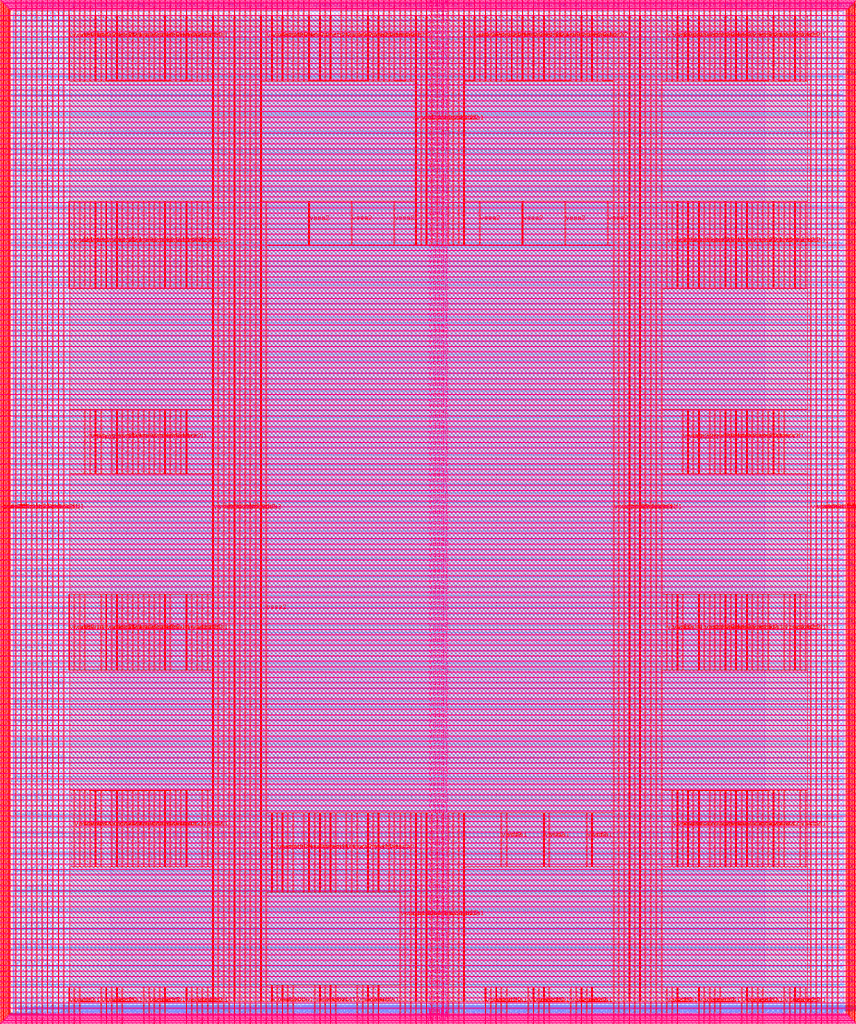
<source format=lef>
VERSION 5.7 ;
  NOWIREEXTENSIONATPIN ON ;
  DIVIDERCHAR "/" ;
  BUSBITCHARS "[]" ;
MACRO user_project_wrapper
  CLASS BLOCK ;
  FOREIGN user_project_wrapper ;
  ORIGIN 0.000 0.000 ;
  SIZE 2920.000 BY 3520.000 ;
  PIN analog_io[0]
    DIRECTION INOUT ;
    USE SIGNAL ;
    PORT
      LAYER met3 ;
        RECT 2917.600 1426.380 2924.800 1427.580 ;
    END
  END analog_io[0]
  PIN analog_io[10]
    DIRECTION INOUT ;
    USE SIGNAL ;
    PORT
      LAYER met2 ;
        RECT 2230.490 3517.600 2231.050 3524.800 ;
    END
  END analog_io[10]
  PIN analog_io[11]
    DIRECTION INOUT ;
    USE SIGNAL ;
    PORT
      LAYER met2 ;
        RECT 1905.730 3517.600 1906.290 3524.800 ;
    END
  END analog_io[11]
  PIN analog_io[12]
    DIRECTION INOUT ;
    USE SIGNAL ;
    PORT
      LAYER met2 ;
        RECT 1581.430 3517.600 1581.990 3524.800 ;
    END
  END analog_io[12]
  PIN analog_io[13]
    DIRECTION INOUT ;
    USE SIGNAL ;
    PORT
      LAYER met2 ;
        RECT 1257.130 3517.600 1257.690 3524.800 ;
    END
  END analog_io[13]
  PIN analog_io[14]
    DIRECTION INOUT ;
    USE SIGNAL ;
    PORT
      LAYER met2 ;
        RECT 932.370 3517.600 932.930 3524.800 ;
    END
  END analog_io[14]
  PIN analog_io[15]
    DIRECTION INOUT ;
    USE SIGNAL ;
    PORT
      LAYER met2 ;
        RECT 608.070 3517.600 608.630 3524.800 ;
    END
  END analog_io[15]
  PIN analog_io[16]
    DIRECTION INOUT ;
    USE SIGNAL ;
    PORT
      LAYER met2 ;
        RECT 283.770 3517.600 284.330 3524.800 ;
    END
  END analog_io[16]
  PIN analog_io[17]
    DIRECTION INOUT ;
    USE SIGNAL ;
    PORT
      LAYER met3 ;
        RECT -4.800 3486.100 2.400 3487.300 ;
    END
  END analog_io[17]
  PIN analog_io[18]
    DIRECTION INOUT ;
    USE SIGNAL ;
    PORT
      LAYER met3 ;
        RECT -4.800 3224.980 2.400 3226.180 ;
    END
  END analog_io[18]
  PIN analog_io[19]
    DIRECTION INOUT ;
    USE SIGNAL ;
    PORT
      LAYER met3 ;
        RECT -4.800 2964.540 2.400 2965.740 ;
    END
  END analog_io[19]
  PIN analog_io[1]
    DIRECTION INOUT ;
    USE SIGNAL ;
    PORT
      LAYER met3 ;
        RECT 2917.600 1692.260 2924.800 1693.460 ;
    END
  END analog_io[1]
  PIN analog_io[20]
    DIRECTION INOUT ;
    USE SIGNAL ;
    PORT
      LAYER met3 ;
        RECT -4.800 2703.420 2.400 2704.620 ;
    END
  END analog_io[20]
  PIN analog_io[21]
    DIRECTION INOUT ;
    USE SIGNAL ;
    PORT
      LAYER met3 ;
        RECT -4.800 2442.980 2.400 2444.180 ;
    END
  END analog_io[21]
  PIN analog_io[22]
    DIRECTION INOUT ;
    USE SIGNAL ;
    PORT
      LAYER met3 ;
        RECT -4.800 2182.540 2.400 2183.740 ;
    END
  END analog_io[22]
  PIN analog_io[23]
    DIRECTION INOUT ;
    USE SIGNAL ;
    PORT
      LAYER met3 ;
        RECT -4.800 1921.420 2.400 1922.620 ;
    END
  END analog_io[23]
  PIN analog_io[24]
    DIRECTION INOUT ;
    USE SIGNAL ;
    PORT
      LAYER met3 ;
        RECT -4.800 1660.980 2.400 1662.180 ;
    END
  END analog_io[24]
  PIN analog_io[25]
    DIRECTION INOUT ;
    USE SIGNAL ;
    PORT
      LAYER met3 ;
        RECT -4.800 1399.860 2.400 1401.060 ;
    END
  END analog_io[25]
  PIN analog_io[26]
    DIRECTION INOUT ;
    USE SIGNAL ;
    PORT
      LAYER met3 ;
        RECT -4.800 1139.420 2.400 1140.620 ;
    END
  END analog_io[26]
  PIN analog_io[27]
    DIRECTION INOUT ;
    USE SIGNAL ;
    PORT
      LAYER met3 ;
        RECT -4.800 878.980 2.400 880.180 ;
    END
  END analog_io[27]
  PIN analog_io[28]
    DIRECTION INOUT ;
    USE SIGNAL ;
    PORT
      LAYER met3 ;
        RECT -4.800 617.860 2.400 619.060 ;
    END
  END analog_io[28]
  PIN analog_io[2]
    DIRECTION INOUT ;
    USE SIGNAL ;
    PORT
      LAYER met3 ;
        RECT 2917.600 1958.140 2924.800 1959.340 ;
    END
  END analog_io[2]
  PIN analog_io[3]
    DIRECTION INOUT ;
    USE SIGNAL ;
    PORT
      LAYER met3 ;
        RECT 2917.600 2223.340 2924.800 2224.540 ;
    END
  END analog_io[3]
  PIN analog_io[4]
    DIRECTION INOUT ;
    USE SIGNAL ;
    PORT
      LAYER met3 ;
        RECT 2917.600 2489.220 2924.800 2490.420 ;
    END
  END analog_io[4]
  PIN analog_io[5]
    DIRECTION INOUT ;
    USE SIGNAL ;
    PORT
      LAYER met3 ;
        RECT 2917.600 2755.100 2924.800 2756.300 ;
    END
  END analog_io[5]
  PIN analog_io[6]
    DIRECTION INOUT ;
    USE SIGNAL ;
    PORT
      LAYER met3 ;
        RECT 2917.600 3020.300 2924.800 3021.500 ;
    END
  END analog_io[6]
  PIN analog_io[7]
    DIRECTION INOUT ;
    USE SIGNAL ;
    PORT
      LAYER met3 ;
        RECT 2917.600 3286.180 2924.800 3287.380 ;
    END
  END analog_io[7]
  PIN analog_io[8]
    DIRECTION INOUT ;
    USE SIGNAL ;
    PORT
      LAYER met2 ;
        RECT 2879.090 3517.600 2879.650 3524.800 ;
    END
  END analog_io[8]
  PIN analog_io[9]
    DIRECTION INOUT ;
    USE SIGNAL ;
    PORT
      LAYER met2 ;
        RECT 2554.790 3517.600 2555.350 3524.800 ;
    END
  END analog_io[9]
  PIN io_in[0]
    DIRECTION INPUT ;
    USE SIGNAL ;
    PORT
      LAYER met3 ;
        RECT 2917.600 32.380 2924.800 33.580 ;
    END
  END io_in[0]
  PIN io_in[10]
    DIRECTION INPUT ;
    USE SIGNAL ;
    PORT
      LAYER met3 ;
        RECT 2917.600 2289.980 2924.800 2291.180 ;
    END
  END io_in[10]
  PIN io_in[11]
    DIRECTION INPUT ;
    USE SIGNAL ;
    PORT
      LAYER met3 ;
        RECT 2917.600 2555.860 2924.800 2557.060 ;
    END
  END io_in[11]
  PIN io_in[12]
    DIRECTION INPUT ;
    USE SIGNAL ;
    PORT
      LAYER met3 ;
        RECT 2917.600 2821.060 2924.800 2822.260 ;
    END
  END io_in[12]
  PIN io_in[13]
    DIRECTION INPUT ;
    USE SIGNAL ;
    PORT
      LAYER met3 ;
        RECT 2917.600 3086.940 2924.800 3088.140 ;
    END
  END io_in[13]
  PIN io_in[14]
    DIRECTION INPUT ;
    USE SIGNAL ;
    PORT
      LAYER met3 ;
        RECT 2917.600 3352.820 2924.800 3354.020 ;
    END
  END io_in[14]
  PIN io_in[15]
    DIRECTION INPUT ;
    USE SIGNAL ;
    PORT
      LAYER met2 ;
        RECT 2798.130 3517.600 2798.690 3524.800 ;
    END
  END io_in[15]
  PIN io_in[16]
    DIRECTION INPUT ;
    USE SIGNAL ;
    PORT
      LAYER met2 ;
        RECT 2473.830 3517.600 2474.390 3524.800 ;
    END
  END io_in[16]
  PIN io_in[17]
    DIRECTION INPUT ;
    USE SIGNAL ;
    PORT
      LAYER met2 ;
        RECT 2149.070 3517.600 2149.630 3524.800 ;
    END
  END io_in[17]
  PIN io_in[18]
    DIRECTION INPUT ;
    USE SIGNAL ;
    PORT
      LAYER met2 ;
        RECT 1824.770 3517.600 1825.330 3524.800 ;
    END
  END io_in[18]
  PIN io_in[19]
    DIRECTION INPUT ;
    USE SIGNAL ;
    PORT
      LAYER met2 ;
        RECT 1500.470 3517.600 1501.030 3524.800 ;
    END
  END io_in[19]
  PIN io_in[1]
    DIRECTION INPUT ;
    USE SIGNAL ;
    PORT
      LAYER met3 ;
        RECT 2917.600 230.940 2924.800 232.140 ;
    END
  END io_in[1]
  PIN io_in[20]
    DIRECTION INPUT ;
    USE SIGNAL ;
    PORT
      LAYER met2 ;
        RECT 1175.710 3517.600 1176.270 3524.800 ;
    END
  END io_in[20]
  PIN io_in[21]
    DIRECTION INPUT ;
    USE SIGNAL ;
    PORT
      LAYER met2 ;
        RECT 851.410 3517.600 851.970 3524.800 ;
    END
  END io_in[21]
  PIN io_in[22]
    DIRECTION INPUT ;
    USE SIGNAL ;
    PORT
      LAYER met2 ;
        RECT 527.110 3517.600 527.670 3524.800 ;
    END
  END io_in[22]
  PIN io_in[23]
    DIRECTION INPUT ;
    USE SIGNAL ;
    PORT
      LAYER met2 ;
        RECT 202.350 3517.600 202.910 3524.800 ;
    END
  END io_in[23]
  PIN io_in[24]
    DIRECTION INPUT ;
    USE SIGNAL ;
    PORT
      LAYER met3 ;
        RECT -4.800 3420.820 2.400 3422.020 ;
    END
  END io_in[24]
  PIN io_in[25]
    DIRECTION INPUT ;
    USE SIGNAL ;
    PORT
      LAYER met3 ;
        RECT -4.800 3159.700 2.400 3160.900 ;
    END
  END io_in[25]
  PIN io_in[26]
    DIRECTION INPUT ;
    USE SIGNAL ;
    PORT
      LAYER met3 ;
        RECT -4.800 2899.260 2.400 2900.460 ;
    END
  END io_in[26]
  PIN io_in[27]
    DIRECTION INPUT ;
    USE SIGNAL ;
    PORT
      LAYER met3 ;
        RECT -4.800 2638.820 2.400 2640.020 ;
    END
  END io_in[27]
  PIN io_in[28]
    DIRECTION INPUT ;
    USE SIGNAL ;
    PORT
      LAYER met3 ;
        RECT -4.800 2377.700 2.400 2378.900 ;
    END
  END io_in[28]
  PIN io_in[29]
    DIRECTION INPUT ;
    USE SIGNAL ;
    PORT
      LAYER met3 ;
        RECT -4.800 2117.260 2.400 2118.460 ;
    END
  END io_in[29]
  PIN io_in[2]
    DIRECTION INPUT ;
    USE SIGNAL ;
    PORT
      LAYER met3 ;
        RECT 2917.600 430.180 2924.800 431.380 ;
    END
  END io_in[2]
  PIN io_in[30]
    DIRECTION INPUT ;
    USE SIGNAL ;
    PORT
      LAYER met3 ;
        RECT -4.800 1856.140 2.400 1857.340 ;
    END
  END io_in[30]
  PIN io_in[31]
    DIRECTION INPUT ;
    USE SIGNAL ;
    PORT
      LAYER met3 ;
        RECT -4.800 1595.700 2.400 1596.900 ;
    END
  END io_in[31]
  PIN io_in[32]
    DIRECTION INPUT ;
    USE SIGNAL ;
    PORT
      LAYER met3 ;
        RECT -4.800 1335.260 2.400 1336.460 ;
    END
  END io_in[32]
  PIN io_in[33]
    DIRECTION INPUT ;
    USE SIGNAL ;
    PORT
      LAYER met3 ;
        RECT -4.800 1074.140 2.400 1075.340 ;
    END
  END io_in[33]
  PIN io_in[34]
    DIRECTION INPUT ;
    USE SIGNAL ;
    PORT
      LAYER met3 ;
        RECT -4.800 813.700 2.400 814.900 ;
    END
  END io_in[34]
  PIN io_in[35]
    DIRECTION INPUT ;
    USE SIGNAL ;
    PORT
      LAYER met3 ;
        RECT -4.800 552.580 2.400 553.780 ;
    END
  END io_in[35]
  PIN io_in[36]
    DIRECTION INPUT ;
    USE SIGNAL ;
    PORT
      LAYER met3 ;
        RECT -4.800 357.420 2.400 358.620 ;
    END
  END io_in[36]
  PIN io_in[37]
    DIRECTION INPUT ;
    USE SIGNAL ;
    PORT
      LAYER met3 ;
        RECT -4.800 161.580 2.400 162.780 ;
    END
  END io_in[37]
  PIN io_in[3]
    DIRECTION INPUT ;
    USE SIGNAL ;
    PORT
      LAYER met3 ;
        RECT 2917.600 629.420 2924.800 630.620 ;
    END
  END io_in[3]
  PIN io_in[4]
    DIRECTION INPUT ;
    USE SIGNAL ;
    PORT
      LAYER met3 ;
        RECT 2917.600 828.660 2924.800 829.860 ;
    END
  END io_in[4]
  PIN io_in[5]
    DIRECTION INPUT ;
    USE SIGNAL ;
    PORT
      LAYER met3 ;
        RECT 2917.600 1027.900 2924.800 1029.100 ;
    END
  END io_in[5]
  PIN io_in[6]
    DIRECTION INPUT ;
    USE SIGNAL ;
    PORT
      LAYER met3 ;
        RECT 2917.600 1227.140 2924.800 1228.340 ;
    END
  END io_in[6]
  PIN io_in[7]
    DIRECTION INPUT ;
    USE SIGNAL ;
    PORT
      LAYER met3 ;
        RECT 2917.600 1493.020 2924.800 1494.220 ;
    END
  END io_in[7]
  PIN io_in[8]
    DIRECTION INPUT ;
    USE SIGNAL ;
    PORT
      LAYER met3 ;
        RECT 2917.600 1758.900 2924.800 1760.100 ;
    END
  END io_in[8]
  PIN io_in[9]
    DIRECTION INPUT ;
    USE SIGNAL ;
    PORT
      LAYER met3 ;
        RECT 2917.600 2024.100 2924.800 2025.300 ;
    END
  END io_in[9]
  PIN io_oeb[0]
    DIRECTION OUTPUT TRISTATE ;
    USE SIGNAL ;
    PORT
      LAYER met3 ;
        RECT 2917.600 164.980 2924.800 166.180 ;
    END
  END io_oeb[0]
  PIN io_oeb[10]
    DIRECTION OUTPUT TRISTATE ;
    USE SIGNAL ;
    PORT
      LAYER met3 ;
        RECT 2917.600 2422.580 2924.800 2423.780 ;
    END
  END io_oeb[10]
  PIN io_oeb[11]
    DIRECTION OUTPUT TRISTATE ;
    USE SIGNAL ;
    PORT
      LAYER met3 ;
        RECT 2917.600 2688.460 2924.800 2689.660 ;
    END
  END io_oeb[11]
  PIN io_oeb[12]
    DIRECTION OUTPUT TRISTATE ;
    USE SIGNAL ;
    PORT
      LAYER met3 ;
        RECT 2917.600 2954.340 2924.800 2955.540 ;
    END
  END io_oeb[12]
  PIN io_oeb[13]
    DIRECTION OUTPUT TRISTATE ;
    USE SIGNAL ;
    PORT
      LAYER met3 ;
        RECT 2917.600 3219.540 2924.800 3220.740 ;
    END
  END io_oeb[13]
  PIN io_oeb[14]
    DIRECTION OUTPUT TRISTATE ;
    USE SIGNAL ;
    PORT
      LAYER met3 ;
        RECT 2917.600 3485.420 2924.800 3486.620 ;
    END
  END io_oeb[14]
  PIN io_oeb[15]
    DIRECTION OUTPUT TRISTATE ;
    USE SIGNAL ;
    PORT
      LAYER met2 ;
        RECT 2635.750 3517.600 2636.310 3524.800 ;
    END
  END io_oeb[15]
  PIN io_oeb[16]
    DIRECTION OUTPUT TRISTATE ;
    USE SIGNAL ;
    PORT
      LAYER met2 ;
        RECT 2311.450 3517.600 2312.010 3524.800 ;
    END
  END io_oeb[16]
  PIN io_oeb[17]
    DIRECTION OUTPUT TRISTATE ;
    USE SIGNAL ;
    PORT
      LAYER met2 ;
        RECT 1987.150 3517.600 1987.710 3524.800 ;
    END
  END io_oeb[17]
  PIN io_oeb[18]
    DIRECTION OUTPUT TRISTATE ;
    USE SIGNAL ;
    PORT
      LAYER met2 ;
        RECT 1662.390 3517.600 1662.950 3524.800 ;
    END
  END io_oeb[18]
  PIN io_oeb[19]
    DIRECTION OUTPUT TRISTATE ;
    USE SIGNAL ;
    PORT
      LAYER met2 ;
        RECT 1338.090 3517.600 1338.650 3524.800 ;
    END
  END io_oeb[19]
  PIN io_oeb[1]
    DIRECTION OUTPUT TRISTATE ;
    USE SIGNAL ;
    PORT
      LAYER met3 ;
        RECT 2917.600 364.220 2924.800 365.420 ;
    END
  END io_oeb[1]
  PIN io_oeb[20]
    DIRECTION OUTPUT TRISTATE ;
    USE SIGNAL ;
    PORT
      LAYER met2 ;
        RECT 1013.790 3517.600 1014.350 3524.800 ;
    END
  END io_oeb[20]
  PIN io_oeb[21]
    DIRECTION OUTPUT TRISTATE ;
    USE SIGNAL ;
    PORT
      LAYER met2 ;
        RECT 689.030 3517.600 689.590 3524.800 ;
    END
  END io_oeb[21]
  PIN io_oeb[22]
    DIRECTION OUTPUT TRISTATE ;
    USE SIGNAL ;
    PORT
      LAYER met2 ;
        RECT 364.730 3517.600 365.290 3524.800 ;
    END
  END io_oeb[22]
  PIN io_oeb[23]
    DIRECTION OUTPUT TRISTATE ;
    USE SIGNAL ;
    PORT
      LAYER met2 ;
        RECT 40.430 3517.600 40.990 3524.800 ;
    END
  END io_oeb[23]
  PIN io_oeb[24]
    DIRECTION OUTPUT TRISTATE ;
    USE SIGNAL ;
    PORT
      LAYER met3 ;
        RECT -4.800 3290.260 2.400 3291.460 ;
    END
  END io_oeb[24]
  PIN io_oeb[25]
    DIRECTION OUTPUT TRISTATE ;
    USE SIGNAL ;
    PORT
      LAYER met3 ;
        RECT -4.800 3029.820 2.400 3031.020 ;
    END
  END io_oeb[25]
  PIN io_oeb[26]
    DIRECTION OUTPUT TRISTATE ;
    USE SIGNAL ;
    PORT
      LAYER met3 ;
        RECT -4.800 2768.700 2.400 2769.900 ;
    END
  END io_oeb[26]
  PIN io_oeb[27]
    DIRECTION OUTPUT TRISTATE ;
    USE SIGNAL ;
    PORT
      LAYER met3 ;
        RECT -4.800 2508.260 2.400 2509.460 ;
    END
  END io_oeb[27]
  PIN io_oeb[28]
    DIRECTION OUTPUT TRISTATE ;
    USE SIGNAL ;
    PORT
      LAYER met3 ;
        RECT -4.800 2247.140 2.400 2248.340 ;
    END
  END io_oeb[28]
  PIN io_oeb[29]
    DIRECTION OUTPUT TRISTATE ;
    USE SIGNAL ;
    PORT
      LAYER met3 ;
        RECT -4.800 1986.700 2.400 1987.900 ;
    END
  END io_oeb[29]
  PIN io_oeb[2]
    DIRECTION OUTPUT TRISTATE ;
    USE SIGNAL ;
    PORT
      LAYER met3 ;
        RECT 2917.600 563.460 2924.800 564.660 ;
    END
  END io_oeb[2]
  PIN io_oeb[30]
    DIRECTION OUTPUT TRISTATE ;
    USE SIGNAL ;
    PORT
      LAYER met3 ;
        RECT -4.800 1726.260 2.400 1727.460 ;
    END
  END io_oeb[30]
  PIN io_oeb[31]
    DIRECTION OUTPUT TRISTATE ;
    USE SIGNAL ;
    PORT
      LAYER met3 ;
        RECT -4.800 1465.140 2.400 1466.340 ;
    END
  END io_oeb[31]
  PIN io_oeb[32]
    DIRECTION OUTPUT TRISTATE ;
    USE SIGNAL ;
    PORT
      LAYER met3 ;
        RECT -4.800 1204.700 2.400 1205.900 ;
    END
  END io_oeb[32]
  PIN io_oeb[33]
    DIRECTION OUTPUT TRISTATE ;
    USE SIGNAL ;
    PORT
      LAYER met3 ;
        RECT -4.800 943.580 2.400 944.780 ;
    END
  END io_oeb[33]
  PIN io_oeb[34]
    DIRECTION OUTPUT TRISTATE ;
    USE SIGNAL ;
    PORT
      LAYER met3 ;
        RECT -4.800 683.140 2.400 684.340 ;
    END
  END io_oeb[34]
  PIN io_oeb[35]
    DIRECTION OUTPUT TRISTATE ;
    USE SIGNAL ;
    PORT
      LAYER met3 ;
        RECT -4.800 422.700 2.400 423.900 ;
    END
  END io_oeb[35]
  PIN io_oeb[36]
    DIRECTION OUTPUT TRISTATE ;
    USE SIGNAL ;
    PORT
      LAYER met3 ;
        RECT -4.800 226.860 2.400 228.060 ;
    END
  END io_oeb[36]
  PIN io_oeb[37]
    DIRECTION OUTPUT TRISTATE ;
    USE SIGNAL ;
    PORT
      LAYER met3 ;
        RECT -4.800 31.700 2.400 32.900 ;
    END
  END io_oeb[37]
  PIN io_oeb[3]
    DIRECTION OUTPUT TRISTATE ;
    USE SIGNAL ;
    PORT
      LAYER met3 ;
        RECT 2917.600 762.700 2924.800 763.900 ;
    END
  END io_oeb[3]
  PIN io_oeb[4]
    DIRECTION OUTPUT TRISTATE ;
    USE SIGNAL ;
    PORT
      LAYER met3 ;
        RECT 2917.600 961.940 2924.800 963.140 ;
    END
  END io_oeb[4]
  PIN io_oeb[5]
    DIRECTION OUTPUT TRISTATE ;
    USE SIGNAL ;
    PORT
      LAYER met3 ;
        RECT 2917.600 1161.180 2924.800 1162.380 ;
    END
  END io_oeb[5]
  PIN io_oeb[6]
    DIRECTION OUTPUT TRISTATE ;
    USE SIGNAL ;
    PORT
      LAYER met3 ;
        RECT 2917.600 1360.420 2924.800 1361.620 ;
    END
  END io_oeb[6]
  PIN io_oeb[7]
    DIRECTION OUTPUT TRISTATE ;
    USE SIGNAL ;
    PORT
      LAYER met3 ;
        RECT 2917.600 1625.620 2924.800 1626.820 ;
    END
  END io_oeb[7]
  PIN io_oeb[8]
    DIRECTION OUTPUT TRISTATE ;
    USE SIGNAL ;
    PORT
      LAYER met3 ;
        RECT 2917.600 1891.500 2924.800 1892.700 ;
    END
  END io_oeb[8]
  PIN io_oeb[9]
    DIRECTION OUTPUT TRISTATE ;
    USE SIGNAL ;
    PORT
      LAYER met3 ;
        RECT 2917.600 2157.380 2924.800 2158.580 ;
    END
  END io_oeb[9]
  PIN io_out[0]
    DIRECTION OUTPUT TRISTATE ;
    USE SIGNAL ;
    PORT
      LAYER met3 ;
        RECT 2917.600 98.340 2924.800 99.540 ;
    END
  END io_out[0]
  PIN io_out[10]
    DIRECTION OUTPUT TRISTATE ;
    USE SIGNAL ;
    PORT
      LAYER met3 ;
        RECT 2917.600 2356.620 2924.800 2357.820 ;
    END
  END io_out[10]
  PIN io_out[11]
    DIRECTION OUTPUT TRISTATE ;
    USE SIGNAL ;
    PORT
      LAYER met3 ;
        RECT 2917.600 2621.820 2924.800 2623.020 ;
    END
  END io_out[11]
  PIN io_out[12]
    DIRECTION OUTPUT TRISTATE ;
    USE SIGNAL ;
    PORT
      LAYER met3 ;
        RECT 2917.600 2887.700 2924.800 2888.900 ;
    END
  END io_out[12]
  PIN io_out[13]
    DIRECTION OUTPUT TRISTATE ;
    USE SIGNAL ;
    PORT
      LAYER met3 ;
        RECT 2917.600 3153.580 2924.800 3154.780 ;
    END
  END io_out[13]
  PIN io_out[14]
    DIRECTION OUTPUT TRISTATE ;
    USE SIGNAL ;
    PORT
      LAYER met3 ;
        RECT 2917.600 3418.780 2924.800 3419.980 ;
    END
  END io_out[14]
  PIN io_out[15]
    DIRECTION OUTPUT TRISTATE ;
    USE SIGNAL ;
    PORT
      LAYER met2 ;
        RECT 2717.170 3517.600 2717.730 3524.800 ;
    END
  END io_out[15]
  PIN io_out[16]
    DIRECTION OUTPUT TRISTATE ;
    USE SIGNAL ;
    PORT
      LAYER met2 ;
        RECT 2392.410 3517.600 2392.970 3524.800 ;
    END
  END io_out[16]
  PIN io_out[17]
    DIRECTION OUTPUT TRISTATE ;
    USE SIGNAL ;
    PORT
      LAYER met2 ;
        RECT 2068.110 3517.600 2068.670 3524.800 ;
    END
  END io_out[17]
  PIN io_out[18]
    DIRECTION OUTPUT TRISTATE ;
    USE SIGNAL ;
    PORT
      LAYER met2 ;
        RECT 1743.810 3517.600 1744.370 3524.800 ;
    END
  END io_out[18]
  PIN io_out[19]
    DIRECTION OUTPUT TRISTATE ;
    USE SIGNAL ;
    PORT
      LAYER met2 ;
        RECT 1419.050 3517.600 1419.610 3524.800 ;
    END
  END io_out[19]
  PIN io_out[1]
    DIRECTION OUTPUT TRISTATE ;
    USE SIGNAL ;
    PORT
      LAYER met3 ;
        RECT 2917.600 297.580 2924.800 298.780 ;
    END
  END io_out[1]
  PIN io_out[20]
    DIRECTION OUTPUT TRISTATE ;
    USE SIGNAL ;
    PORT
      LAYER met2 ;
        RECT 1094.750 3517.600 1095.310 3524.800 ;
    END
  END io_out[20]
  PIN io_out[21]
    DIRECTION OUTPUT TRISTATE ;
    USE SIGNAL ;
    PORT
      LAYER met2 ;
        RECT 770.450 3517.600 771.010 3524.800 ;
    END
  END io_out[21]
  PIN io_out[22]
    DIRECTION OUTPUT TRISTATE ;
    USE SIGNAL ;
    PORT
      LAYER met2 ;
        RECT 445.690 3517.600 446.250 3524.800 ;
    END
  END io_out[22]
  PIN io_out[23]
    DIRECTION OUTPUT TRISTATE ;
    USE SIGNAL ;
    PORT
      LAYER met2 ;
        RECT 121.390 3517.600 121.950 3524.800 ;
    END
  END io_out[23]
  PIN io_out[24]
    DIRECTION OUTPUT TRISTATE ;
    USE SIGNAL ;
    PORT
      LAYER met3 ;
        RECT -4.800 3355.540 2.400 3356.740 ;
    END
  END io_out[24]
  PIN io_out[25]
    DIRECTION OUTPUT TRISTATE ;
    USE SIGNAL ;
    PORT
      LAYER met3 ;
        RECT -4.800 3095.100 2.400 3096.300 ;
    END
  END io_out[25]
  PIN io_out[26]
    DIRECTION OUTPUT TRISTATE ;
    USE SIGNAL ;
    PORT
      LAYER met3 ;
        RECT -4.800 2833.980 2.400 2835.180 ;
    END
  END io_out[26]
  PIN io_out[27]
    DIRECTION OUTPUT TRISTATE ;
    USE SIGNAL ;
    PORT
      LAYER met3 ;
        RECT -4.800 2573.540 2.400 2574.740 ;
    END
  END io_out[27]
  PIN io_out[28]
    DIRECTION OUTPUT TRISTATE ;
    USE SIGNAL ;
    PORT
      LAYER met3 ;
        RECT -4.800 2312.420 2.400 2313.620 ;
    END
  END io_out[28]
  PIN io_out[29]
    DIRECTION OUTPUT TRISTATE ;
    USE SIGNAL ;
    PORT
      LAYER met3 ;
        RECT -4.800 2051.980 2.400 2053.180 ;
    END
  END io_out[29]
  PIN io_out[2]
    DIRECTION OUTPUT TRISTATE ;
    USE SIGNAL ;
    PORT
      LAYER met3 ;
        RECT 2917.600 496.820 2924.800 498.020 ;
    END
  END io_out[2]
  PIN io_out[30]
    DIRECTION OUTPUT TRISTATE ;
    USE SIGNAL ;
    PORT
      LAYER met3 ;
        RECT -4.800 1791.540 2.400 1792.740 ;
    END
  END io_out[30]
  PIN io_out[31]
    DIRECTION OUTPUT TRISTATE ;
    USE SIGNAL ;
    PORT
      LAYER met3 ;
        RECT -4.800 1530.420 2.400 1531.620 ;
    END
  END io_out[31]
  PIN io_out[32]
    DIRECTION OUTPUT TRISTATE ;
    USE SIGNAL ;
    PORT
      LAYER met3 ;
        RECT -4.800 1269.980 2.400 1271.180 ;
    END
  END io_out[32]
  PIN io_out[33]
    DIRECTION OUTPUT TRISTATE ;
    USE SIGNAL ;
    PORT
      LAYER met3 ;
        RECT -4.800 1008.860 2.400 1010.060 ;
    END
  END io_out[33]
  PIN io_out[34]
    DIRECTION OUTPUT TRISTATE ;
    USE SIGNAL ;
    PORT
      LAYER met3 ;
        RECT -4.800 748.420 2.400 749.620 ;
    END
  END io_out[34]
  PIN io_out[35]
    DIRECTION OUTPUT TRISTATE ;
    USE SIGNAL ;
    PORT
      LAYER met3 ;
        RECT -4.800 487.300 2.400 488.500 ;
    END
  END io_out[35]
  PIN io_out[36]
    DIRECTION OUTPUT TRISTATE ;
    USE SIGNAL ;
    PORT
      LAYER met3 ;
        RECT -4.800 292.140 2.400 293.340 ;
    END
  END io_out[36]
  PIN io_out[37]
    DIRECTION OUTPUT TRISTATE ;
    USE SIGNAL ;
    PORT
      LAYER met3 ;
        RECT -4.800 96.300 2.400 97.500 ;
    END
  END io_out[37]
  PIN io_out[3]
    DIRECTION OUTPUT TRISTATE ;
    USE SIGNAL ;
    PORT
      LAYER met3 ;
        RECT 2917.600 696.060 2924.800 697.260 ;
    END
  END io_out[3]
  PIN io_out[4]
    DIRECTION OUTPUT TRISTATE ;
    USE SIGNAL ;
    PORT
      LAYER met3 ;
        RECT 2917.600 895.300 2924.800 896.500 ;
    END
  END io_out[4]
  PIN io_out[5]
    DIRECTION OUTPUT TRISTATE ;
    USE SIGNAL ;
    PORT
      LAYER met3 ;
        RECT 2917.600 1094.540 2924.800 1095.740 ;
    END
  END io_out[5]
  PIN io_out[6]
    DIRECTION OUTPUT TRISTATE ;
    USE SIGNAL ;
    PORT
      LAYER met3 ;
        RECT 2917.600 1293.780 2924.800 1294.980 ;
    END
  END io_out[6]
  PIN io_out[7]
    DIRECTION OUTPUT TRISTATE ;
    USE SIGNAL ;
    PORT
      LAYER met3 ;
        RECT 2917.600 1559.660 2924.800 1560.860 ;
    END
  END io_out[7]
  PIN io_out[8]
    DIRECTION OUTPUT TRISTATE ;
    USE SIGNAL ;
    PORT
      LAYER met3 ;
        RECT 2917.600 1824.860 2924.800 1826.060 ;
    END
  END io_out[8]
  PIN io_out[9]
    DIRECTION OUTPUT TRISTATE ;
    USE SIGNAL ;
    PORT
      LAYER met3 ;
        RECT 2917.600 2090.740 2924.800 2091.940 ;
    END
  END io_out[9]
  PIN la_data_in[0]
    DIRECTION INPUT ;
    USE SIGNAL ;
    PORT
      LAYER met2 ;
        RECT 629.230 -4.800 629.790 2.400 ;
    END
  END la_data_in[0]
  PIN la_data_in[100]
    DIRECTION INPUT ;
    USE SIGNAL ;
    PORT
      LAYER met2 ;
        RECT 2402.530 -4.800 2403.090 2.400 ;
    END
  END la_data_in[100]
  PIN la_data_in[101]
    DIRECTION INPUT ;
    USE SIGNAL ;
    PORT
      LAYER met2 ;
        RECT 2420.010 -4.800 2420.570 2.400 ;
    END
  END la_data_in[101]
  PIN la_data_in[102]
    DIRECTION INPUT ;
    USE SIGNAL ;
    PORT
      LAYER met2 ;
        RECT 2437.950 -4.800 2438.510 2.400 ;
    END
  END la_data_in[102]
  PIN la_data_in[103]
    DIRECTION INPUT ;
    USE SIGNAL ;
    PORT
      LAYER met2 ;
        RECT 2455.430 -4.800 2455.990 2.400 ;
    END
  END la_data_in[103]
  PIN la_data_in[104]
    DIRECTION INPUT ;
    USE SIGNAL ;
    PORT
      LAYER met2 ;
        RECT 2473.370 -4.800 2473.930 2.400 ;
    END
  END la_data_in[104]
  PIN la_data_in[105]
    DIRECTION INPUT ;
    USE SIGNAL ;
    PORT
      LAYER met2 ;
        RECT 2490.850 -4.800 2491.410 2.400 ;
    END
  END la_data_in[105]
  PIN la_data_in[106]
    DIRECTION INPUT ;
    USE SIGNAL ;
    PORT
      LAYER met2 ;
        RECT 2508.790 -4.800 2509.350 2.400 ;
    END
  END la_data_in[106]
  PIN la_data_in[107]
    DIRECTION INPUT ;
    USE SIGNAL ;
    PORT
      LAYER met2 ;
        RECT 2526.730 -4.800 2527.290 2.400 ;
    END
  END la_data_in[107]
  PIN la_data_in[108]
    DIRECTION INPUT ;
    USE SIGNAL ;
    PORT
      LAYER met2 ;
        RECT 2544.210 -4.800 2544.770 2.400 ;
    END
  END la_data_in[108]
  PIN la_data_in[109]
    DIRECTION INPUT ;
    USE SIGNAL ;
    PORT
      LAYER met2 ;
        RECT 2562.150 -4.800 2562.710 2.400 ;
    END
  END la_data_in[109]
  PIN la_data_in[10]
    DIRECTION INPUT ;
    USE SIGNAL ;
    PORT
      LAYER met2 ;
        RECT 806.330 -4.800 806.890 2.400 ;
    END
  END la_data_in[10]
  PIN la_data_in[110]
    DIRECTION INPUT ;
    USE SIGNAL ;
    PORT
      LAYER met2 ;
        RECT 2579.630 -4.800 2580.190 2.400 ;
    END
  END la_data_in[110]
  PIN la_data_in[111]
    DIRECTION INPUT ;
    USE SIGNAL ;
    PORT
      LAYER met2 ;
        RECT 2597.570 -4.800 2598.130 2.400 ;
    END
  END la_data_in[111]
  PIN la_data_in[112]
    DIRECTION INPUT ;
    USE SIGNAL ;
    PORT
      LAYER met2 ;
        RECT 2615.050 -4.800 2615.610 2.400 ;
    END
  END la_data_in[112]
  PIN la_data_in[113]
    DIRECTION INPUT ;
    USE SIGNAL ;
    PORT
      LAYER met2 ;
        RECT 2632.990 -4.800 2633.550 2.400 ;
    END
  END la_data_in[113]
  PIN la_data_in[114]
    DIRECTION INPUT ;
    USE SIGNAL ;
    PORT
      LAYER met2 ;
        RECT 2650.470 -4.800 2651.030 2.400 ;
    END
  END la_data_in[114]
  PIN la_data_in[115]
    DIRECTION INPUT ;
    USE SIGNAL ;
    PORT
      LAYER met2 ;
        RECT 2668.410 -4.800 2668.970 2.400 ;
    END
  END la_data_in[115]
  PIN la_data_in[116]
    DIRECTION INPUT ;
    USE SIGNAL ;
    PORT
      LAYER met2 ;
        RECT 2685.890 -4.800 2686.450 2.400 ;
    END
  END la_data_in[116]
  PIN la_data_in[117]
    DIRECTION INPUT ;
    USE SIGNAL ;
    PORT
      LAYER met2 ;
        RECT 2703.830 -4.800 2704.390 2.400 ;
    END
  END la_data_in[117]
  PIN la_data_in[118]
    DIRECTION INPUT ;
    USE SIGNAL ;
    PORT
      LAYER met2 ;
        RECT 2721.770 -4.800 2722.330 2.400 ;
    END
  END la_data_in[118]
  PIN la_data_in[119]
    DIRECTION INPUT ;
    USE SIGNAL ;
    PORT
      LAYER met2 ;
        RECT 2739.250 -4.800 2739.810 2.400 ;
    END
  END la_data_in[119]
  PIN la_data_in[11]
    DIRECTION INPUT ;
    USE SIGNAL ;
    PORT
      LAYER met2 ;
        RECT 824.270 -4.800 824.830 2.400 ;
    END
  END la_data_in[11]
  PIN la_data_in[120]
    DIRECTION INPUT ;
    USE SIGNAL ;
    PORT
      LAYER met2 ;
        RECT 2757.190 -4.800 2757.750 2.400 ;
    END
  END la_data_in[120]
  PIN la_data_in[121]
    DIRECTION INPUT ;
    USE SIGNAL ;
    PORT
      LAYER met2 ;
        RECT 2774.670 -4.800 2775.230 2.400 ;
    END
  END la_data_in[121]
  PIN la_data_in[122]
    DIRECTION INPUT ;
    USE SIGNAL ;
    PORT
      LAYER met2 ;
        RECT 2792.610 -4.800 2793.170 2.400 ;
    END
  END la_data_in[122]
  PIN la_data_in[123]
    DIRECTION INPUT ;
    USE SIGNAL ;
    PORT
      LAYER met2 ;
        RECT 2810.090 -4.800 2810.650 2.400 ;
    END
  END la_data_in[123]
  PIN la_data_in[124]
    DIRECTION INPUT ;
    USE SIGNAL ;
    PORT
      LAYER met2 ;
        RECT 2828.030 -4.800 2828.590 2.400 ;
    END
  END la_data_in[124]
  PIN la_data_in[125]
    DIRECTION INPUT ;
    USE SIGNAL ;
    PORT
      LAYER met2 ;
        RECT 2845.510 -4.800 2846.070 2.400 ;
    END
  END la_data_in[125]
  PIN la_data_in[126]
    DIRECTION INPUT ;
    USE SIGNAL ;
    PORT
      LAYER met2 ;
        RECT 2863.450 -4.800 2864.010 2.400 ;
    END
  END la_data_in[126]
  PIN la_data_in[127]
    DIRECTION INPUT ;
    USE SIGNAL ;
    PORT
      LAYER met2 ;
        RECT 2881.390 -4.800 2881.950 2.400 ;
    END
  END la_data_in[127]
  PIN la_data_in[12]
    DIRECTION INPUT ;
    USE SIGNAL ;
    PORT
      LAYER met2 ;
        RECT 841.750 -4.800 842.310 2.400 ;
    END
  END la_data_in[12]
  PIN la_data_in[13]
    DIRECTION INPUT ;
    USE SIGNAL ;
    PORT
      LAYER met2 ;
        RECT 859.690 -4.800 860.250 2.400 ;
    END
  END la_data_in[13]
  PIN la_data_in[14]
    DIRECTION INPUT ;
    USE SIGNAL ;
    PORT
      LAYER met2 ;
        RECT 877.170 -4.800 877.730 2.400 ;
    END
  END la_data_in[14]
  PIN la_data_in[15]
    DIRECTION INPUT ;
    USE SIGNAL ;
    PORT
      LAYER met2 ;
        RECT 895.110 -4.800 895.670 2.400 ;
    END
  END la_data_in[15]
  PIN la_data_in[16]
    DIRECTION INPUT ;
    USE SIGNAL ;
    PORT
      LAYER met2 ;
        RECT 912.590 -4.800 913.150 2.400 ;
    END
  END la_data_in[16]
  PIN la_data_in[17]
    DIRECTION INPUT ;
    USE SIGNAL ;
    PORT
      LAYER met2 ;
        RECT 930.530 -4.800 931.090 2.400 ;
    END
  END la_data_in[17]
  PIN la_data_in[18]
    DIRECTION INPUT ;
    USE SIGNAL ;
    PORT
      LAYER met2 ;
        RECT 948.470 -4.800 949.030 2.400 ;
    END
  END la_data_in[18]
  PIN la_data_in[19]
    DIRECTION INPUT ;
    USE SIGNAL ;
    PORT
      LAYER met2 ;
        RECT 965.950 -4.800 966.510 2.400 ;
    END
  END la_data_in[19]
  PIN la_data_in[1]
    DIRECTION INPUT ;
    USE SIGNAL ;
    PORT
      LAYER met2 ;
        RECT 646.710 -4.800 647.270 2.400 ;
    END
  END la_data_in[1]
  PIN la_data_in[20]
    DIRECTION INPUT ;
    USE SIGNAL ;
    PORT
      LAYER met2 ;
        RECT 983.890 -4.800 984.450 2.400 ;
    END
  END la_data_in[20]
  PIN la_data_in[21]
    DIRECTION INPUT ;
    USE SIGNAL ;
    PORT
      LAYER met2 ;
        RECT 1001.370 -4.800 1001.930 2.400 ;
    END
  END la_data_in[21]
  PIN la_data_in[22]
    DIRECTION INPUT ;
    USE SIGNAL ;
    PORT
      LAYER met2 ;
        RECT 1019.310 -4.800 1019.870 2.400 ;
    END
  END la_data_in[22]
  PIN la_data_in[23]
    DIRECTION INPUT ;
    USE SIGNAL ;
    PORT
      LAYER met2 ;
        RECT 1036.790 -4.800 1037.350 2.400 ;
    END
  END la_data_in[23]
  PIN la_data_in[24]
    DIRECTION INPUT ;
    USE SIGNAL ;
    PORT
      LAYER met2 ;
        RECT 1054.730 -4.800 1055.290 2.400 ;
    END
  END la_data_in[24]
  PIN la_data_in[25]
    DIRECTION INPUT ;
    USE SIGNAL ;
    PORT
      LAYER met2 ;
        RECT 1072.210 -4.800 1072.770 2.400 ;
    END
  END la_data_in[25]
  PIN la_data_in[26]
    DIRECTION INPUT ;
    USE SIGNAL ;
    PORT
      LAYER met2 ;
        RECT 1090.150 -4.800 1090.710 2.400 ;
    END
  END la_data_in[26]
  PIN la_data_in[27]
    DIRECTION INPUT ;
    USE SIGNAL ;
    PORT
      LAYER met2 ;
        RECT 1107.630 -4.800 1108.190 2.400 ;
    END
  END la_data_in[27]
  PIN la_data_in[28]
    DIRECTION INPUT ;
    USE SIGNAL ;
    PORT
      LAYER met2 ;
        RECT 1125.570 -4.800 1126.130 2.400 ;
    END
  END la_data_in[28]
  PIN la_data_in[29]
    DIRECTION INPUT ;
    USE SIGNAL ;
    PORT
      LAYER met2 ;
        RECT 1143.510 -4.800 1144.070 2.400 ;
    END
  END la_data_in[29]
  PIN la_data_in[2]
    DIRECTION INPUT ;
    USE SIGNAL ;
    PORT
      LAYER met2 ;
        RECT 664.650 -4.800 665.210 2.400 ;
    END
  END la_data_in[2]
  PIN la_data_in[30]
    DIRECTION INPUT ;
    USE SIGNAL ;
    PORT
      LAYER met2 ;
        RECT 1160.990 -4.800 1161.550 2.400 ;
    END
  END la_data_in[30]
  PIN la_data_in[31]
    DIRECTION INPUT ;
    USE SIGNAL ;
    PORT
      LAYER met2 ;
        RECT 1178.930 -4.800 1179.490 2.400 ;
    END
  END la_data_in[31]
  PIN la_data_in[32]
    DIRECTION INPUT ;
    USE SIGNAL ;
    PORT
      LAYER met2 ;
        RECT 1196.410 -4.800 1196.970 2.400 ;
    END
  END la_data_in[32]
  PIN la_data_in[33]
    DIRECTION INPUT ;
    USE SIGNAL ;
    PORT
      LAYER met2 ;
        RECT 1214.350 -4.800 1214.910 2.400 ;
    END
  END la_data_in[33]
  PIN la_data_in[34]
    DIRECTION INPUT ;
    USE SIGNAL ;
    PORT
      LAYER met2 ;
        RECT 1231.830 -4.800 1232.390 2.400 ;
    END
  END la_data_in[34]
  PIN la_data_in[35]
    DIRECTION INPUT ;
    USE SIGNAL ;
    PORT
      LAYER met2 ;
        RECT 1249.770 -4.800 1250.330 2.400 ;
    END
  END la_data_in[35]
  PIN la_data_in[36]
    DIRECTION INPUT ;
    USE SIGNAL ;
    PORT
      LAYER met2 ;
        RECT 1267.250 -4.800 1267.810 2.400 ;
    END
  END la_data_in[36]
  PIN la_data_in[37]
    DIRECTION INPUT ;
    USE SIGNAL ;
    PORT
      LAYER met2 ;
        RECT 1285.190 -4.800 1285.750 2.400 ;
    END
  END la_data_in[37]
  PIN la_data_in[38]
    DIRECTION INPUT ;
    USE SIGNAL ;
    PORT
      LAYER met2 ;
        RECT 1303.130 -4.800 1303.690 2.400 ;
    END
  END la_data_in[38]
  PIN la_data_in[39]
    DIRECTION INPUT ;
    USE SIGNAL ;
    PORT
      LAYER met2 ;
        RECT 1320.610 -4.800 1321.170 2.400 ;
    END
  END la_data_in[39]
  PIN la_data_in[3]
    DIRECTION INPUT ;
    USE SIGNAL ;
    PORT
      LAYER met2 ;
        RECT 682.130 -4.800 682.690 2.400 ;
    END
  END la_data_in[3]
  PIN la_data_in[40]
    DIRECTION INPUT ;
    USE SIGNAL ;
    PORT
      LAYER met2 ;
        RECT 1338.550 -4.800 1339.110 2.400 ;
    END
  END la_data_in[40]
  PIN la_data_in[41]
    DIRECTION INPUT ;
    USE SIGNAL ;
    PORT
      LAYER met2 ;
        RECT 1356.030 -4.800 1356.590 2.400 ;
    END
  END la_data_in[41]
  PIN la_data_in[42]
    DIRECTION INPUT ;
    USE SIGNAL ;
    PORT
      LAYER met2 ;
        RECT 1373.970 -4.800 1374.530 2.400 ;
    END
  END la_data_in[42]
  PIN la_data_in[43]
    DIRECTION INPUT ;
    USE SIGNAL ;
    PORT
      LAYER met2 ;
        RECT 1391.450 -4.800 1392.010 2.400 ;
    END
  END la_data_in[43]
  PIN la_data_in[44]
    DIRECTION INPUT ;
    USE SIGNAL ;
    PORT
      LAYER met2 ;
        RECT 1409.390 -4.800 1409.950 2.400 ;
    END
  END la_data_in[44]
  PIN la_data_in[45]
    DIRECTION INPUT ;
    USE SIGNAL ;
    PORT
      LAYER met2 ;
        RECT 1426.870 -4.800 1427.430 2.400 ;
    END
  END la_data_in[45]
  PIN la_data_in[46]
    DIRECTION INPUT ;
    USE SIGNAL ;
    PORT
      LAYER met2 ;
        RECT 1444.810 -4.800 1445.370 2.400 ;
    END
  END la_data_in[46]
  PIN la_data_in[47]
    DIRECTION INPUT ;
    USE SIGNAL ;
    PORT
      LAYER met2 ;
        RECT 1462.750 -4.800 1463.310 2.400 ;
    END
  END la_data_in[47]
  PIN la_data_in[48]
    DIRECTION INPUT ;
    USE SIGNAL ;
    PORT
      LAYER met2 ;
        RECT 1480.230 -4.800 1480.790 2.400 ;
    END
  END la_data_in[48]
  PIN la_data_in[49]
    DIRECTION INPUT ;
    USE SIGNAL ;
    PORT
      LAYER met2 ;
        RECT 1498.170 -4.800 1498.730 2.400 ;
    END
  END la_data_in[49]
  PIN la_data_in[4]
    DIRECTION INPUT ;
    USE SIGNAL ;
    PORT
      LAYER met2 ;
        RECT 700.070 -4.800 700.630 2.400 ;
    END
  END la_data_in[4]
  PIN la_data_in[50]
    DIRECTION INPUT ;
    USE SIGNAL ;
    PORT
      LAYER met2 ;
        RECT 1515.650 -4.800 1516.210 2.400 ;
    END
  END la_data_in[50]
  PIN la_data_in[51]
    DIRECTION INPUT ;
    USE SIGNAL ;
    PORT
      LAYER met2 ;
        RECT 1533.590 -4.800 1534.150 2.400 ;
    END
  END la_data_in[51]
  PIN la_data_in[52]
    DIRECTION INPUT ;
    USE SIGNAL ;
    PORT
      LAYER met2 ;
        RECT 1551.070 -4.800 1551.630 2.400 ;
    END
  END la_data_in[52]
  PIN la_data_in[53]
    DIRECTION INPUT ;
    USE SIGNAL ;
    PORT
      LAYER met2 ;
        RECT 1569.010 -4.800 1569.570 2.400 ;
    END
  END la_data_in[53]
  PIN la_data_in[54]
    DIRECTION INPUT ;
    USE SIGNAL ;
    PORT
      LAYER met2 ;
        RECT 1586.490 -4.800 1587.050 2.400 ;
    END
  END la_data_in[54]
  PIN la_data_in[55]
    DIRECTION INPUT ;
    USE SIGNAL ;
    PORT
      LAYER met2 ;
        RECT 1604.430 -4.800 1604.990 2.400 ;
    END
  END la_data_in[55]
  PIN la_data_in[56]
    DIRECTION INPUT ;
    USE SIGNAL ;
    PORT
      LAYER met2 ;
        RECT 1621.910 -4.800 1622.470 2.400 ;
    END
  END la_data_in[56]
  PIN la_data_in[57]
    DIRECTION INPUT ;
    USE SIGNAL ;
    PORT
      LAYER met2 ;
        RECT 1639.850 -4.800 1640.410 2.400 ;
    END
  END la_data_in[57]
  PIN la_data_in[58]
    DIRECTION INPUT ;
    USE SIGNAL ;
    PORT
      LAYER met2 ;
        RECT 1657.790 -4.800 1658.350 2.400 ;
    END
  END la_data_in[58]
  PIN la_data_in[59]
    DIRECTION INPUT ;
    USE SIGNAL ;
    PORT
      LAYER met2 ;
        RECT 1675.270 -4.800 1675.830 2.400 ;
    END
  END la_data_in[59]
  PIN la_data_in[5]
    DIRECTION INPUT ;
    USE SIGNAL ;
    PORT
      LAYER met2 ;
        RECT 717.550 -4.800 718.110 2.400 ;
    END
  END la_data_in[5]
  PIN la_data_in[60]
    DIRECTION INPUT ;
    USE SIGNAL ;
    PORT
      LAYER met2 ;
        RECT 1693.210 -4.800 1693.770 2.400 ;
    END
  END la_data_in[60]
  PIN la_data_in[61]
    DIRECTION INPUT ;
    USE SIGNAL ;
    PORT
      LAYER met2 ;
        RECT 1710.690 -4.800 1711.250 2.400 ;
    END
  END la_data_in[61]
  PIN la_data_in[62]
    DIRECTION INPUT ;
    USE SIGNAL ;
    PORT
      LAYER met2 ;
        RECT 1728.630 -4.800 1729.190 2.400 ;
    END
  END la_data_in[62]
  PIN la_data_in[63]
    DIRECTION INPUT ;
    USE SIGNAL ;
    PORT
      LAYER met2 ;
        RECT 1746.110 -4.800 1746.670 2.400 ;
    END
  END la_data_in[63]
  PIN la_data_in[64]
    DIRECTION INPUT ;
    USE SIGNAL ;
    PORT
      LAYER met2 ;
        RECT 1764.050 -4.800 1764.610 2.400 ;
    END
  END la_data_in[64]
  PIN la_data_in[65]
    DIRECTION INPUT ;
    USE SIGNAL ;
    PORT
      LAYER met2 ;
        RECT 1781.530 -4.800 1782.090 2.400 ;
    END
  END la_data_in[65]
  PIN la_data_in[66]
    DIRECTION INPUT ;
    USE SIGNAL ;
    PORT
      LAYER met2 ;
        RECT 1799.470 -4.800 1800.030 2.400 ;
    END
  END la_data_in[66]
  PIN la_data_in[67]
    DIRECTION INPUT ;
    USE SIGNAL ;
    PORT
      LAYER met2 ;
        RECT 1817.410 -4.800 1817.970 2.400 ;
    END
  END la_data_in[67]
  PIN la_data_in[68]
    DIRECTION INPUT ;
    USE SIGNAL ;
    PORT
      LAYER met2 ;
        RECT 1834.890 -4.800 1835.450 2.400 ;
    END
  END la_data_in[68]
  PIN la_data_in[69]
    DIRECTION INPUT ;
    USE SIGNAL ;
    PORT
      LAYER met2 ;
        RECT 1852.830 -4.800 1853.390 2.400 ;
    END
  END la_data_in[69]
  PIN la_data_in[6]
    DIRECTION INPUT ;
    USE SIGNAL ;
    PORT
      LAYER met2 ;
        RECT 735.490 -4.800 736.050 2.400 ;
    END
  END la_data_in[6]
  PIN la_data_in[70]
    DIRECTION INPUT ;
    USE SIGNAL ;
    PORT
      LAYER met2 ;
        RECT 1870.310 -4.800 1870.870 2.400 ;
    END
  END la_data_in[70]
  PIN la_data_in[71]
    DIRECTION INPUT ;
    USE SIGNAL ;
    PORT
      LAYER met2 ;
        RECT 1888.250 -4.800 1888.810 2.400 ;
    END
  END la_data_in[71]
  PIN la_data_in[72]
    DIRECTION INPUT ;
    USE SIGNAL ;
    PORT
      LAYER met2 ;
        RECT 1905.730 -4.800 1906.290 2.400 ;
    END
  END la_data_in[72]
  PIN la_data_in[73]
    DIRECTION INPUT ;
    USE SIGNAL ;
    PORT
      LAYER met2 ;
        RECT 1923.670 -4.800 1924.230 2.400 ;
    END
  END la_data_in[73]
  PIN la_data_in[74]
    DIRECTION INPUT ;
    USE SIGNAL ;
    PORT
      LAYER met2 ;
        RECT 1941.150 -4.800 1941.710 2.400 ;
    END
  END la_data_in[74]
  PIN la_data_in[75]
    DIRECTION INPUT ;
    USE SIGNAL ;
    PORT
      LAYER met2 ;
        RECT 1959.090 -4.800 1959.650 2.400 ;
    END
  END la_data_in[75]
  PIN la_data_in[76]
    DIRECTION INPUT ;
    USE SIGNAL ;
    PORT
      LAYER met2 ;
        RECT 1976.570 -4.800 1977.130 2.400 ;
    END
  END la_data_in[76]
  PIN la_data_in[77]
    DIRECTION INPUT ;
    USE SIGNAL ;
    PORT
      LAYER met2 ;
        RECT 1994.510 -4.800 1995.070 2.400 ;
    END
  END la_data_in[77]
  PIN la_data_in[78]
    DIRECTION INPUT ;
    USE SIGNAL ;
    PORT
      LAYER met2 ;
        RECT 2012.450 -4.800 2013.010 2.400 ;
    END
  END la_data_in[78]
  PIN la_data_in[79]
    DIRECTION INPUT ;
    USE SIGNAL ;
    PORT
      LAYER met2 ;
        RECT 2029.930 -4.800 2030.490 2.400 ;
    END
  END la_data_in[79]
  PIN la_data_in[7]
    DIRECTION INPUT ;
    USE SIGNAL ;
    PORT
      LAYER met2 ;
        RECT 752.970 -4.800 753.530 2.400 ;
    END
  END la_data_in[7]
  PIN la_data_in[80]
    DIRECTION INPUT ;
    USE SIGNAL ;
    PORT
      LAYER met2 ;
        RECT 2047.870 -4.800 2048.430 2.400 ;
    END
  END la_data_in[80]
  PIN la_data_in[81]
    DIRECTION INPUT ;
    USE SIGNAL ;
    PORT
      LAYER met2 ;
        RECT 2065.350 -4.800 2065.910 2.400 ;
    END
  END la_data_in[81]
  PIN la_data_in[82]
    DIRECTION INPUT ;
    USE SIGNAL ;
    PORT
      LAYER met2 ;
        RECT 2083.290 -4.800 2083.850 2.400 ;
    END
  END la_data_in[82]
  PIN la_data_in[83]
    DIRECTION INPUT ;
    USE SIGNAL ;
    PORT
      LAYER met2 ;
        RECT 2100.770 -4.800 2101.330 2.400 ;
    END
  END la_data_in[83]
  PIN la_data_in[84]
    DIRECTION INPUT ;
    USE SIGNAL ;
    PORT
      LAYER met2 ;
        RECT 2118.710 -4.800 2119.270 2.400 ;
    END
  END la_data_in[84]
  PIN la_data_in[85]
    DIRECTION INPUT ;
    USE SIGNAL ;
    PORT
      LAYER met2 ;
        RECT 2136.190 -4.800 2136.750 2.400 ;
    END
  END la_data_in[85]
  PIN la_data_in[86]
    DIRECTION INPUT ;
    USE SIGNAL ;
    PORT
      LAYER met2 ;
        RECT 2154.130 -4.800 2154.690 2.400 ;
    END
  END la_data_in[86]
  PIN la_data_in[87]
    DIRECTION INPUT ;
    USE SIGNAL ;
    PORT
      LAYER met2 ;
        RECT 2172.070 -4.800 2172.630 2.400 ;
    END
  END la_data_in[87]
  PIN la_data_in[88]
    DIRECTION INPUT ;
    USE SIGNAL ;
    PORT
      LAYER met2 ;
        RECT 2189.550 -4.800 2190.110 2.400 ;
    END
  END la_data_in[88]
  PIN la_data_in[89]
    DIRECTION INPUT ;
    USE SIGNAL ;
    PORT
      LAYER met2 ;
        RECT 2207.490 -4.800 2208.050 2.400 ;
    END
  END la_data_in[89]
  PIN la_data_in[8]
    DIRECTION INPUT ;
    USE SIGNAL ;
    PORT
      LAYER met2 ;
        RECT 770.910 -4.800 771.470 2.400 ;
    END
  END la_data_in[8]
  PIN la_data_in[90]
    DIRECTION INPUT ;
    USE SIGNAL ;
    PORT
      LAYER met2 ;
        RECT 2224.970 -4.800 2225.530 2.400 ;
    END
  END la_data_in[90]
  PIN la_data_in[91]
    DIRECTION INPUT ;
    USE SIGNAL ;
    PORT
      LAYER met2 ;
        RECT 2242.910 -4.800 2243.470 2.400 ;
    END
  END la_data_in[91]
  PIN la_data_in[92]
    DIRECTION INPUT ;
    USE SIGNAL ;
    PORT
      LAYER met2 ;
        RECT 2260.390 -4.800 2260.950 2.400 ;
    END
  END la_data_in[92]
  PIN la_data_in[93]
    DIRECTION INPUT ;
    USE SIGNAL ;
    PORT
      LAYER met2 ;
        RECT 2278.330 -4.800 2278.890 2.400 ;
    END
  END la_data_in[93]
  PIN la_data_in[94]
    DIRECTION INPUT ;
    USE SIGNAL ;
    PORT
      LAYER met2 ;
        RECT 2295.810 -4.800 2296.370 2.400 ;
    END
  END la_data_in[94]
  PIN la_data_in[95]
    DIRECTION INPUT ;
    USE SIGNAL ;
    PORT
      LAYER met2 ;
        RECT 2313.750 -4.800 2314.310 2.400 ;
    END
  END la_data_in[95]
  PIN la_data_in[96]
    DIRECTION INPUT ;
    USE SIGNAL ;
    PORT
      LAYER met2 ;
        RECT 2331.230 -4.800 2331.790 2.400 ;
    END
  END la_data_in[96]
  PIN la_data_in[97]
    DIRECTION INPUT ;
    USE SIGNAL ;
    PORT
      LAYER met2 ;
        RECT 2349.170 -4.800 2349.730 2.400 ;
    END
  END la_data_in[97]
  PIN la_data_in[98]
    DIRECTION INPUT ;
    USE SIGNAL ;
    PORT
      LAYER met2 ;
        RECT 2367.110 -4.800 2367.670 2.400 ;
    END
  END la_data_in[98]
  PIN la_data_in[99]
    DIRECTION INPUT ;
    USE SIGNAL ;
    PORT
      LAYER met2 ;
        RECT 2384.590 -4.800 2385.150 2.400 ;
    END
  END la_data_in[99]
  PIN la_data_in[9]
    DIRECTION INPUT ;
    USE SIGNAL ;
    PORT
      LAYER met2 ;
        RECT 788.850 -4.800 789.410 2.400 ;
    END
  END la_data_in[9]
  PIN la_data_out[0]
    DIRECTION OUTPUT TRISTATE ;
    USE SIGNAL ;
    PORT
      LAYER met2 ;
        RECT 634.750 -4.800 635.310 2.400 ;
    END
  END la_data_out[0]
  PIN la_data_out[100]
    DIRECTION OUTPUT TRISTATE ;
    USE SIGNAL ;
    PORT
      LAYER met2 ;
        RECT 2408.510 -4.800 2409.070 2.400 ;
    END
  END la_data_out[100]
  PIN la_data_out[101]
    DIRECTION OUTPUT TRISTATE ;
    USE SIGNAL ;
    PORT
      LAYER met2 ;
        RECT 2425.990 -4.800 2426.550 2.400 ;
    END
  END la_data_out[101]
  PIN la_data_out[102]
    DIRECTION OUTPUT TRISTATE ;
    USE SIGNAL ;
    PORT
      LAYER met2 ;
        RECT 2443.930 -4.800 2444.490 2.400 ;
    END
  END la_data_out[102]
  PIN la_data_out[103]
    DIRECTION OUTPUT TRISTATE ;
    USE SIGNAL ;
    PORT
      LAYER met2 ;
        RECT 2461.410 -4.800 2461.970 2.400 ;
    END
  END la_data_out[103]
  PIN la_data_out[104]
    DIRECTION OUTPUT TRISTATE ;
    USE SIGNAL ;
    PORT
      LAYER met2 ;
        RECT 2479.350 -4.800 2479.910 2.400 ;
    END
  END la_data_out[104]
  PIN la_data_out[105]
    DIRECTION OUTPUT TRISTATE ;
    USE SIGNAL ;
    PORT
      LAYER met2 ;
        RECT 2496.830 -4.800 2497.390 2.400 ;
    END
  END la_data_out[105]
  PIN la_data_out[106]
    DIRECTION OUTPUT TRISTATE ;
    USE SIGNAL ;
    PORT
      LAYER met2 ;
        RECT 2514.770 -4.800 2515.330 2.400 ;
    END
  END la_data_out[106]
  PIN la_data_out[107]
    DIRECTION OUTPUT TRISTATE ;
    USE SIGNAL ;
    PORT
      LAYER met2 ;
        RECT 2532.250 -4.800 2532.810 2.400 ;
    END
  END la_data_out[107]
  PIN la_data_out[108]
    DIRECTION OUTPUT TRISTATE ;
    USE SIGNAL ;
    PORT
      LAYER met2 ;
        RECT 2550.190 -4.800 2550.750 2.400 ;
    END
  END la_data_out[108]
  PIN la_data_out[109]
    DIRECTION OUTPUT TRISTATE ;
    USE SIGNAL ;
    PORT
      LAYER met2 ;
        RECT 2567.670 -4.800 2568.230 2.400 ;
    END
  END la_data_out[109]
  PIN la_data_out[10]
    DIRECTION OUTPUT TRISTATE ;
    USE SIGNAL ;
    PORT
      LAYER met2 ;
        RECT 812.310 -4.800 812.870 2.400 ;
    END
  END la_data_out[10]
  PIN la_data_out[110]
    DIRECTION OUTPUT TRISTATE ;
    USE SIGNAL ;
    PORT
      LAYER met2 ;
        RECT 2585.610 -4.800 2586.170 2.400 ;
    END
  END la_data_out[110]
  PIN la_data_out[111]
    DIRECTION OUTPUT TRISTATE ;
    USE SIGNAL ;
    PORT
      LAYER met2 ;
        RECT 2603.550 -4.800 2604.110 2.400 ;
    END
  END la_data_out[111]
  PIN la_data_out[112]
    DIRECTION OUTPUT TRISTATE ;
    USE SIGNAL ;
    PORT
      LAYER met2 ;
        RECT 2621.030 -4.800 2621.590 2.400 ;
    END
  END la_data_out[112]
  PIN la_data_out[113]
    DIRECTION OUTPUT TRISTATE ;
    USE SIGNAL ;
    PORT
      LAYER met2 ;
        RECT 2638.970 -4.800 2639.530 2.400 ;
    END
  END la_data_out[113]
  PIN la_data_out[114]
    DIRECTION OUTPUT TRISTATE ;
    USE SIGNAL ;
    PORT
      LAYER met2 ;
        RECT 2656.450 -4.800 2657.010 2.400 ;
    END
  END la_data_out[114]
  PIN la_data_out[115]
    DIRECTION OUTPUT TRISTATE ;
    USE SIGNAL ;
    PORT
      LAYER met2 ;
        RECT 2674.390 -4.800 2674.950 2.400 ;
    END
  END la_data_out[115]
  PIN la_data_out[116]
    DIRECTION OUTPUT TRISTATE ;
    USE SIGNAL ;
    PORT
      LAYER met2 ;
        RECT 2691.870 -4.800 2692.430 2.400 ;
    END
  END la_data_out[116]
  PIN la_data_out[117]
    DIRECTION OUTPUT TRISTATE ;
    USE SIGNAL ;
    PORT
      LAYER met2 ;
        RECT 2709.810 -4.800 2710.370 2.400 ;
    END
  END la_data_out[117]
  PIN la_data_out[118]
    DIRECTION OUTPUT TRISTATE ;
    USE SIGNAL ;
    PORT
      LAYER met2 ;
        RECT 2727.290 -4.800 2727.850 2.400 ;
    END
  END la_data_out[118]
  PIN la_data_out[119]
    DIRECTION OUTPUT TRISTATE ;
    USE SIGNAL ;
    PORT
      LAYER met2 ;
        RECT 2745.230 -4.800 2745.790 2.400 ;
    END
  END la_data_out[119]
  PIN la_data_out[11]
    DIRECTION OUTPUT TRISTATE ;
    USE SIGNAL ;
    PORT
      LAYER met2 ;
        RECT 830.250 -4.800 830.810 2.400 ;
    END
  END la_data_out[11]
  PIN la_data_out[120]
    DIRECTION OUTPUT TRISTATE ;
    USE SIGNAL ;
    PORT
      LAYER met2 ;
        RECT 2763.170 -4.800 2763.730 2.400 ;
    END
  END la_data_out[120]
  PIN la_data_out[121]
    DIRECTION OUTPUT TRISTATE ;
    USE SIGNAL ;
    PORT
      LAYER met2 ;
        RECT 2780.650 -4.800 2781.210 2.400 ;
    END
  END la_data_out[121]
  PIN la_data_out[122]
    DIRECTION OUTPUT TRISTATE ;
    USE SIGNAL ;
    PORT
      LAYER met2 ;
        RECT 2798.590 -4.800 2799.150 2.400 ;
    END
  END la_data_out[122]
  PIN la_data_out[123]
    DIRECTION OUTPUT TRISTATE ;
    USE SIGNAL ;
    PORT
      LAYER met2 ;
        RECT 2816.070 -4.800 2816.630 2.400 ;
    END
  END la_data_out[123]
  PIN la_data_out[124]
    DIRECTION OUTPUT TRISTATE ;
    USE SIGNAL ;
    PORT
      LAYER met2 ;
        RECT 2834.010 -4.800 2834.570 2.400 ;
    END
  END la_data_out[124]
  PIN la_data_out[125]
    DIRECTION OUTPUT TRISTATE ;
    USE SIGNAL ;
    PORT
      LAYER met2 ;
        RECT 2851.490 -4.800 2852.050 2.400 ;
    END
  END la_data_out[125]
  PIN la_data_out[126]
    DIRECTION OUTPUT TRISTATE ;
    USE SIGNAL ;
    PORT
      LAYER met2 ;
        RECT 2869.430 -4.800 2869.990 2.400 ;
    END
  END la_data_out[126]
  PIN la_data_out[127]
    DIRECTION OUTPUT TRISTATE ;
    USE SIGNAL ;
    PORT
      LAYER met2 ;
        RECT 2886.910 -4.800 2887.470 2.400 ;
    END
  END la_data_out[127]
  PIN la_data_out[12]
    DIRECTION OUTPUT TRISTATE ;
    USE SIGNAL ;
    PORT
      LAYER met2 ;
        RECT 847.730 -4.800 848.290 2.400 ;
    END
  END la_data_out[12]
  PIN la_data_out[13]
    DIRECTION OUTPUT TRISTATE ;
    USE SIGNAL ;
    PORT
      LAYER met2 ;
        RECT 865.670 -4.800 866.230 2.400 ;
    END
  END la_data_out[13]
  PIN la_data_out[14]
    DIRECTION OUTPUT TRISTATE ;
    USE SIGNAL ;
    PORT
      LAYER met2 ;
        RECT 883.150 -4.800 883.710 2.400 ;
    END
  END la_data_out[14]
  PIN la_data_out[15]
    DIRECTION OUTPUT TRISTATE ;
    USE SIGNAL ;
    PORT
      LAYER met2 ;
        RECT 901.090 -4.800 901.650 2.400 ;
    END
  END la_data_out[15]
  PIN la_data_out[16]
    DIRECTION OUTPUT TRISTATE ;
    USE SIGNAL ;
    PORT
      LAYER met2 ;
        RECT 918.570 -4.800 919.130 2.400 ;
    END
  END la_data_out[16]
  PIN la_data_out[17]
    DIRECTION OUTPUT TRISTATE ;
    USE SIGNAL ;
    PORT
      LAYER met2 ;
        RECT 936.510 -4.800 937.070 2.400 ;
    END
  END la_data_out[17]
  PIN la_data_out[18]
    DIRECTION OUTPUT TRISTATE ;
    USE SIGNAL ;
    PORT
      LAYER met2 ;
        RECT 953.990 -4.800 954.550 2.400 ;
    END
  END la_data_out[18]
  PIN la_data_out[19]
    DIRECTION OUTPUT TRISTATE ;
    USE SIGNAL ;
    PORT
      LAYER met2 ;
        RECT 971.930 -4.800 972.490 2.400 ;
    END
  END la_data_out[19]
  PIN la_data_out[1]
    DIRECTION OUTPUT TRISTATE ;
    USE SIGNAL ;
    PORT
      LAYER met2 ;
        RECT 652.690 -4.800 653.250 2.400 ;
    END
  END la_data_out[1]
  PIN la_data_out[20]
    DIRECTION OUTPUT TRISTATE ;
    USE SIGNAL ;
    PORT
      LAYER met2 ;
        RECT 989.410 -4.800 989.970 2.400 ;
    END
  END la_data_out[20]
  PIN la_data_out[21]
    DIRECTION OUTPUT TRISTATE ;
    USE SIGNAL ;
    PORT
      LAYER met2 ;
        RECT 1007.350 -4.800 1007.910 2.400 ;
    END
  END la_data_out[21]
  PIN la_data_out[22]
    DIRECTION OUTPUT TRISTATE ;
    USE SIGNAL ;
    PORT
      LAYER met2 ;
        RECT 1025.290 -4.800 1025.850 2.400 ;
    END
  END la_data_out[22]
  PIN la_data_out[23]
    DIRECTION OUTPUT TRISTATE ;
    USE SIGNAL ;
    PORT
      LAYER met2 ;
        RECT 1042.770 -4.800 1043.330 2.400 ;
    END
  END la_data_out[23]
  PIN la_data_out[24]
    DIRECTION OUTPUT TRISTATE ;
    USE SIGNAL ;
    PORT
      LAYER met2 ;
        RECT 1060.710 -4.800 1061.270 2.400 ;
    END
  END la_data_out[24]
  PIN la_data_out[25]
    DIRECTION OUTPUT TRISTATE ;
    USE SIGNAL ;
    PORT
      LAYER met2 ;
        RECT 1078.190 -4.800 1078.750 2.400 ;
    END
  END la_data_out[25]
  PIN la_data_out[26]
    DIRECTION OUTPUT TRISTATE ;
    USE SIGNAL ;
    PORT
      LAYER met2 ;
        RECT 1096.130 -4.800 1096.690 2.400 ;
    END
  END la_data_out[26]
  PIN la_data_out[27]
    DIRECTION OUTPUT TRISTATE ;
    USE SIGNAL ;
    PORT
      LAYER met2 ;
        RECT 1113.610 -4.800 1114.170 2.400 ;
    END
  END la_data_out[27]
  PIN la_data_out[28]
    DIRECTION OUTPUT TRISTATE ;
    USE SIGNAL ;
    PORT
      LAYER met2 ;
        RECT 1131.550 -4.800 1132.110 2.400 ;
    END
  END la_data_out[28]
  PIN la_data_out[29]
    DIRECTION OUTPUT TRISTATE ;
    USE SIGNAL ;
    PORT
      LAYER met2 ;
        RECT 1149.030 -4.800 1149.590 2.400 ;
    END
  END la_data_out[29]
  PIN la_data_out[2]
    DIRECTION OUTPUT TRISTATE ;
    USE SIGNAL ;
    PORT
      LAYER met2 ;
        RECT 670.630 -4.800 671.190 2.400 ;
    END
  END la_data_out[2]
  PIN la_data_out[30]
    DIRECTION OUTPUT TRISTATE ;
    USE SIGNAL ;
    PORT
      LAYER met2 ;
        RECT 1166.970 -4.800 1167.530 2.400 ;
    END
  END la_data_out[30]
  PIN la_data_out[31]
    DIRECTION OUTPUT TRISTATE ;
    USE SIGNAL ;
    PORT
      LAYER met2 ;
        RECT 1184.910 -4.800 1185.470 2.400 ;
    END
  END la_data_out[31]
  PIN la_data_out[32]
    DIRECTION OUTPUT TRISTATE ;
    USE SIGNAL ;
    PORT
      LAYER met2 ;
        RECT 1202.390 -4.800 1202.950 2.400 ;
    END
  END la_data_out[32]
  PIN la_data_out[33]
    DIRECTION OUTPUT TRISTATE ;
    USE SIGNAL ;
    PORT
      LAYER met2 ;
        RECT 1220.330 -4.800 1220.890 2.400 ;
    END
  END la_data_out[33]
  PIN la_data_out[34]
    DIRECTION OUTPUT TRISTATE ;
    USE SIGNAL ;
    PORT
      LAYER met2 ;
        RECT 1237.810 -4.800 1238.370 2.400 ;
    END
  END la_data_out[34]
  PIN la_data_out[35]
    DIRECTION OUTPUT TRISTATE ;
    USE SIGNAL ;
    PORT
      LAYER met2 ;
        RECT 1255.750 -4.800 1256.310 2.400 ;
    END
  END la_data_out[35]
  PIN la_data_out[36]
    DIRECTION OUTPUT TRISTATE ;
    USE SIGNAL ;
    PORT
      LAYER met2 ;
        RECT 1273.230 -4.800 1273.790 2.400 ;
    END
  END la_data_out[36]
  PIN la_data_out[37]
    DIRECTION OUTPUT TRISTATE ;
    USE SIGNAL ;
    PORT
      LAYER met2 ;
        RECT 1291.170 -4.800 1291.730 2.400 ;
    END
  END la_data_out[37]
  PIN la_data_out[38]
    DIRECTION OUTPUT TRISTATE ;
    USE SIGNAL ;
    PORT
      LAYER met2 ;
        RECT 1308.650 -4.800 1309.210 2.400 ;
    END
  END la_data_out[38]
  PIN la_data_out[39]
    DIRECTION OUTPUT TRISTATE ;
    USE SIGNAL ;
    PORT
      LAYER met2 ;
        RECT 1326.590 -4.800 1327.150 2.400 ;
    END
  END la_data_out[39]
  PIN la_data_out[3]
    DIRECTION OUTPUT TRISTATE ;
    USE SIGNAL ;
    PORT
      LAYER met2 ;
        RECT 688.110 -4.800 688.670 2.400 ;
    END
  END la_data_out[3]
  PIN la_data_out[40]
    DIRECTION OUTPUT TRISTATE ;
    USE SIGNAL ;
    PORT
      LAYER met2 ;
        RECT 1344.070 -4.800 1344.630 2.400 ;
    END
  END la_data_out[40]
  PIN la_data_out[41]
    DIRECTION OUTPUT TRISTATE ;
    USE SIGNAL ;
    PORT
      LAYER met2 ;
        RECT 1362.010 -4.800 1362.570 2.400 ;
    END
  END la_data_out[41]
  PIN la_data_out[42]
    DIRECTION OUTPUT TRISTATE ;
    USE SIGNAL ;
    PORT
      LAYER met2 ;
        RECT 1379.950 -4.800 1380.510 2.400 ;
    END
  END la_data_out[42]
  PIN la_data_out[43]
    DIRECTION OUTPUT TRISTATE ;
    USE SIGNAL ;
    PORT
      LAYER met2 ;
        RECT 1397.430 -4.800 1397.990 2.400 ;
    END
  END la_data_out[43]
  PIN la_data_out[44]
    DIRECTION OUTPUT TRISTATE ;
    USE SIGNAL ;
    PORT
      LAYER met2 ;
        RECT 1415.370 -4.800 1415.930 2.400 ;
    END
  END la_data_out[44]
  PIN la_data_out[45]
    DIRECTION OUTPUT TRISTATE ;
    USE SIGNAL ;
    PORT
      LAYER met2 ;
        RECT 1432.850 -4.800 1433.410 2.400 ;
    END
  END la_data_out[45]
  PIN la_data_out[46]
    DIRECTION OUTPUT TRISTATE ;
    USE SIGNAL ;
    PORT
      LAYER met2 ;
        RECT 1450.790 -4.800 1451.350 2.400 ;
    END
  END la_data_out[46]
  PIN la_data_out[47]
    DIRECTION OUTPUT TRISTATE ;
    USE SIGNAL ;
    PORT
      LAYER met2 ;
        RECT 1468.270 -4.800 1468.830 2.400 ;
    END
  END la_data_out[47]
  PIN la_data_out[48]
    DIRECTION OUTPUT TRISTATE ;
    USE SIGNAL ;
    PORT
      LAYER met2 ;
        RECT 1486.210 -4.800 1486.770 2.400 ;
    END
  END la_data_out[48]
  PIN la_data_out[49]
    DIRECTION OUTPUT TRISTATE ;
    USE SIGNAL ;
    PORT
      LAYER met2 ;
        RECT 1503.690 -4.800 1504.250 2.400 ;
    END
  END la_data_out[49]
  PIN la_data_out[4]
    DIRECTION OUTPUT TRISTATE ;
    USE SIGNAL ;
    PORT
      LAYER met2 ;
        RECT 706.050 -4.800 706.610 2.400 ;
    END
  END la_data_out[4]
  PIN la_data_out[50]
    DIRECTION OUTPUT TRISTATE ;
    USE SIGNAL ;
    PORT
      LAYER met2 ;
        RECT 1521.630 -4.800 1522.190 2.400 ;
    END
  END la_data_out[50]
  PIN la_data_out[51]
    DIRECTION OUTPUT TRISTATE ;
    USE SIGNAL ;
    PORT
      LAYER met2 ;
        RECT 1539.570 -4.800 1540.130 2.400 ;
    END
  END la_data_out[51]
  PIN la_data_out[52]
    DIRECTION OUTPUT TRISTATE ;
    USE SIGNAL ;
    PORT
      LAYER met2 ;
        RECT 1557.050 -4.800 1557.610 2.400 ;
    END
  END la_data_out[52]
  PIN la_data_out[53]
    DIRECTION OUTPUT TRISTATE ;
    USE SIGNAL ;
    PORT
      LAYER met2 ;
        RECT 1574.990 -4.800 1575.550 2.400 ;
    END
  END la_data_out[53]
  PIN la_data_out[54]
    DIRECTION OUTPUT TRISTATE ;
    USE SIGNAL ;
    PORT
      LAYER met2 ;
        RECT 1592.470 -4.800 1593.030 2.400 ;
    END
  END la_data_out[54]
  PIN la_data_out[55]
    DIRECTION OUTPUT TRISTATE ;
    USE SIGNAL ;
    PORT
      LAYER met2 ;
        RECT 1610.410 -4.800 1610.970 2.400 ;
    END
  END la_data_out[55]
  PIN la_data_out[56]
    DIRECTION OUTPUT TRISTATE ;
    USE SIGNAL ;
    PORT
      LAYER met2 ;
        RECT 1627.890 -4.800 1628.450 2.400 ;
    END
  END la_data_out[56]
  PIN la_data_out[57]
    DIRECTION OUTPUT TRISTATE ;
    USE SIGNAL ;
    PORT
      LAYER met2 ;
        RECT 1645.830 -4.800 1646.390 2.400 ;
    END
  END la_data_out[57]
  PIN la_data_out[58]
    DIRECTION OUTPUT TRISTATE ;
    USE SIGNAL ;
    PORT
      LAYER met2 ;
        RECT 1663.310 -4.800 1663.870 2.400 ;
    END
  END la_data_out[58]
  PIN la_data_out[59]
    DIRECTION OUTPUT TRISTATE ;
    USE SIGNAL ;
    PORT
      LAYER met2 ;
        RECT 1681.250 -4.800 1681.810 2.400 ;
    END
  END la_data_out[59]
  PIN la_data_out[5]
    DIRECTION OUTPUT TRISTATE ;
    USE SIGNAL ;
    PORT
      LAYER met2 ;
        RECT 723.530 -4.800 724.090 2.400 ;
    END
  END la_data_out[5]
  PIN la_data_out[60]
    DIRECTION OUTPUT TRISTATE ;
    USE SIGNAL ;
    PORT
      LAYER met2 ;
        RECT 1699.190 -4.800 1699.750 2.400 ;
    END
  END la_data_out[60]
  PIN la_data_out[61]
    DIRECTION OUTPUT TRISTATE ;
    USE SIGNAL ;
    PORT
      LAYER met2 ;
        RECT 1716.670 -4.800 1717.230 2.400 ;
    END
  END la_data_out[61]
  PIN la_data_out[62]
    DIRECTION OUTPUT TRISTATE ;
    USE SIGNAL ;
    PORT
      LAYER met2 ;
        RECT 1734.610 -4.800 1735.170 2.400 ;
    END
  END la_data_out[62]
  PIN la_data_out[63]
    DIRECTION OUTPUT TRISTATE ;
    USE SIGNAL ;
    PORT
      LAYER met2 ;
        RECT 1752.090 -4.800 1752.650 2.400 ;
    END
  END la_data_out[63]
  PIN la_data_out[64]
    DIRECTION OUTPUT TRISTATE ;
    USE SIGNAL ;
    PORT
      LAYER met2 ;
        RECT 1770.030 -4.800 1770.590 2.400 ;
    END
  END la_data_out[64]
  PIN la_data_out[65]
    DIRECTION OUTPUT TRISTATE ;
    USE SIGNAL ;
    PORT
      LAYER met2 ;
        RECT 1787.510 -4.800 1788.070 2.400 ;
    END
  END la_data_out[65]
  PIN la_data_out[66]
    DIRECTION OUTPUT TRISTATE ;
    USE SIGNAL ;
    PORT
      LAYER met2 ;
        RECT 1805.450 -4.800 1806.010 2.400 ;
    END
  END la_data_out[66]
  PIN la_data_out[67]
    DIRECTION OUTPUT TRISTATE ;
    USE SIGNAL ;
    PORT
      LAYER met2 ;
        RECT 1822.930 -4.800 1823.490 2.400 ;
    END
  END la_data_out[67]
  PIN la_data_out[68]
    DIRECTION OUTPUT TRISTATE ;
    USE SIGNAL ;
    PORT
      LAYER met2 ;
        RECT 1840.870 -4.800 1841.430 2.400 ;
    END
  END la_data_out[68]
  PIN la_data_out[69]
    DIRECTION OUTPUT TRISTATE ;
    USE SIGNAL ;
    PORT
      LAYER met2 ;
        RECT 1858.350 -4.800 1858.910 2.400 ;
    END
  END la_data_out[69]
  PIN la_data_out[6]
    DIRECTION OUTPUT TRISTATE ;
    USE SIGNAL ;
    PORT
      LAYER met2 ;
        RECT 741.470 -4.800 742.030 2.400 ;
    END
  END la_data_out[6]
  PIN la_data_out[70]
    DIRECTION OUTPUT TRISTATE ;
    USE SIGNAL ;
    PORT
      LAYER met2 ;
        RECT 1876.290 -4.800 1876.850 2.400 ;
    END
  END la_data_out[70]
  PIN la_data_out[71]
    DIRECTION OUTPUT TRISTATE ;
    USE SIGNAL ;
    PORT
      LAYER met2 ;
        RECT 1894.230 -4.800 1894.790 2.400 ;
    END
  END la_data_out[71]
  PIN la_data_out[72]
    DIRECTION OUTPUT TRISTATE ;
    USE SIGNAL ;
    PORT
      LAYER met2 ;
        RECT 1911.710 -4.800 1912.270 2.400 ;
    END
  END la_data_out[72]
  PIN la_data_out[73]
    DIRECTION OUTPUT TRISTATE ;
    USE SIGNAL ;
    PORT
      LAYER met2 ;
        RECT 1929.650 -4.800 1930.210 2.400 ;
    END
  END la_data_out[73]
  PIN la_data_out[74]
    DIRECTION OUTPUT TRISTATE ;
    USE SIGNAL ;
    PORT
      LAYER met2 ;
        RECT 1947.130 -4.800 1947.690 2.400 ;
    END
  END la_data_out[74]
  PIN la_data_out[75]
    DIRECTION OUTPUT TRISTATE ;
    USE SIGNAL ;
    PORT
      LAYER met2 ;
        RECT 1965.070 -4.800 1965.630 2.400 ;
    END
  END la_data_out[75]
  PIN la_data_out[76]
    DIRECTION OUTPUT TRISTATE ;
    USE SIGNAL ;
    PORT
      LAYER met2 ;
        RECT 1982.550 -4.800 1983.110 2.400 ;
    END
  END la_data_out[76]
  PIN la_data_out[77]
    DIRECTION OUTPUT TRISTATE ;
    USE SIGNAL ;
    PORT
      LAYER met2 ;
        RECT 2000.490 -4.800 2001.050 2.400 ;
    END
  END la_data_out[77]
  PIN la_data_out[78]
    DIRECTION OUTPUT TRISTATE ;
    USE SIGNAL ;
    PORT
      LAYER met2 ;
        RECT 2017.970 -4.800 2018.530 2.400 ;
    END
  END la_data_out[78]
  PIN la_data_out[79]
    DIRECTION OUTPUT TRISTATE ;
    USE SIGNAL ;
    PORT
      LAYER met2 ;
        RECT 2035.910 -4.800 2036.470 2.400 ;
    END
  END la_data_out[79]
  PIN la_data_out[7]
    DIRECTION OUTPUT TRISTATE ;
    USE SIGNAL ;
    PORT
      LAYER met2 ;
        RECT 758.950 -4.800 759.510 2.400 ;
    END
  END la_data_out[7]
  PIN la_data_out[80]
    DIRECTION OUTPUT TRISTATE ;
    USE SIGNAL ;
    PORT
      LAYER met2 ;
        RECT 2053.850 -4.800 2054.410 2.400 ;
    END
  END la_data_out[80]
  PIN la_data_out[81]
    DIRECTION OUTPUT TRISTATE ;
    USE SIGNAL ;
    PORT
      LAYER met2 ;
        RECT 2071.330 -4.800 2071.890 2.400 ;
    END
  END la_data_out[81]
  PIN la_data_out[82]
    DIRECTION OUTPUT TRISTATE ;
    USE SIGNAL ;
    PORT
      LAYER met2 ;
        RECT 2089.270 -4.800 2089.830 2.400 ;
    END
  END la_data_out[82]
  PIN la_data_out[83]
    DIRECTION OUTPUT TRISTATE ;
    USE SIGNAL ;
    PORT
      LAYER met2 ;
        RECT 2106.750 -4.800 2107.310 2.400 ;
    END
  END la_data_out[83]
  PIN la_data_out[84]
    DIRECTION OUTPUT TRISTATE ;
    USE SIGNAL ;
    PORT
      LAYER met2 ;
        RECT 2124.690 -4.800 2125.250 2.400 ;
    END
  END la_data_out[84]
  PIN la_data_out[85]
    DIRECTION OUTPUT TRISTATE ;
    USE SIGNAL ;
    PORT
      LAYER met2 ;
        RECT 2142.170 -4.800 2142.730 2.400 ;
    END
  END la_data_out[85]
  PIN la_data_out[86]
    DIRECTION OUTPUT TRISTATE ;
    USE SIGNAL ;
    PORT
      LAYER met2 ;
        RECT 2160.110 -4.800 2160.670 2.400 ;
    END
  END la_data_out[86]
  PIN la_data_out[87]
    DIRECTION OUTPUT TRISTATE ;
    USE SIGNAL ;
    PORT
      LAYER met2 ;
        RECT 2177.590 -4.800 2178.150 2.400 ;
    END
  END la_data_out[87]
  PIN la_data_out[88]
    DIRECTION OUTPUT TRISTATE ;
    USE SIGNAL ;
    PORT
      LAYER met2 ;
        RECT 2195.530 -4.800 2196.090 2.400 ;
    END
  END la_data_out[88]
  PIN la_data_out[89]
    DIRECTION OUTPUT TRISTATE ;
    USE SIGNAL ;
    PORT
      LAYER met2 ;
        RECT 2213.010 -4.800 2213.570 2.400 ;
    END
  END la_data_out[89]
  PIN la_data_out[8]
    DIRECTION OUTPUT TRISTATE ;
    USE SIGNAL ;
    PORT
      LAYER met2 ;
        RECT 776.890 -4.800 777.450 2.400 ;
    END
  END la_data_out[8]
  PIN la_data_out[90]
    DIRECTION OUTPUT TRISTATE ;
    USE SIGNAL ;
    PORT
      LAYER met2 ;
        RECT 2230.950 -4.800 2231.510 2.400 ;
    END
  END la_data_out[90]
  PIN la_data_out[91]
    DIRECTION OUTPUT TRISTATE ;
    USE SIGNAL ;
    PORT
      LAYER met2 ;
        RECT 2248.890 -4.800 2249.450 2.400 ;
    END
  END la_data_out[91]
  PIN la_data_out[92]
    DIRECTION OUTPUT TRISTATE ;
    USE SIGNAL ;
    PORT
      LAYER met2 ;
        RECT 2266.370 -4.800 2266.930 2.400 ;
    END
  END la_data_out[92]
  PIN la_data_out[93]
    DIRECTION OUTPUT TRISTATE ;
    USE SIGNAL ;
    PORT
      LAYER met2 ;
        RECT 2284.310 -4.800 2284.870 2.400 ;
    END
  END la_data_out[93]
  PIN la_data_out[94]
    DIRECTION OUTPUT TRISTATE ;
    USE SIGNAL ;
    PORT
      LAYER met2 ;
        RECT 2301.790 -4.800 2302.350 2.400 ;
    END
  END la_data_out[94]
  PIN la_data_out[95]
    DIRECTION OUTPUT TRISTATE ;
    USE SIGNAL ;
    PORT
      LAYER met2 ;
        RECT 2319.730 -4.800 2320.290 2.400 ;
    END
  END la_data_out[95]
  PIN la_data_out[96]
    DIRECTION OUTPUT TRISTATE ;
    USE SIGNAL ;
    PORT
      LAYER met2 ;
        RECT 2337.210 -4.800 2337.770 2.400 ;
    END
  END la_data_out[96]
  PIN la_data_out[97]
    DIRECTION OUTPUT TRISTATE ;
    USE SIGNAL ;
    PORT
      LAYER met2 ;
        RECT 2355.150 -4.800 2355.710 2.400 ;
    END
  END la_data_out[97]
  PIN la_data_out[98]
    DIRECTION OUTPUT TRISTATE ;
    USE SIGNAL ;
    PORT
      LAYER met2 ;
        RECT 2372.630 -4.800 2373.190 2.400 ;
    END
  END la_data_out[98]
  PIN la_data_out[99]
    DIRECTION OUTPUT TRISTATE ;
    USE SIGNAL ;
    PORT
      LAYER met2 ;
        RECT 2390.570 -4.800 2391.130 2.400 ;
    END
  END la_data_out[99]
  PIN la_data_out[9]
    DIRECTION OUTPUT TRISTATE ;
    USE SIGNAL ;
    PORT
      LAYER met2 ;
        RECT 794.370 -4.800 794.930 2.400 ;
    END
  END la_data_out[9]
  PIN la_oenb[0]
    DIRECTION INPUT ;
    USE SIGNAL ;
    PORT
      LAYER met2 ;
        RECT 640.730 -4.800 641.290 2.400 ;
    END
  END la_oenb[0]
  PIN la_oenb[100]
    DIRECTION INPUT ;
    USE SIGNAL ;
    PORT
      LAYER met2 ;
        RECT 2414.030 -4.800 2414.590 2.400 ;
    END
  END la_oenb[100]
  PIN la_oenb[101]
    DIRECTION INPUT ;
    USE SIGNAL ;
    PORT
      LAYER met2 ;
        RECT 2431.970 -4.800 2432.530 2.400 ;
    END
  END la_oenb[101]
  PIN la_oenb[102]
    DIRECTION INPUT ;
    USE SIGNAL ;
    PORT
      LAYER met2 ;
        RECT 2449.450 -4.800 2450.010 2.400 ;
    END
  END la_oenb[102]
  PIN la_oenb[103]
    DIRECTION INPUT ;
    USE SIGNAL ;
    PORT
      LAYER met2 ;
        RECT 2467.390 -4.800 2467.950 2.400 ;
    END
  END la_oenb[103]
  PIN la_oenb[104]
    DIRECTION INPUT ;
    USE SIGNAL ;
    PORT
      LAYER met2 ;
        RECT 2485.330 -4.800 2485.890 2.400 ;
    END
  END la_oenb[104]
  PIN la_oenb[105]
    DIRECTION INPUT ;
    USE SIGNAL ;
    PORT
      LAYER met2 ;
        RECT 2502.810 -4.800 2503.370 2.400 ;
    END
  END la_oenb[105]
  PIN la_oenb[106]
    DIRECTION INPUT ;
    USE SIGNAL ;
    PORT
      LAYER met2 ;
        RECT 2520.750 -4.800 2521.310 2.400 ;
    END
  END la_oenb[106]
  PIN la_oenb[107]
    DIRECTION INPUT ;
    USE SIGNAL ;
    PORT
      LAYER met2 ;
        RECT 2538.230 -4.800 2538.790 2.400 ;
    END
  END la_oenb[107]
  PIN la_oenb[108]
    DIRECTION INPUT ;
    USE SIGNAL ;
    PORT
      LAYER met2 ;
        RECT 2556.170 -4.800 2556.730 2.400 ;
    END
  END la_oenb[108]
  PIN la_oenb[109]
    DIRECTION INPUT ;
    USE SIGNAL ;
    PORT
      LAYER met2 ;
        RECT 2573.650 -4.800 2574.210 2.400 ;
    END
  END la_oenb[109]
  PIN la_oenb[10]
    DIRECTION INPUT ;
    USE SIGNAL ;
    PORT
      LAYER met2 ;
        RECT 818.290 -4.800 818.850 2.400 ;
    END
  END la_oenb[10]
  PIN la_oenb[110]
    DIRECTION INPUT ;
    USE SIGNAL ;
    PORT
      LAYER met2 ;
        RECT 2591.590 -4.800 2592.150 2.400 ;
    END
  END la_oenb[110]
  PIN la_oenb[111]
    DIRECTION INPUT ;
    USE SIGNAL ;
    PORT
      LAYER met2 ;
        RECT 2609.070 -4.800 2609.630 2.400 ;
    END
  END la_oenb[111]
  PIN la_oenb[112]
    DIRECTION INPUT ;
    USE SIGNAL ;
    PORT
      LAYER met2 ;
        RECT 2627.010 -4.800 2627.570 2.400 ;
    END
  END la_oenb[112]
  PIN la_oenb[113]
    DIRECTION INPUT ;
    USE SIGNAL ;
    PORT
      LAYER met2 ;
        RECT 2644.950 -4.800 2645.510 2.400 ;
    END
  END la_oenb[113]
  PIN la_oenb[114]
    DIRECTION INPUT ;
    USE SIGNAL ;
    PORT
      LAYER met2 ;
        RECT 2662.430 -4.800 2662.990 2.400 ;
    END
  END la_oenb[114]
  PIN la_oenb[115]
    DIRECTION INPUT ;
    USE SIGNAL ;
    PORT
      LAYER met2 ;
        RECT 2680.370 -4.800 2680.930 2.400 ;
    END
  END la_oenb[115]
  PIN la_oenb[116]
    DIRECTION INPUT ;
    USE SIGNAL ;
    PORT
      LAYER met2 ;
        RECT 2697.850 -4.800 2698.410 2.400 ;
    END
  END la_oenb[116]
  PIN la_oenb[117]
    DIRECTION INPUT ;
    USE SIGNAL ;
    PORT
      LAYER met2 ;
        RECT 2715.790 -4.800 2716.350 2.400 ;
    END
  END la_oenb[117]
  PIN la_oenb[118]
    DIRECTION INPUT ;
    USE SIGNAL ;
    PORT
      LAYER met2 ;
        RECT 2733.270 -4.800 2733.830 2.400 ;
    END
  END la_oenb[118]
  PIN la_oenb[119]
    DIRECTION INPUT ;
    USE SIGNAL ;
    PORT
      LAYER met2 ;
        RECT 2751.210 -4.800 2751.770 2.400 ;
    END
  END la_oenb[119]
  PIN la_oenb[11]
    DIRECTION INPUT ;
    USE SIGNAL ;
    PORT
      LAYER met2 ;
        RECT 835.770 -4.800 836.330 2.400 ;
    END
  END la_oenb[11]
  PIN la_oenb[120]
    DIRECTION INPUT ;
    USE SIGNAL ;
    PORT
      LAYER met2 ;
        RECT 2768.690 -4.800 2769.250 2.400 ;
    END
  END la_oenb[120]
  PIN la_oenb[121]
    DIRECTION INPUT ;
    USE SIGNAL ;
    PORT
      LAYER met2 ;
        RECT 2786.630 -4.800 2787.190 2.400 ;
    END
  END la_oenb[121]
  PIN la_oenb[122]
    DIRECTION INPUT ;
    USE SIGNAL ;
    PORT
      LAYER met2 ;
        RECT 2804.110 -4.800 2804.670 2.400 ;
    END
  END la_oenb[122]
  PIN la_oenb[123]
    DIRECTION INPUT ;
    USE SIGNAL ;
    PORT
      LAYER met2 ;
        RECT 2822.050 -4.800 2822.610 2.400 ;
    END
  END la_oenb[123]
  PIN la_oenb[124]
    DIRECTION INPUT ;
    USE SIGNAL ;
    PORT
      LAYER met2 ;
        RECT 2839.990 -4.800 2840.550 2.400 ;
    END
  END la_oenb[124]
  PIN la_oenb[125]
    DIRECTION INPUT ;
    USE SIGNAL ;
    PORT
      LAYER met2 ;
        RECT 2857.470 -4.800 2858.030 2.400 ;
    END
  END la_oenb[125]
  PIN la_oenb[126]
    DIRECTION INPUT ;
    USE SIGNAL ;
    PORT
      LAYER met2 ;
        RECT 2875.410 -4.800 2875.970 2.400 ;
    END
  END la_oenb[126]
  PIN la_oenb[127]
    DIRECTION INPUT ;
    USE SIGNAL ;
    PORT
      LAYER met2 ;
        RECT 2892.890 -4.800 2893.450 2.400 ;
    END
  END la_oenb[127]
  PIN la_oenb[12]
    DIRECTION INPUT ;
    USE SIGNAL ;
    PORT
      LAYER met2 ;
        RECT 853.710 -4.800 854.270 2.400 ;
    END
  END la_oenb[12]
  PIN la_oenb[13]
    DIRECTION INPUT ;
    USE SIGNAL ;
    PORT
      LAYER met2 ;
        RECT 871.190 -4.800 871.750 2.400 ;
    END
  END la_oenb[13]
  PIN la_oenb[14]
    DIRECTION INPUT ;
    USE SIGNAL ;
    PORT
      LAYER met2 ;
        RECT 889.130 -4.800 889.690 2.400 ;
    END
  END la_oenb[14]
  PIN la_oenb[15]
    DIRECTION INPUT ;
    USE SIGNAL ;
    PORT
      LAYER met2 ;
        RECT 907.070 -4.800 907.630 2.400 ;
    END
  END la_oenb[15]
  PIN la_oenb[16]
    DIRECTION INPUT ;
    USE SIGNAL ;
    PORT
      LAYER met2 ;
        RECT 924.550 -4.800 925.110 2.400 ;
    END
  END la_oenb[16]
  PIN la_oenb[17]
    DIRECTION INPUT ;
    USE SIGNAL ;
    PORT
      LAYER met2 ;
        RECT 942.490 -4.800 943.050 2.400 ;
    END
  END la_oenb[17]
  PIN la_oenb[18]
    DIRECTION INPUT ;
    USE SIGNAL ;
    PORT
      LAYER met2 ;
        RECT 959.970 -4.800 960.530 2.400 ;
    END
  END la_oenb[18]
  PIN la_oenb[19]
    DIRECTION INPUT ;
    USE SIGNAL ;
    PORT
      LAYER met2 ;
        RECT 977.910 -4.800 978.470 2.400 ;
    END
  END la_oenb[19]
  PIN la_oenb[1]
    DIRECTION INPUT ;
    USE SIGNAL ;
    PORT
      LAYER met2 ;
        RECT 658.670 -4.800 659.230 2.400 ;
    END
  END la_oenb[1]
  PIN la_oenb[20]
    DIRECTION INPUT ;
    USE SIGNAL ;
    PORT
      LAYER met2 ;
        RECT 995.390 -4.800 995.950 2.400 ;
    END
  END la_oenb[20]
  PIN la_oenb[21]
    DIRECTION INPUT ;
    USE SIGNAL ;
    PORT
      LAYER met2 ;
        RECT 1013.330 -4.800 1013.890 2.400 ;
    END
  END la_oenb[21]
  PIN la_oenb[22]
    DIRECTION INPUT ;
    USE SIGNAL ;
    PORT
      LAYER met2 ;
        RECT 1030.810 -4.800 1031.370 2.400 ;
    END
  END la_oenb[22]
  PIN la_oenb[23]
    DIRECTION INPUT ;
    USE SIGNAL ;
    PORT
      LAYER met2 ;
        RECT 1048.750 -4.800 1049.310 2.400 ;
    END
  END la_oenb[23]
  PIN la_oenb[24]
    DIRECTION INPUT ;
    USE SIGNAL ;
    PORT
      LAYER met2 ;
        RECT 1066.690 -4.800 1067.250 2.400 ;
    END
  END la_oenb[24]
  PIN la_oenb[25]
    DIRECTION INPUT ;
    USE SIGNAL ;
    PORT
      LAYER met2 ;
        RECT 1084.170 -4.800 1084.730 2.400 ;
    END
  END la_oenb[25]
  PIN la_oenb[26]
    DIRECTION INPUT ;
    USE SIGNAL ;
    PORT
      LAYER met2 ;
        RECT 1102.110 -4.800 1102.670 2.400 ;
    END
  END la_oenb[26]
  PIN la_oenb[27]
    DIRECTION INPUT ;
    USE SIGNAL ;
    PORT
      LAYER met2 ;
        RECT 1119.590 -4.800 1120.150 2.400 ;
    END
  END la_oenb[27]
  PIN la_oenb[28]
    DIRECTION INPUT ;
    USE SIGNAL ;
    PORT
      LAYER met2 ;
        RECT 1137.530 -4.800 1138.090 2.400 ;
    END
  END la_oenb[28]
  PIN la_oenb[29]
    DIRECTION INPUT ;
    USE SIGNAL ;
    PORT
      LAYER met2 ;
        RECT 1155.010 -4.800 1155.570 2.400 ;
    END
  END la_oenb[29]
  PIN la_oenb[2]
    DIRECTION INPUT ;
    USE SIGNAL ;
    PORT
      LAYER met2 ;
        RECT 676.150 -4.800 676.710 2.400 ;
    END
  END la_oenb[2]
  PIN la_oenb[30]
    DIRECTION INPUT ;
    USE SIGNAL ;
    PORT
      LAYER met2 ;
        RECT 1172.950 -4.800 1173.510 2.400 ;
    END
  END la_oenb[30]
  PIN la_oenb[31]
    DIRECTION INPUT ;
    USE SIGNAL ;
    PORT
      LAYER met2 ;
        RECT 1190.430 -4.800 1190.990 2.400 ;
    END
  END la_oenb[31]
  PIN la_oenb[32]
    DIRECTION INPUT ;
    USE SIGNAL ;
    PORT
      LAYER met2 ;
        RECT 1208.370 -4.800 1208.930 2.400 ;
    END
  END la_oenb[32]
  PIN la_oenb[33]
    DIRECTION INPUT ;
    USE SIGNAL ;
    PORT
      LAYER met2 ;
        RECT 1225.850 -4.800 1226.410 2.400 ;
    END
  END la_oenb[33]
  PIN la_oenb[34]
    DIRECTION INPUT ;
    USE SIGNAL ;
    PORT
      LAYER met2 ;
        RECT 1243.790 -4.800 1244.350 2.400 ;
    END
  END la_oenb[34]
  PIN la_oenb[35]
    DIRECTION INPUT ;
    USE SIGNAL ;
    PORT
      LAYER met2 ;
        RECT 1261.730 -4.800 1262.290 2.400 ;
    END
  END la_oenb[35]
  PIN la_oenb[36]
    DIRECTION INPUT ;
    USE SIGNAL ;
    PORT
      LAYER met2 ;
        RECT 1279.210 -4.800 1279.770 2.400 ;
    END
  END la_oenb[36]
  PIN la_oenb[37]
    DIRECTION INPUT ;
    USE SIGNAL ;
    PORT
      LAYER met2 ;
        RECT 1297.150 -4.800 1297.710 2.400 ;
    END
  END la_oenb[37]
  PIN la_oenb[38]
    DIRECTION INPUT ;
    USE SIGNAL ;
    PORT
      LAYER met2 ;
        RECT 1314.630 -4.800 1315.190 2.400 ;
    END
  END la_oenb[38]
  PIN la_oenb[39]
    DIRECTION INPUT ;
    USE SIGNAL ;
    PORT
      LAYER met2 ;
        RECT 1332.570 -4.800 1333.130 2.400 ;
    END
  END la_oenb[39]
  PIN la_oenb[3]
    DIRECTION INPUT ;
    USE SIGNAL ;
    PORT
      LAYER met2 ;
        RECT 694.090 -4.800 694.650 2.400 ;
    END
  END la_oenb[3]
  PIN la_oenb[40]
    DIRECTION INPUT ;
    USE SIGNAL ;
    PORT
      LAYER met2 ;
        RECT 1350.050 -4.800 1350.610 2.400 ;
    END
  END la_oenb[40]
  PIN la_oenb[41]
    DIRECTION INPUT ;
    USE SIGNAL ;
    PORT
      LAYER met2 ;
        RECT 1367.990 -4.800 1368.550 2.400 ;
    END
  END la_oenb[41]
  PIN la_oenb[42]
    DIRECTION INPUT ;
    USE SIGNAL ;
    PORT
      LAYER met2 ;
        RECT 1385.470 -4.800 1386.030 2.400 ;
    END
  END la_oenb[42]
  PIN la_oenb[43]
    DIRECTION INPUT ;
    USE SIGNAL ;
    PORT
      LAYER met2 ;
        RECT 1403.410 -4.800 1403.970 2.400 ;
    END
  END la_oenb[43]
  PIN la_oenb[44]
    DIRECTION INPUT ;
    USE SIGNAL ;
    PORT
      LAYER met2 ;
        RECT 1421.350 -4.800 1421.910 2.400 ;
    END
  END la_oenb[44]
  PIN la_oenb[45]
    DIRECTION INPUT ;
    USE SIGNAL ;
    PORT
      LAYER met2 ;
        RECT 1438.830 -4.800 1439.390 2.400 ;
    END
  END la_oenb[45]
  PIN la_oenb[46]
    DIRECTION INPUT ;
    USE SIGNAL ;
    PORT
      LAYER met2 ;
        RECT 1456.770 -4.800 1457.330 2.400 ;
    END
  END la_oenb[46]
  PIN la_oenb[47]
    DIRECTION INPUT ;
    USE SIGNAL ;
    PORT
      LAYER met2 ;
        RECT 1474.250 -4.800 1474.810 2.400 ;
    END
  END la_oenb[47]
  PIN la_oenb[48]
    DIRECTION INPUT ;
    USE SIGNAL ;
    PORT
      LAYER met2 ;
        RECT 1492.190 -4.800 1492.750 2.400 ;
    END
  END la_oenb[48]
  PIN la_oenb[49]
    DIRECTION INPUT ;
    USE SIGNAL ;
    PORT
      LAYER met2 ;
        RECT 1509.670 -4.800 1510.230 2.400 ;
    END
  END la_oenb[49]
  PIN la_oenb[4]
    DIRECTION INPUT ;
    USE SIGNAL ;
    PORT
      LAYER met2 ;
        RECT 712.030 -4.800 712.590 2.400 ;
    END
  END la_oenb[4]
  PIN la_oenb[50]
    DIRECTION INPUT ;
    USE SIGNAL ;
    PORT
      LAYER met2 ;
        RECT 1527.610 -4.800 1528.170 2.400 ;
    END
  END la_oenb[50]
  PIN la_oenb[51]
    DIRECTION INPUT ;
    USE SIGNAL ;
    PORT
      LAYER met2 ;
        RECT 1545.090 -4.800 1545.650 2.400 ;
    END
  END la_oenb[51]
  PIN la_oenb[52]
    DIRECTION INPUT ;
    USE SIGNAL ;
    PORT
      LAYER met2 ;
        RECT 1563.030 -4.800 1563.590 2.400 ;
    END
  END la_oenb[52]
  PIN la_oenb[53]
    DIRECTION INPUT ;
    USE SIGNAL ;
    PORT
      LAYER met2 ;
        RECT 1580.970 -4.800 1581.530 2.400 ;
    END
  END la_oenb[53]
  PIN la_oenb[54]
    DIRECTION INPUT ;
    USE SIGNAL ;
    PORT
      LAYER met2 ;
        RECT 1598.450 -4.800 1599.010 2.400 ;
    END
  END la_oenb[54]
  PIN la_oenb[55]
    DIRECTION INPUT ;
    USE SIGNAL ;
    PORT
      LAYER met2 ;
        RECT 1616.390 -4.800 1616.950 2.400 ;
    END
  END la_oenb[55]
  PIN la_oenb[56]
    DIRECTION INPUT ;
    USE SIGNAL ;
    PORT
      LAYER met2 ;
        RECT 1633.870 -4.800 1634.430 2.400 ;
    END
  END la_oenb[56]
  PIN la_oenb[57]
    DIRECTION INPUT ;
    USE SIGNAL ;
    PORT
      LAYER met2 ;
        RECT 1651.810 -4.800 1652.370 2.400 ;
    END
  END la_oenb[57]
  PIN la_oenb[58]
    DIRECTION INPUT ;
    USE SIGNAL ;
    PORT
      LAYER met2 ;
        RECT 1669.290 -4.800 1669.850 2.400 ;
    END
  END la_oenb[58]
  PIN la_oenb[59]
    DIRECTION INPUT ;
    USE SIGNAL ;
    PORT
      LAYER met2 ;
        RECT 1687.230 -4.800 1687.790 2.400 ;
    END
  END la_oenb[59]
  PIN la_oenb[5]
    DIRECTION INPUT ;
    USE SIGNAL ;
    PORT
      LAYER met2 ;
        RECT 729.510 -4.800 730.070 2.400 ;
    END
  END la_oenb[5]
  PIN la_oenb[60]
    DIRECTION INPUT ;
    USE SIGNAL ;
    PORT
      LAYER met2 ;
        RECT 1704.710 -4.800 1705.270 2.400 ;
    END
  END la_oenb[60]
  PIN la_oenb[61]
    DIRECTION INPUT ;
    USE SIGNAL ;
    PORT
      LAYER met2 ;
        RECT 1722.650 -4.800 1723.210 2.400 ;
    END
  END la_oenb[61]
  PIN la_oenb[62]
    DIRECTION INPUT ;
    USE SIGNAL ;
    PORT
      LAYER met2 ;
        RECT 1740.130 -4.800 1740.690 2.400 ;
    END
  END la_oenb[62]
  PIN la_oenb[63]
    DIRECTION INPUT ;
    USE SIGNAL ;
    PORT
      LAYER met2 ;
        RECT 1758.070 -4.800 1758.630 2.400 ;
    END
  END la_oenb[63]
  PIN la_oenb[64]
    DIRECTION INPUT ;
    USE SIGNAL ;
    PORT
      LAYER met2 ;
        RECT 1776.010 -4.800 1776.570 2.400 ;
    END
  END la_oenb[64]
  PIN la_oenb[65]
    DIRECTION INPUT ;
    USE SIGNAL ;
    PORT
      LAYER met2 ;
        RECT 1793.490 -4.800 1794.050 2.400 ;
    END
  END la_oenb[65]
  PIN la_oenb[66]
    DIRECTION INPUT ;
    USE SIGNAL ;
    PORT
      LAYER met2 ;
        RECT 1811.430 -4.800 1811.990 2.400 ;
    END
  END la_oenb[66]
  PIN la_oenb[67]
    DIRECTION INPUT ;
    USE SIGNAL ;
    PORT
      LAYER met2 ;
        RECT 1828.910 -4.800 1829.470 2.400 ;
    END
  END la_oenb[67]
  PIN la_oenb[68]
    DIRECTION INPUT ;
    USE SIGNAL ;
    PORT
      LAYER met2 ;
        RECT 1846.850 -4.800 1847.410 2.400 ;
    END
  END la_oenb[68]
  PIN la_oenb[69]
    DIRECTION INPUT ;
    USE SIGNAL ;
    PORT
      LAYER met2 ;
        RECT 1864.330 -4.800 1864.890 2.400 ;
    END
  END la_oenb[69]
  PIN la_oenb[6]
    DIRECTION INPUT ;
    USE SIGNAL ;
    PORT
      LAYER met2 ;
        RECT 747.450 -4.800 748.010 2.400 ;
    END
  END la_oenb[6]
  PIN la_oenb[70]
    DIRECTION INPUT ;
    USE SIGNAL ;
    PORT
      LAYER met2 ;
        RECT 1882.270 -4.800 1882.830 2.400 ;
    END
  END la_oenb[70]
  PIN la_oenb[71]
    DIRECTION INPUT ;
    USE SIGNAL ;
    PORT
      LAYER met2 ;
        RECT 1899.750 -4.800 1900.310 2.400 ;
    END
  END la_oenb[71]
  PIN la_oenb[72]
    DIRECTION INPUT ;
    USE SIGNAL ;
    PORT
      LAYER met2 ;
        RECT 1917.690 -4.800 1918.250 2.400 ;
    END
  END la_oenb[72]
  PIN la_oenb[73]
    DIRECTION INPUT ;
    USE SIGNAL ;
    PORT
      LAYER met2 ;
        RECT 1935.630 -4.800 1936.190 2.400 ;
    END
  END la_oenb[73]
  PIN la_oenb[74]
    DIRECTION INPUT ;
    USE SIGNAL ;
    PORT
      LAYER met2 ;
        RECT 1953.110 -4.800 1953.670 2.400 ;
    END
  END la_oenb[74]
  PIN la_oenb[75]
    DIRECTION INPUT ;
    USE SIGNAL ;
    PORT
      LAYER met2 ;
        RECT 1971.050 -4.800 1971.610 2.400 ;
    END
  END la_oenb[75]
  PIN la_oenb[76]
    DIRECTION INPUT ;
    USE SIGNAL ;
    PORT
      LAYER met2 ;
        RECT 1988.530 -4.800 1989.090 2.400 ;
    END
  END la_oenb[76]
  PIN la_oenb[77]
    DIRECTION INPUT ;
    USE SIGNAL ;
    PORT
      LAYER met2 ;
        RECT 2006.470 -4.800 2007.030 2.400 ;
    END
  END la_oenb[77]
  PIN la_oenb[78]
    DIRECTION INPUT ;
    USE SIGNAL ;
    PORT
      LAYER met2 ;
        RECT 2023.950 -4.800 2024.510 2.400 ;
    END
  END la_oenb[78]
  PIN la_oenb[79]
    DIRECTION INPUT ;
    USE SIGNAL ;
    PORT
      LAYER met2 ;
        RECT 2041.890 -4.800 2042.450 2.400 ;
    END
  END la_oenb[79]
  PIN la_oenb[7]
    DIRECTION INPUT ;
    USE SIGNAL ;
    PORT
      LAYER met2 ;
        RECT 764.930 -4.800 765.490 2.400 ;
    END
  END la_oenb[7]
  PIN la_oenb[80]
    DIRECTION INPUT ;
    USE SIGNAL ;
    PORT
      LAYER met2 ;
        RECT 2059.370 -4.800 2059.930 2.400 ;
    END
  END la_oenb[80]
  PIN la_oenb[81]
    DIRECTION INPUT ;
    USE SIGNAL ;
    PORT
      LAYER met2 ;
        RECT 2077.310 -4.800 2077.870 2.400 ;
    END
  END la_oenb[81]
  PIN la_oenb[82]
    DIRECTION INPUT ;
    USE SIGNAL ;
    PORT
      LAYER met2 ;
        RECT 2094.790 -4.800 2095.350 2.400 ;
    END
  END la_oenb[82]
  PIN la_oenb[83]
    DIRECTION INPUT ;
    USE SIGNAL ;
    PORT
      LAYER met2 ;
        RECT 2112.730 -4.800 2113.290 2.400 ;
    END
  END la_oenb[83]
  PIN la_oenb[84]
    DIRECTION INPUT ;
    USE SIGNAL ;
    PORT
      LAYER met2 ;
        RECT 2130.670 -4.800 2131.230 2.400 ;
    END
  END la_oenb[84]
  PIN la_oenb[85]
    DIRECTION INPUT ;
    USE SIGNAL ;
    PORT
      LAYER met2 ;
        RECT 2148.150 -4.800 2148.710 2.400 ;
    END
  END la_oenb[85]
  PIN la_oenb[86]
    DIRECTION INPUT ;
    USE SIGNAL ;
    PORT
      LAYER met2 ;
        RECT 2166.090 -4.800 2166.650 2.400 ;
    END
  END la_oenb[86]
  PIN la_oenb[87]
    DIRECTION INPUT ;
    USE SIGNAL ;
    PORT
      LAYER met2 ;
        RECT 2183.570 -4.800 2184.130 2.400 ;
    END
  END la_oenb[87]
  PIN la_oenb[88]
    DIRECTION INPUT ;
    USE SIGNAL ;
    PORT
      LAYER met2 ;
        RECT 2201.510 -4.800 2202.070 2.400 ;
    END
  END la_oenb[88]
  PIN la_oenb[89]
    DIRECTION INPUT ;
    USE SIGNAL ;
    PORT
      LAYER met2 ;
        RECT 2218.990 -4.800 2219.550 2.400 ;
    END
  END la_oenb[89]
  PIN la_oenb[8]
    DIRECTION INPUT ;
    USE SIGNAL ;
    PORT
      LAYER met2 ;
        RECT 782.870 -4.800 783.430 2.400 ;
    END
  END la_oenb[8]
  PIN la_oenb[90]
    DIRECTION INPUT ;
    USE SIGNAL ;
    PORT
      LAYER met2 ;
        RECT 2236.930 -4.800 2237.490 2.400 ;
    END
  END la_oenb[90]
  PIN la_oenb[91]
    DIRECTION INPUT ;
    USE SIGNAL ;
    PORT
      LAYER met2 ;
        RECT 2254.410 -4.800 2254.970 2.400 ;
    END
  END la_oenb[91]
  PIN la_oenb[92]
    DIRECTION INPUT ;
    USE SIGNAL ;
    PORT
      LAYER met2 ;
        RECT 2272.350 -4.800 2272.910 2.400 ;
    END
  END la_oenb[92]
  PIN la_oenb[93]
    DIRECTION INPUT ;
    USE SIGNAL ;
    PORT
      LAYER met2 ;
        RECT 2290.290 -4.800 2290.850 2.400 ;
    END
  END la_oenb[93]
  PIN la_oenb[94]
    DIRECTION INPUT ;
    USE SIGNAL ;
    PORT
      LAYER met2 ;
        RECT 2307.770 -4.800 2308.330 2.400 ;
    END
  END la_oenb[94]
  PIN la_oenb[95]
    DIRECTION INPUT ;
    USE SIGNAL ;
    PORT
      LAYER met2 ;
        RECT 2325.710 -4.800 2326.270 2.400 ;
    END
  END la_oenb[95]
  PIN la_oenb[96]
    DIRECTION INPUT ;
    USE SIGNAL ;
    PORT
      LAYER met2 ;
        RECT 2343.190 -4.800 2343.750 2.400 ;
    END
  END la_oenb[96]
  PIN la_oenb[97]
    DIRECTION INPUT ;
    USE SIGNAL ;
    PORT
      LAYER met2 ;
        RECT 2361.130 -4.800 2361.690 2.400 ;
    END
  END la_oenb[97]
  PIN la_oenb[98]
    DIRECTION INPUT ;
    USE SIGNAL ;
    PORT
      LAYER met2 ;
        RECT 2378.610 -4.800 2379.170 2.400 ;
    END
  END la_oenb[98]
  PIN la_oenb[99]
    DIRECTION INPUT ;
    USE SIGNAL ;
    PORT
      LAYER met2 ;
        RECT 2396.550 -4.800 2397.110 2.400 ;
    END
  END la_oenb[99]
  PIN la_oenb[9]
    DIRECTION INPUT ;
    USE SIGNAL ;
    PORT
      LAYER met2 ;
        RECT 800.350 -4.800 800.910 2.400 ;
    END
  END la_oenb[9]
  PIN user_clock2
    DIRECTION INPUT ;
    USE SIGNAL ;
    PORT
      LAYER met2 ;
        RECT 2898.870 -4.800 2899.430 2.400 ;
    END
  END user_clock2
  PIN user_irq[0]
    DIRECTION OUTPUT TRISTATE ;
    USE SIGNAL ;
    PORT
      LAYER met2 ;
        RECT 2904.850 -4.800 2905.410 2.400 ;
    END
  END user_irq[0]
  PIN user_irq[1]
    DIRECTION OUTPUT TRISTATE ;
    USE SIGNAL ;
    PORT
      LAYER met2 ;
        RECT 2910.830 -4.800 2911.390 2.400 ;
    END
  END user_irq[1]
  PIN user_irq[2]
    DIRECTION OUTPUT TRISTATE ;
    USE SIGNAL ;
    PORT
      LAYER met2 ;
        RECT 2916.810 -4.800 2917.370 2.400 ;
    END
  END user_irq[2]
  PIN vccd1
    DIRECTION INOUT ;
    USE POWER ;
    PORT
      LAYER met4 ;
        RECT -10.030 -4.670 -6.930 3524.350 ;
    END
    PORT
      LAYER met5 ;
        RECT -10.030 -4.670 2929.650 -1.570 ;
    END
    PORT
      LAYER met5 ;
        RECT -10.030 3521.250 2929.650 3524.350 ;
    END
    PORT
      LAYER met4 ;
        RECT 2926.550 -4.670 2929.650 3524.350 ;
    END
    PORT
      LAYER met4 ;
        RECT 8.970 -38.270 12.070 3557.950 ;
    END
    PORT
      LAYER met4 ;
        RECT 158.970 -38.270 162.070 3557.950 ;
    END
    PORT
      LAYER met4 ;
        RECT 308.970 -38.270 312.070 89.700 ;
    END
    PORT
      LAYER met4 ;
        RECT 308.970 513.300 312.070 779.700 ;
    END
    PORT
      LAYER met4 ;
        RECT 308.970 1203.300 312.070 1469.700 ;
    END
    PORT
      LAYER met4 ;
        RECT 308.970 1893.300 312.070 2119.700 ;
    END
    PORT
      LAYER met4 ;
        RECT 308.970 2543.300 312.070 2849.700 ;
    END
    PORT
      LAYER met4 ;
        RECT 308.970 3273.300 312.070 3557.950 ;
    END
    PORT
      LAYER met4 ;
        RECT 458.970 -38.270 462.070 89.700 ;
    END
    PORT
      LAYER met4 ;
        RECT 458.970 513.920 462.070 779.700 ;
    END
    PORT
      LAYER met4 ;
        RECT 458.970 1203.920 462.070 1469.700 ;
    END
    PORT
      LAYER met4 ;
        RECT 458.970 1893.920 462.070 2119.700 ;
    END
    PORT
      LAYER met4 ;
        RECT 458.970 2543.920 462.070 2849.700 ;
    END
    PORT
      LAYER met4 ;
        RECT 458.970 3273.920 462.070 3557.950 ;
    END
    PORT
      LAYER met4 ;
        RECT 608.970 -38.270 612.070 90.320 ;
    END
    PORT
      LAYER met4 ;
        RECT 608.970 513.920 612.070 780.320 ;
    END
    PORT
      LAYER met4 ;
        RECT 608.970 1203.920 612.070 1470.320 ;
    END
    PORT
      LAYER met4 ;
        RECT 608.970 1893.920 612.070 2120.320 ;
    END
    PORT
      LAYER met4 ;
        RECT 608.970 2543.920 612.070 2850.320 ;
    END
    PORT
      LAYER met4 ;
        RECT 608.970 3273.920 612.070 3557.950 ;
    END
    PORT
      LAYER met4 ;
        RECT 758.970 -38.270 762.070 3557.950 ;
    END
    PORT
      LAYER met4 ;
        RECT 908.970 -38.270 912.070 95.995 ;
    END
    PORT
      LAYER met4 ;
        RECT 908.970 424.285 912.070 702.795 ;
    END
    PORT
      LAYER met4 ;
        RECT 908.970 3273.300 912.070 3557.950 ;
    END
    PORT
      LAYER met4 ;
        RECT 1058.970 -38.270 1062.070 95.995 ;
    END
    PORT
      LAYER met4 ;
        RECT 1058.970 424.285 1062.070 702.795 ;
    END
    PORT
      LAYER met4 ;
        RECT 1208.970 -38.270 1212.070 95.995 ;
    END
    PORT
      LAYER met4 ;
        RECT 1208.970 424.285 1212.070 702.795 ;
    END
    PORT
      LAYER met4 ;
        RECT 1208.970 3273.920 1212.070 3557.950 ;
    END
    PORT
      LAYER met4 ;
        RECT 1358.970 -38.270 1362.070 702.795 ;
    END
    PORT
      LAYER met4 ;
        RECT 1358.970 3273.920 1362.070 3557.950 ;
    END
    PORT
      LAYER met4 ;
        RECT 1508.970 -38.270 1512.070 702.795 ;
    END
    PORT
      LAYER met4 ;
        RECT 1508.970 2696.405 1512.070 3557.950 ;
    END
    PORT
      LAYER met4 ;
        RECT 1658.970 -38.270 1662.070 90.320 ;
    END
    PORT
      LAYER met4 ;
        RECT 1658.970 3273.300 1662.070 3557.950 ;
    END
    PORT
      LAYER met4 ;
        RECT 1808.970 -38.270 1812.070 90.320 ;
    END
    PORT
      LAYER met4 ;
        RECT 1808.970 3273.920 1812.070 3557.950 ;
    END
    PORT
      LAYER met4 ;
        RECT 1958.970 -38.270 1962.070 90.320 ;
    END
    PORT
      LAYER met4 ;
        RECT 1958.970 3273.300 1962.070 3557.950 ;
    END
    PORT
      LAYER met4 ;
        RECT 2108.970 -38.270 2112.070 3557.950 ;
    END
    PORT
      LAYER met4 ;
        RECT 2258.970 -38.270 2262.070 3557.950 ;
    END
    PORT
      LAYER met4 ;
        RECT 2408.970 -38.270 2412.070 89.700 ;
    END
    PORT
      LAYER met4 ;
        RECT 2408.970 513.300 2412.070 779.700 ;
    END
    PORT
      LAYER met4 ;
        RECT 2408.970 1203.300 2412.070 1469.700 ;
    END
    PORT
      LAYER met4 ;
        RECT 2408.970 1893.300 2412.070 2119.700 ;
    END
    PORT
      LAYER met4 ;
        RECT 2408.970 2543.300 2412.070 2849.700 ;
    END
    PORT
      LAYER met4 ;
        RECT 2408.970 3273.300 2412.070 3557.950 ;
    END
    PORT
      LAYER met4 ;
        RECT 2558.970 -38.270 2562.070 89.700 ;
    END
    PORT
      LAYER met4 ;
        RECT 2558.970 513.920 2562.070 779.700 ;
    END
    PORT
      LAYER met4 ;
        RECT 2558.970 1203.920 2562.070 1469.700 ;
    END
    PORT
      LAYER met4 ;
        RECT 2558.970 1893.920 2562.070 2119.700 ;
    END
    PORT
      LAYER met4 ;
        RECT 2558.970 2543.920 2562.070 2849.700 ;
    END
    PORT
      LAYER met4 ;
        RECT 2558.970 3273.920 2562.070 3557.950 ;
    END
    PORT
      LAYER met4 ;
        RECT 2708.970 -38.270 2712.070 90.320 ;
    END
    PORT
      LAYER met4 ;
        RECT 2708.970 513.920 2712.070 780.320 ;
    END
    PORT
      LAYER met4 ;
        RECT 2708.970 1203.920 2712.070 1470.320 ;
    END
    PORT
      LAYER met4 ;
        RECT 2708.970 1893.920 2712.070 2120.320 ;
    END
    PORT
      LAYER met4 ;
        RECT 2708.970 2543.920 2712.070 2850.320 ;
    END
    PORT
      LAYER met4 ;
        RECT 2708.970 3273.920 2712.070 3557.950 ;
    END
    PORT
      LAYER met4 ;
        RECT 2858.970 -38.270 2862.070 3557.950 ;
    END
    PORT
      LAYER met5 ;
        RECT -43.630 14.330 2963.250 17.430 ;
    END
    PORT
      LAYER met5 ;
        RECT -43.630 164.330 2963.250 167.430 ;
    END
    PORT
      LAYER met5 ;
        RECT -43.630 314.330 2963.250 317.430 ;
    END
    PORT
      LAYER met5 ;
        RECT -43.630 464.330 2963.250 467.430 ;
    END
    PORT
      LAYER met5 ;
        RECT -43.630 614.330 2963.250 617.430 ;
    END
    PORT
      LAYER met5 ;
        RECT -43.630 764.330 2963.250 767.430 ;
    END
    PORT
      LAYER met5 ;
        RECT -43.630 914.330 2963.250 917.430 ;
    END
    PORT
      LAYER met5 ;
        RECT -43.630 1064.330 2963.250 1067.430 ;
    END
    PORT
      LAYER met5 ;
        RECT -43.630 1214.330 2963.250 1217.430 ;
    END
    PORT
      LAYER met5 ;
        RECT -43.630 1364.330 2963.250 1367.430 ;
    END
    PORT
      LAYER met5 ;
        RECT -43.630 1514.330 2963.250 1517.430 ;
    END
    PORT
      LAYER met5 ;
        RECT -43.630 1664.330 2963.250 1667.430 ;
    END
    PORT
      LAYER met5 ;
        RECT -43.630 1814.330 2963.250 1817.430 ;
    END
    PORT
      LAYER met5 ;
        RECT -43.630 1964.330 2963.250 1967.430 ;
    END
    PORT
      LAYER met5 ;
        RECT -43.630 2114.330 2963.250 2117.430 ;
    END
    PORT
      LAYER met5 ;
        RECT -43.630 2264.330 2963.250 2267.430 ;
    END
    PORT
      LAYER met5 ;
        RECT -43.630 2414.330 2963.250 2417.430 ;
    END
    PORT
      LAYER met5 ;
        RECT -43.630 2564.330 2963.250 2567.430 ;
    END
    PORT
      LAYER met5 ;
        RECT -43.630 2714.330 2963.250 2717.430 ;
    END
    PORT
      LAYER met5 ;
        RECT -43.630 2864.330 2963.250 2867.430 ;
    END
    PORT
      LAYER met5 ;
        RECT -43.630 3014.330 2963.250 3017.430 ;
    END
    PORT
      LAYER met5 ;
        RECT -43.630 3164.330 2963.250 3167.430 ;
    END
    PORT
      LAYER met5 ;
        RECT -43.630 3314.330 2963.250 3317.430 ;
    END
    PORT
      LAYER met5 ;
        RECT -43.630 3464.330 2963.250 3467.430 ;
    END
  END vccd1
  PIN vccd2
    DIRECTION INOUT ;
    USE POWER ;
    PORT
      LAYER met4 ;
        RECT -19.630 -14.270 -16.530 3533.950 ;
    END
    PORT
      LAYER met5 ;
        RECT -19.630 -14.270 2939.250 -11.170 ;
    END
    PORT
      LAYER met5 ;
        RECT -19.630 3530.850 2939.250 3533.950 ;
    END
    PORT
      LAYER met4 ;
        RECT 2936.150 -14.270 2939.250 3533.950 ;
    END
    PORT
      LAYER met4 ;
        RECT 46.170 -38.270 49.270 3557.950 ;
    END
    PORT
      LAYER met4 ;
        RECT 196.170 -38.270 199.270 90.320 ;
    END
    PORT
      LAYER met4 ;
        RECT 196.170 1203.300 199.270 1470.320 ;
    END
    PORT
      LAYER met4 ;
        RECT 196.170 2543.300 199.270 2850.320 ;
    END
    PORT
      LAYER met4 ;
        RECT 196.170 3273.300 199.270 3557.950 ;
    END
    PORT
      LAYER met4 ;
        RECT 346.170 -38.270 349.270 89.700 ;
    END
    PORT
      LAYER met4 ;
        RECT 346.170 513.920 349.270 779.700 ;
    END
    PORT
      LAYER met4 ;
        RECT 346.170 1203.920 349.270 1469.700 ;
    END
    PORT
      LAYER met4 ;
        RECT 346.170 1893.920 349.270 2119.700 ;
    END
    PORT
      LAYER met4 ;
        RECT 346.170 2543.920 349.270 2849.700 ;
    END
    PORT
      LAYER met4 ;
        RECT 346.170 3273.920 349.270 3557.950 ;
    END
    PORT
      LAYER met4 ;
        RECT 496.170 -38.270 499.270 89.700 ;
    END
    PORT
      LAYER met4 ;
        RECT 496.170 513.920 499.270 779.700 ;
    END
    PORT
      LAYER met4 ;
        RECT 496.170 1203.920 499.270 1469.700 ;
    END
    PORT
      LAYER met4 ;
        RECT 496.170 1893.920 499.270 2119.700 ;
    END
    PORT
      LAYER met4 ;
        RECT 496.170 2543.920 499.270 2849.700 ;
    END
    PORT
      LAYER met4 ;
        RECT 496.170 3273.920 499.270 3557.950 ;
    END
    PORT
      LAYER met4 ;
        RECT 646.170 -38.270 649.270 90.320 ;
    END
    PORT
      LAYER met4 ;
        RECT 646.170 1203.300 649.270 1470.320 ;
    END
    PORT
      LAYER met4 ;
        RECT 646.170 2543.300 649.270 2850.320 ;
    END
    PORT
      LAYER met4 ;
        RECT 646.170 3273.300 649.270 3557.950 ;
    END
    PORT
      LAYER met4 ;
        RECT 796.170 -38.270 799.270 3557.950 ;
    END
    PORT
      LAYER met4 ;
        RECT 946.170 -38.270 949.270 95.995 ;
    END
    PORT
      LAYER met4 ;
        RECT 946.170 424.285 949.270 702.795 ;
    END
    PORT
      LAYER met4 ;
        RECT 946.170 3273.300 949.270 3557.950 ;
    END
    PORT
      LAYER met4 ;
        RECT 1096.170 -38.270 1099.270 95.995 ;
    END
    PORT
      LAYER met4 ;
        RECT 1096.170 424.285 1099.270 702.795 ;
    END
    PORT
      LAYER met4 ;
        RECT 1096.170 3273.920 1099.270 3557.950 ;
    END
    PORT
      LAYER met4 ;
        RECT 1246.170 -38.270 1249.270 95.995 ;
    END
    PORT
      LAYER met4 ;
        RECT 1246.170 424.285 1249.270 702.795 ;
    END
    PORT
      LAYER met4 ;
        RECT 1246.170 3273.300 1249.270 3557.950 ;
    END
    PORT
      LAYER met4 ;
        RECT 1396.170 -38.270 1399.270 702.795 ;
    END
    PORT
      LAYER met4 ;
        RECT 1396.170 3273.300 1399.270 3557.950 ;
    END
    PORT
      LAYER met4 ;
        RECT 1546.170 -38.270 1549.270 702.795 ;
    END
    PORT
      LAYER met4 ;
        RECT 1546.170 2696.405 1549.270 3557.950 ;
    END
    PORT
      LAYER met4 ;
        RECT 1696.170 -38.270 1699.270 90.320 ;
    END
    PORT
      LAYER met4 ;
        RECT 1696.170 3273.300 1699.270 3557.950 ;
    END
    PORT
      LAYER met4 ;
        RECT 1846.170 -38.270 1849.270 89.700 ;
    END
    PORT
      LAYER met4 ;
        RECT 1846.170 3273.920 1849.270 3557.950 ;
    END
    PORT
      LAYER met4 ;
        RECT 1996.170 -38.270 1999.270 90.320 ;
    END
    PORT
      LAYER met4 ;
        RECT 1996.170 3273.300 1999.270 3557.950 ;
    END
    PORT
      LAYER met4 ;
        RECT 2146.170 -38.270 2149.270 3557.950 ;
    END
    PORT
      LAYER met4 ;
        RECT 2296.170 -38.270 2299.270 90.320 ;
    END
    PORT
      LAYER met4 ;
        RECT 2296.170 1203.300 2299.270 1470.320 ;
    END
    PORT
      LAYER met4 ;
        RECT 2296.170 2543.300 2299.270 2850.320 ;
    END
    PORT
      LAYER met4 ;
        RECT 2296.170 3273.300 2299.270 3557.950 ;
    END
    PORT
      LAYER met4 ;
        RECT 2446.170 -38.270 2449.270 89.700 ;
    END
    PORT
      LAYER met4 ;
        RECT 2446.170 513.920 2449.270 779.700 ;
    END
    PORT
      LAYER met4 ;
        RECT 2446.170 1203.920 2449.270 1469.700 ;
    END
    PORT
      LAYER met4 ;
        RECT 2446.170 1893.920 2449.270 2119.700 ;
    END
    PORT
      LAYER met4 ;
        RECT 2446.170 2543.920 2449.270 2849.700 ;
    END
    PORT
      LAYER met4 ;
        RECT 2446.170 3273.920 2449.270 3557.950 ;
    END
    PORT
      LAYER met4 ;
        RECT 2596.170 -38.270 2599.270 89.700 ;
    END
    PORT
      LAYER met4 ;
        RECT 2596.170 513.920 2599.270 779.700 ;
    END
    PORT
      LAYER met4 ;
        RECT 2596.170 1203.920 2599.270 1469.700 ;
    END
    PORT
      LAYER met4 ;
        RECT 2596.170 1893.920 2599.270 2119.700 ;
    END
    PORT
      LAYER met4 ;
        RECT 2596.170 2543.920 2599.270 2849.700 ;
    END
    PORT
      LAYER met4 ;
        RECT 2596.170 3273.920 2599.270 3557.950 ;
    END
    PORT
      LAYER met4 ;
        RECT 2746.170 -38.270 2749.270 90.320 ;
    END
    PORT
      LAYER met4 ;
        RECT 2746.170 1203.300 2749.270 1470.320 ;
    END
    PORT
      LAYER met4 ;
        RECT 2746.170 2543.300 2749.270 2850.320 ;
    END
    PORT
      LAYER met4 ;
        RECT 2746.170 3273.300 2749.270 3557.950 ;
    END
    PORT
      LAYER met4 ;
        RECT 2896.170 -38.270 2899.270 3557.950 ;
    END
    PORT
      LAYER met5 ;
        RECT -43.630 51.530 2963.250 54.630 ;
    END
    PORT
      LAYER met5 ;
        RECT -43.630 201.530 2963.250 204.630 ;
    END
    PORT
      LAYER met5 ;
        RECT -43.630 351.530 2963.250 354.630 ;
    END
    PORT
      LAYER met5 ;
        RECT -43.630 501.530 2963.250 504.630 ;
    END
    PORT
      LAYER met5 ;
        RECT -43.630 651.530 2963.250 654.630 ;
    END
    PORT
      LAYER met5 ;
        RECT -43.630 801.530 2963.250 804.630 ;
    END
    PORT
      LAYER met5 ;
        RECT -43.630 951.530 2963.250 954.630 ;
    END
    PORT
      LAYER met5 ;
        RECT -43.630 1101.530 2963.250 1104.630 ;
    END
    PORT
      LAYER met5 ;
        RECT -43.630 1251.530 2963.250 1254.630 ;
    END
    PORT
      LAYER met5 ;
        RECT -43.630 1401.530 2963.250 1404.630 ;
    END
    PORT
      LAYER met5 ;
        RECT -43.630 1551.530 2963.250 1554.630 ;
    END
    PORT
      LAYER met5 ;
        RECT -43.630 1701.530 2963.250 1704.630 ;
    END
    PORT
      LAYER met5 ;
        RECT -43.630 1851.530 2963.250 1854.630 ;
    END
    PORT
      LAYER met5 ;
        RECT -43.630 2001.530 2963.250 2004.630 ;
    END
    PORT
      LAYER met5 ;
        RECT -43.630 2151.530 2963.250 2154.630 ;
    END
    PORT
      LAYER met5 ;
        RECT -43.630 2301.530 2963.250 2304.630 ;
    END
    PORT
      LAYER met5 ;
        RECT -43.630 2451.530 2963.250 2454.630 ;
    END
    PORT
      LAYER met5 ;
        RECT -43.630 2601.530 2963.250 2604.630 ;
    END
    PORT
      LAYER met5 ;
        RECT -43.630 2751.530 2963.250 2754.630 ;
    END
    PORT
      LAYER met5 ;
        RECT -43.630 2901.530 2963.250 2904.630 ;
    END
    PORT
      LAYER met5 ;
        RECT -43.630 3051.530 2963.250 3054.630 ;
    END
    PORT
      LAYER met5 ;
        RECT -43.630 3201.530 2963.250 3204.630 ;
    END
    PORT
      LAYER met5 ;
        RECT -43.630 3351.530 2963.250 3354.630 ;
    END
    PORT
      LAYER met5 ;
        RECT -43.630 3501.530 2963.250 3504.630 ;
    END
  END vccd2
  PIN vdda1
    DIRECTION INOUT ;
    USE POWER ;
    PORT
      LAYER met4 ;
        RECT -29.230 -23.870 -26.130 3543.550 ;
    END
    PORT
      LAYER met5 ;
        RECT -29.230 -23.870 2948.850 -20.770 ;
    END
    PORT
      LAYER met5 ;
        RECT -29.230 3540.450 2948.850 3543.550 ;
    END
    PORT
      LAYER met4 ;
        RECT 2945.750 -23.870 2948.850 3543.550 ;
    END
    PORT
      LAYER met4 ;
        RECT 83.370 -38.270 86.470 3557.950 ;
    END
    PORT
      LAYER met4 ;
        RECT 233.370 -38.270 236.470 90.320 ;
    END
    PORT
      LAYER met4 ;
        RECT 233.370 513.300 236.470 780.320 ;
    END
    PORT
      LAYER met4 ;
        RECT 233.370 1203.300 236.470 1470.320 ;
    END
    PORT
      LAYER met4 ;
        RECT 233.370 2543.300 236.470 2850.320 ;
    END
    PORT
      LAYER met4 ;
        RECT 233.370 3273.300 236.470 3557.950 ;
    END
    PORT
      LAYER met4 ;
        RECT 383.370 -38.270 386.470 89.700 ;
    END
    PORT
      LAYER met4 ;
        RECT 383.370 513.920 386.470 779.700 ;
    END
    PORT
      LAYER met4 ;
        RECT 383.370 1203.920 386.470 1469.700 ;
    END
    PORT
      LAYER met4 ;
        RECT 383.370 1893.920 386.470 2119.700 ;
    END
    PORT
      LAYER met4 ;
        RECT 383.370 2543.920 386.470 2849.700 ;
    END
    PORT
      LAYER met4 ;
        RECT 383.370 3273.920 386.470 3557.950 ;
    END
    PORT
      LAYER met4 ;
        RECT 533.370 -38.270 536.470 89.700 ;
    END
    PORT
      LAYER met4 ;
        RECT 533.370 513.920 536.470 779.700 ;
    END
    PORT
      LAYER met4 ;
        RECT 533.370 1203.920 536.470 1469.700 ;
    END
    PORT
      LAYER met4 ;
        RECT 533.370 1893.920 536.470 2119.700 ;
    END
    PORT
      LAYER met4 ;
        RECT 533.370 2543.920 536.470 2849.700 ;
    END
    PORT
      LAYER met4 ;
        RECT 533.370 3273.920 536.470 3557.950 ;
    END
    PORT
      LAYER met4 ;
        RECT 683.370 -38.270 686.470 90.320 ;
    END
    PORT
      LAYER met4 ;
        RECT 683.370 513.300 686.470 780.320 ;
    END
    PORT
      LAYER met4 ;
        RECT 683.370 1203.300 686.470 1470.320 ;
    END
    PORT
      LAYER met4 ;
        RECT 683.370 2543.300 686.470 2850.320 ;
    END
    PORT
      LAYER met4 ;
        RECT 683.370 3273.300 686.470 3557.950 ;
    END
    PORT
      LAYER met4 ;
        RECT 833.370 -38.270 836.470 3557.950 ;
    END
    PORT
      LAYER met4 ;
        RECT 983.370 -38.270 986.470 95.995 ;
    END
    PORT
      LAYER met4 ;
        RECT 983.370 424.285 986.470 702.795 ;
    END
    PORT
      LAYER met4 ;
        RECT 983.370 3273.300 986.470 3557.950 ;
    END
    PORT
      LAYER met4 ;
        RECT 1133.370 -38.270 1136.470 95.995 ;
    END
    PORT
      LAYER met4 ;
        RECT 1133.370 424.285 1136.470 702.795 ;
    END
    PORT
      LAYER met4 ;
        RECT 1283.370 -38.270 1286.470 95.995 ;
    END
    PORT
      LAYER met4 ;
        RECT 1283.370 424.285 1286.470 702.795 ;
    END
    PORT
      LAYER met4 ;
        RECT 1283.370 3273.300 1286.470 3557.950 ;
    END
    PORT
      LAYER met4 ;
        RECT 1433.370 -38.270 1436.470 702.795 ;
    END
    PORT
      LAYER met4 ;
        RECT 1433.370 2696.405 1436.470 3557.950 ;
    END
    PORT
      LAYER met4 ;
        RECT 1583.370 -38.270 1586.470 702.795 ;
    END
    PORT
      LAYER met4 ;
        RECT 1583.370 2696.405 1586.470 3557.950 ;
    END
    PORT
      LAYER met4 ;
        RECT 1733.370 -38.270 1736.470 90.320 ;
    END
    PORT
      LAYER met4 ;
        RECT 1733.370 513.300 1736.470 702.795 ;
    END
    PORT
      LAYER met4 ;
        RECT 1733.370 3273.300 1736.470 3557.950 ;
    END
    PORT
      LAYER met4 ;
        RECT 1883.370 -38.270 1886.470 89.700 ;
    END
    PORT
      LAYER met4 ;
        RECT 1883.370 513.920 1886.470 702.795 ;
    END
    PORT
      LAYER met4 ;
        RECT 1883.370 3273.920 1886.470 3557.950 ;
    END
    PORT
      LAYER met4 ;
        RECT 2033.370 -38.270 2036.470 90.320 ;
    END
    PORT
      LAYER met4 ;
        RECT 2033.370 513.300 2036.470 702.795 ;
    END
    PORT
      LAYER met4 ;
        RECT 2033.370 3273.300 2036.470 3557.950 ;
    END
    PORT
      LAYER met4 ;
        RECT 2183.370 -38.270 2186.470 3557.950 ;
    END
    PORT
      LAYER met4 ;
        RECT 2333.370 -38.270 2336.470 90.320 ;
    END
    PORT
      LAYER met4 ;
        RECT 2333.370 513.300 2336.470 780.320 ;
    END
    PORT
      LAYER met4 ;
        RECT 2333.370 1203.300 2336.470 1470.320 ;
    END
    PORT
      LAYER met4 ;
        RECT 2333.370 2543.300 2336.470 2850.320 ;
    END
    PORT
      LAYER met4 ;
        RECT 2333.370 3273.300 2336.470 3557.950 ;
    END
    PORT
      LAYER met4 ;
        RECT 2483.370 -38.270 2486.470 89.700 ;
    END
    PORT
      LAYER met4 ;
        RECT 2483.370 513.920 2486.470 779.700 ;
    END
    PORT
      LAYER met4 ;
        RECT 2483.370 1203.920 2486.470 1469.700 ;
    END
    PORT
      LAYER met4 ;
        RECT 2483.370 1893.920 2486.470 2119.700 ;
    END
    PORT
      LAYER met4 ;
        RECT 2483.370 2543.920 2486.470 2849.700 ;
    END
    PORT
      LAYER met4 ;
        RECT 2483.370 3273.920 2486.470 3557.950 ;
    END
    PORT
      LAYER met4 ;
        RECT 2633.370 -38.270 2636.470 89.700 ;
    END
    PORT
      LAYER met4 ;
        RECT 2633.370 513.920 2636.470 779.700 ;
    END
    PORT
      LAYER met4 ;
        RECT 2633.370 1203.920 2636.470 1469.700 ;
    END
    PORT
      LAYER met4 ;
        RECT 2633.370 1893.920 2636.470 2119.700 ;
    END
    PORT
      LAYER met4 ;
        RECT 2633.370 2543.920 2636.470 2849.700 ;
    END
    PORT
      LAYER met4 ;
        RECT 2633.370 3273.920 2636.470 3557.950 ;
    END
    PORT
      LAYER met4 ;
        RECT 2783.370 -38.270 2786.470 90.320 ;
    END
    PORT
      LAYER met4 ;
        RECT 2783.370 513.300 2786.470 780.320 ;
    END
    PORT
      LAYER met4 ;
        RECT 2783.370 1203.300 2786.470 1470.320 ;
    END
    PORT
      LAYER met4 ;
        RECT 2783.370 2543.300 2786.470 2850.320 ;
    END
    PORT
      LAYER met4 ;
        RECT 2783.370 3273.300 2786.470 3557.950 ;
    END
    PORT
      LAYER met5 ;
        RECT -43.630 88.730 2963.250 91.830 ;
    END
    PORT
      LAYER met5 ;
        RECT -43.630 238.730 2963.250 241.830 ;
    END
    PORT
      LAYER met5 ;
        RECT -43.630 388.730 2963.250 391.830 ;
    END
    PORT
      LAYER met5 ;
        RECT -43.630 538.730 2963.250 541.830 ;
    END
    PORT
      LAYER met5 ;
        RECT -43.630 688.730 2963.250 691.830 ;
    END
    PORT
      LAYER met5 ;
        RECT -43.630 838.730 2963.250 841.830 ;
    END
    PORT
      LAYER met5 ;
        RECT -43.630 988.730 2963.250 991.830 ;
    END
    PORT
      LAYER met5 ;
        RECT -43.630 1138.730 2963.250 1141.830 ;
    END
    PORT
      LAYER met5 ;
        RECT -43.630 1288.730 2963.250 1291.830 ;
    END
    PORT
      LAYER met5 ;
        RECT -43.630 1438.730 2963.250 1441.830 ;
    END
    PORT
      LAYER met5 ;
        RECT -43.630 1588.730 2963.250 1591.830 ;
    END
    PORT
      LAYER met5 ;
        RECT -43.630 1738.730 2963.250 1741.830 ;
    END
    PORT
      LAYER met5 ;
        RECT -43.630 1888.730 2963.250 1891.830 ;
    END
    PORT
      LAYER met5 ;
        RECT -43.630 2038.730 2963.250 2041.830 ;
    END
    PORT
      LAYER met5 ;
        RECT -43.630 2188.730 2963.250 2191.830 ;
    END
    PORT
      LAYER met5 ;
        RECT -43.630 2338.730 2963.250 2341.830 ;
    END
    PORT
      LAYER met5 ;
        RECT -43.630 2488.730 2963.250 2491.830 ;
    END
    PORT
      LAYER met5 ;
        RECT -43.630 2638.730 2963.250 2641.830 ;
    END
    PORT
      LAYER met5 ;
        RECT -43.630 2788.730 2963.250 2791.830 ;
    END
    PORT
      LAYER met5 ;
        RECT -43.630 2938.730 2963.250 2941.830 ;
    END
    PORT
      LAYER met5 ;
        RECT -43.630 3088.730 2963.250 3091.830 ;
    END
    PORT
      LAYER met5 ;
        RECT -43.630 3238.730 2963.250 3241.830 ;
    END
    PORT
      LAYER met5 ;
        RECT -43.630 3388.730 2963.250 3391.830 ;
    END
  END vdda1
  PIN vdda2
    DIRECTION INOUT ;
    USE POWER ;
    PORT
      LAYER met4 ;
        RECT -38.830 -33.470 -35.730 3553.150 ;
    END
    PORT
      LAYER met5 ;
        RECT -38.830 -33.470 2958.450 -30.370 ;
    END
    PORT
      LAYER met5 ;
        RECT -38.830 3550.050 2958.450 3553.150 ;
    END
    PORT
      LAYER met4 ;
        RECT 2955.350 -33.470 2958.450 3553.150 ;
    END
    PORT
      LAYER met4 ;
        RECT 120.570 -38.270 123.670 3557.950 ;
    END
    PORT
      LAYER met4 ;
        RECT 270.570 513.300 273.670 780.320 ;
    END
    PORT
      LAYER met4 ;
        RECT 270.570 1893.300 273.670 2120.320 ;
    END
    PORT
      LAYER met4 ;
        RECT 270.570 2543.300 273.670 2850.320 ;
    END
    PORT
      LAYER met4 ;
        RECT 270.570 3273.300 273.670 3557.950 ;
    END
    PORT
      LAYER met4 ;
        RECT 420.570 513.920 423.670 779.700 ;
    END
    PORT
      LAYER met4 ;
        RECT 420.570 1203.920 423.670 1469.700 ;
    END
    PORT
      LAYER met4 ;
        RECT 420.570 1893.920 423.670 2119.700 ;
    END
    PORT
      LAYER met4 ;
        RECT 420.570 2543.920 423.670 2849.700 ;
    END
    PORT
      LAYER met4 ;
        RECT 420.570 3273.920 423.670 3557.950 ;
    END
    PORT
      LAYER met4 ;
        RECT 570.570 513.300 573.670 780.320 ;
    END
    PORT
      LAYER met4 ;
        RECT 570.570 1893.300 573.670 2120.320 ;
    END
    PORT
      LAYER met4 ;
        RECT 570.570 2543.300 573.670 2850.320 ;
    END
    PORT
      LAYER met4 ;
        RECT 570.570 3273.300 573.670 3557.950 ;
    END
    PORT
      LAYER met4 ;
        RECT 720.570 -38.270 723.670 3557.950 ;
    END
    PORT
      LAYER met4 ;
        RECT 870.570 -38.270 873.670 3557.950 ;
    END
    PORT
      LAYER met4 ;
        RECT 1020.570 424.285 1023.670 702.795 ;
    END
    PORT
      LAYER met4 ;
        RECT 1020.570 3273.300 1023.670 3557.950 ;
    END
    PORT
      LAYER met4 ;
        RECT 1170.570 424.285 1173.670 702.795 ;
    END
    PORT
      LAYER met4 ;
        RECT 1170.570 3273.920 1173.670 3557.950 ;
    END
    PORT
      LAYER met4 ;
        RECT 1320.570 424.285 1323.670 702.795 ;
    END
    PORT
      LAYER met4 ;
        RECT 1320.570 3273.300 1323.670 3557.950 ;
    END
    PORT
      LAYER met4 ;
        RECT 1470.570 -38.270 1473.670 702.795 ;
    END
    PORT
      LAYER met4 ;
        RECT 1470.570 2696.405 1473.670 3557.950 ;
    END
    PORT
      LAYER met4 ;
        RECT 1620.570 3273.300 1623.670 3557.950 ;
    END
    PORT
      LAYER met4 ;
        RECT 1770.570 3273.920 1773.670 3557.950 ;
    END
    PORT
      LAYER met4 ;
        RECT 1920.570 3273.920 1923.670 3557.950 ;
    END
    PORT
      LAYER met4 ;
        RECT 2070.570 3273.300 2073.670 3557.950 ;
    END
    PORT
      LAYER met4 ;
        RECT 2220.570 -38.270 2223.670 3557.950 ;
    END
    PORT
      LAYER met4 ;
        RECT 2370.570 513.300 2373.670 780.320 ;
    END
    PORT
      LAYER met4 ;
        RECT 2370.570 1893.300 2373.670 2120.320 ;
    END
    PORT
      LAYER met4 ;
        RECT 2370.570 2543.300 2373.670 2850.320 ;
    END
    PORT
      LAYER met4 ;
        RECT 2370.570 3273.300 2373.670 3557.950 ;
    END
    PORT
      LAYER met4 ;
        RECT 2520.570 513.920 2523.670 779.700 ;
    END
    PORT
      LAYER met4 ;
        RECT 2520.570 1203.920 2523.670 1469.700 ;
    END
    PORT
      LAYER met4 ;
        RECT 2520.570 1893.920 2523.670 2119.700 ;
    END
    PORT
      LAYER met4 ;
        RECT 2520.570 2543.920 2523.670 2849.700 ;
    END
    PORT
      LAYER met4 ;
        RECT 2520.570 3273.920 2523.670 3557.950 ;
    END
    PORT
      LAYER met4 ;
        RECT 2670.570 513.300 2673.670 780.320 ;
    END
    PORT
      LAYER met4 ;
        RECT 2670.570 1893.300 2673.670 2120.320 ;
    END
    PORT
      LAYER met4 ;
        RECT 2670.570 2543.300 2673.670 2850.320 ;
    END
    PORT
      LAYER met4 ;
        RECT 2670.570 3273.300 2673.670 3557.950 ;
    END
    PORT
      LAYER met4 ;
        RECT 2820.570 -38.270 2823.670 3557.950 ;
    END
    PORT
      LAYER met5 ;
        RECT -43.630 125.930 2963.250 129.030 ;
    END
    PORT
      LAYER met5 ;
        RECT -43.630 275.930 2963.250 279.030 ;
    END
    PORT
      LAYER met5 ;
        RECT -43.630 425.930 2963.250 429.030 ;
    END
    PORT
      LAYER met5 ;
        RECT -43.630 575.930 2963.250 579.030 ;
    END
    PORT
      LAYER met5 ;
        RECT -43.630 725.930 2963.250 729.030 ;
    END
    PORT
      LAYER met5 ;
        RECT -43.630 875.930 2963.250 879.030 ;
    END
    PORT
      LAYER met5 ;
        RECT -43.630 1025.930 2963.250 1029.030 ;
    END
    PORT
      LAYER met5 ;
        RECT -43.630 1175.930 2963.250 1179.030 ;
    END
    PORT
      LAYER met5 ;
        RECT -43.630 1325.930 2963.250 1329.030 ;
    END
    PORT
      LAYER met5 ;
        RECT -43.630 1475.930 2963.250 1479.030 ;
    END
    PORT
      LAYER met5 ;
        RECT -43.630 1625.930 2963.250 1629.030 ;
    END
    PORT
      LAYER met5 ;
        RECT -43.630 1775.930 2963.250 1779.030 ;
    END
    PORT
      LAYER met5 ;
        RECT -43.630 1925.930 2963.250 1929.030 ;
    END
    PORT
      LAYER met5 ;
        RECT -43.630 2075.930 2963.250 2079.030 ;
    END
    PORT
      LAYER met5 ;
        RECT -43.630 2225.930 2963.250 2229.030 ;
    END
    PORT
      LAYER met5 ;
        RECT -43.630 2375.930 2963.250 2379.030 ;
    END
    PORT
      LAYER met5 ;
        RECT -43.630 2525.930 2963.250 2529.030 ;
    END
    PORT
      LAYER met5 ;
        RECT -43.630 2675.930 2963.250 2679.030 ;
    END
    PORT
      LAYER met5 ;
        RECT -43.630 2825.930 2963.250 2829.030 ;
    END
    PORT
      LAYER met5 ;
        RECT -43.630 2975.930 2963.250 2979.030 ;
    END
    PORT
      LAYER met5 ;
        RECT -43.630 3125.930 2963.250 3129.030 ;
    END
    PORT
      LAYER met5 ;
        RECT -43.630 3275.930 2963.250 3279.030 ;
    END
    PORT
      LAYER met5 ;
        RECT -43.630 3425.930 2963.250 3429.030 ;
    END
  END vdda2
  PIN vssa1
    DIRECTION INOUT ;
    USE GROUND ;
    PORT
      LAYER met4 ;
        RECT -34.030 -28.670 -30.930 3548.350 ;
    END
    PORT
      LAYER met5 ;
        RECT -34.030 -28.670 2953.650 -25.570 ;
    END
    PORT
      LAYER met5 ;
        RECT -34.030 3545.250 2953.650 3548.350 ;
    END
    PORT
      LAYER met4 ;
        RECT 2950.550 -28.670 2953.650 3548.350 ;
    END
    PORT
      LAYER met4 ;
        RECT 101.970 -38.270 105.070 3557.950 ;
    END
    PORT
      LAYER met4 ;
        RECT 251.970 513.300 255.070 780.320 ;
    END
    PORT
      LAYER met4 ;
        RECT 251.970 1203.300 255.070 1470.320 ;
    END
    PORT
      LAYER met4 ;
        RECT 251.970 1893.300 255.070 2120.320 ;
    END
    PORT
      LAYER met4 ;
        RECT 251.970 2543.300 255.070 2850.320 ;
    END
    PORT
      LAYER met4 ;
        RECT 251.970 3273.300 255.070 3557.950 ;
    END
    PORT
      LAYER met4 ;
        RECT 401.970 513.920 405.070 779.700 ;
    END
    PORT
      LAYER met4 ;
        RECT 401.970 1203.920 405.070 1469.700 ;
    END
    PORT
      LAYER met4 ;
        RECT 401.970 1893.920 405.070 2119.700 ;
    END
    PORT
      LAYER met4 ;
        RECT 401.970 2543.920 405.070 2849.700 ;
    END
    PORT
      LAYER met4 ;
        RECT 401.970 3273.920 405.070 3557.950 ;
    END
    PORT
      LAYER met4 ;
        RECT 551.970 513.300 555.070 780.320 ;
    END
    PORT
      LAYER met4 ;
        RECT 551.970 1203.300 555.070 1470.320 ;
    END
    PORT
      LAYER met4 ;
        RECT 551.970 1893.300 555.070 2120.320 ;
    END
    PORT
      LAYER met4 ;
        RECT 551.970 2543.300 555.070 2850.320 ;
    END
    PORT
      LAYER met4 ;
        RECT 551.970 3273.300 555.070 3557.950 ;
    END
    PORT
      LAYER met4 ;
        RECT 701.970 -38.270 705.070 3557.950 ;
    END
    PORT
      LAYER met4 ;
        RECT 851.970 -38.270 855.070 3557.950 ;
    END
    PORT
      LAYER met4 ;
        RECT 1001.970 3273.300 1005.070 3557.950 ;
    END
    PORT
      LAYER met4 ;
        RECT 1151.970 3273.920 1155.070 3557.950 ;
    END
    PORT
      LAYER met4 ;
        RECT 1301.970 3273.300 1305.070 3557.950 ;
    END
    PORT
      LAYER met4 ;
        RECT 1451.970 -38.270 1455.070 702.795 ;
    END
    PORT
      LAYER met4 ;
        RECT 1451.970 2696.405 1455.070 3557.950 ;
    END
    PORT
      LAYER met4 ;
        RECT 1601.970 3273.920 1605.070 3557.950 ;
    END
    PORT
      LAYER met4 ;
        RECT 1751.970 3273.920 1755.070 3557.950 ;
    END
    PORT
      LAYER met4 ;
        RECT 1901.970 3273.920 1905.070 3557.950 ;
    END
    PORT
      LAYER met4 ;
        RECT 2051.970 3273.300 2055.070 3557.950 ;
    END
    PORT
      LAYER met4 ;
        RECT 2201.970 -38.270 2205.070 3557.950 ;
    END
    PORT
      LAYER met4 ;
        RECT 2351.970 513.300 2355.070 780.320 ;
    END
    PORT
      LAYER met4 ;
        RECT 2351.970 1203.300 2355.070 1470.320 ;
    END
    PORT
      LAYER met4 ;
        RECT 2351.970 1893.300 2355.070 2120.320 ;
    END
    PORT
      LAYER met4 ;
        RECT 2351.970 2543.300 2355.070 2850.320 ;
    END
    PORT
      LAYER met4 ;
        RECT 2351.970 3273.300 2355.070 3557.950 ;
    END
    PORT
      LAYER met4 ;
        RECT 2501.970 513.920 2505.070 779.700 ;
    END
    PORT
      LAYER met4 ;
        RECT 2501.970 1203.920 2505.070 1469.700 ;
    END
    PORT
      LAYER met4 ;
        RECT 2501.970 1893.920 2505.070 2119.700 ;
    END
    PORT
      LAYER met4 ;
        RECT 2501.970 2543.920 2505.070 2849.700 ;
    END
    PORT
      LAYER met4 ;
        RECT 2501.970 3273.920 2505.070 3557.950 ;
    END
    PORT
      LAYER met4 ;
        RECT 2651.970 513.300 2655.070 780.320 ;
    END
    PORT
      LAYER met4 ;
        RECT 2651.970 1203.300 2655.070 1470.320 ;
    END
    PORT
      LAYER met4 ;
        RECT 2651.970 1893.300 2655.070 2120.320 ;
    END
    PORT
      LAYER met4 ;
        RECT 2651.970 2543.300 2655.070 2850.320 ;
    END
    PORT
      LAYER met4 ;
        RECT 2651.970 3273.300 2655.070 3557.950 ;
    END
    PORT
      LAYER met4 ;
        RECT 2801.970 -38.270 2805.070 3557.950 ;
    END
    PORT
      LAYER met5 ;
        RECT -43.630 107.330 2963.250 110.430 ;
    END
    PORT
      LAYER met5 ;
        RECT -43.630 257.330 2963.250 260.430 ;
    END
    PORT
      LAYER met5 ;
        RECT -43.630 407.330 2963.250 410.430 ;
    END
    PORT
      LAYER met5 ;
        RECT -43.630 557.330 2963.250 560.430 ;
    END
    PORT
      LAYER met5 ;
        RECT -43.630 707.330 2963.250 710.430 ;
    END
    PORT
      LAYER met5 ;
        RECT -43.630 857.330 2963.250 860.430 ;
    END
    PORT
      LAYER met5 ;
        RECT -43.630 1007.330 2963.250 1010.430 ;
    END
    PORT
      LAYER met5 ;
        RECT -43.630 1157.330 2963.250 1160.430 ;
    END
    PORT
      LAYER met5 ;
        RECT -43.630 1307.330 2963.250 1310.430 ;
    END
    PORT
      LAYER met5 ;
        RECT -43.630 1457.330 2963.250 1460.430 ;
    END
    PORT
      LAYER met5 ;
        RECT -43.630 1607.330 2963.250 1610.430 ;
    END
    PORT
      LAYER met5 ;
        RECT -43.630 1757.330 2963.250 1760.430 ;
    END
    PORT
      LAYER met5 ;
        RECT -43.630 1907.330 2963.250 1910.430 ;
    END
    PORT
      LAYER met5 ;
        RECT -43.630 2057.330 2963.250 2060.430 ;
    END
    PORT
      LAYER met5 ;
        RECT -43.630 2207.330 2963.250 2210.430 ;
    END
    PORT
      LAYER met5 ;
        RECT -43.630 2357.330 2963.250 2360.430 ;
    END
    PORT
      LAYER met5 ;
        RECT -43.630 2507.330 2963.250 2510.430 ;
    END
    PORT
      LAYER met5 ;
        RECT -43.630 2657.330 2963.250 2660.430 ;
    END
    PORT
      LAYER met5 ;
        RECT -43.630 2807.330 2963.250 2810.430 ;
    END
    PORT
      LAYER met5 ;
        RECT -43.630 2957.330 2963.250 2960.430 ;
    END
    PORT
      LAYER met5 ;
        RECT -43.630 3107.330 2963.250 3110.430 ;
    END
    PORT
      LAYER met5 ;
        RECT -43.630 3257.330 2963.250 3260.430 ;
    END
    PORT
      LAYER met5 ;
        RECT -43.630 3407.330 2963.250 3410.430 ;
    END
  END vssa1
  PIN vssa2
    DIRECTION INOUT ;
    USE GROUND ;
    PORT
      LAYER met4 ;
        RECT -43.630 -38.270 -40.530 3557.950 ;
    END
    PORT
      LAYER met5 ;
        RECT -43.630 -38.270 2963.250 -35.170 ;
    END
    PORT
      LAYER met5 ;
        RECT -43.630 3554.850 2963.250 3557.950 ;
    END
    PORT
      LAYER met4 ;
        RECT 2960.150 -38.270 2963.250 3557.950 ;
    END
    PORT
      LAYER met4 ;
        RECT 139.170 -38.270 142.270 3557.950 ;
    END
    PORT
      LAYER met4 ;
        RECT 289.170 513.300 292.270 779.700 ;
    END
    PORT
      LAYER met4 ;
        RECT 289.170 1893.300 292.270 2119.700 ;
    END
    PORT
      LAYER met4 ;
        RECT 289.170 2543.300 292.270 2849.700 ;
    END
    PORT
      LAYER met4 ;
        RECT 289.170 3273.300 292.270 3557.950 ;
    END
    PORT
      LAYER met4 ;
        RECT 439.170 513.920 442.270 779.700 ;
    END
    PORT
      LAYER met4 ;
        RECT 439.170 1203.920 442.270 1469.700 ;
    END
    PORT
      LAYER met4 ;
        RECT 439.170 1893.920 442.270 2119.700 ;
    END
    PORT
      LAYER met4 ;
        RECT 439.170 2543.920 442.270 2849.700 ;
    END
    PORT
      LAYER met4 ;
        RECT 439.170 3273.920 442.270 3557.950 ;
    END
    PORT
      LAYER met4 ;
        RECT 589.170 513.300 592.270 780.320 ;
    END
    PORT
      LAYER met4 ;
        RECT 589.170 1893.300 592.270 2120.320 ;
    END
    PORT
      LAYER met4 ;
        RECT 589.170 2543.300 592.270 2850.320 ;
    END
    PORT
      LAYER met4 ;
        RECT 589.170 3273.300 592.270 3557.950 ;
    END
    PORT
      LAYER met4 ;
        RECT 739.170 -38.270 742.270 3557.950 ;
    END
    PORT
      LAYER met4 ;
        RECT 889.170 -38.270 892.270 2850.320 ;
    END
    PORT
      LAYER met4 ;
        RECT 889.170 3273.300 892.270 3557.950 ;
    END
    PORT
      LAYER met4 ;
        RECT 1039.170 424.285 1042.270 702.795 ;
    END
    PORT
      LAYER met4 ;
        RECT 1039.170 2696.405 1042.270 2850.320 ;
    END
    PORT
      LAYER met4 ;
        RECT 1039.170 3273.300 1042.270 3557.950 ;
    END
    PORT
      LAYER met4 ;
        RECT 1189.170 424.285 1192.270 702.795 ;
    END
    PORT
      LAYER met4 ;
        RECT 1189.170 2696.405 1192.270 2849.700 ;
    END
    PORT
      LAYER met4 ;
        RECT 1189.170 3273.920 1192.270 3557.950 ;
    END
    PORT
      LAYER met4 ;
        RECT 1339.170 424.285 1342.270 702.795 ;
    END
    PORT
      LAYER met4 ;
        RECT 1339.170 2696.405 1342.270 2850.320 ;
    END
    PORT
      LAYER met4 ;
        RECT 1339.170 3273.300 1342.270 3557.950 ;
    END
    PORT
      LAYER met4 ;
        RECT 1489.170 -38.270 1492.270 702.795 ;
    END
    PORT
      LAYER met4 ;
        RECT 1489.170 2696.405 1492.270 3557.950 ;
    END
    PORT
      LAYER met4 ;
        RECT 1639.170 2696.405 1642.270 2850.320 ;
    END
    PORT
      LAYER met4 ;
        RECT 1639.170 3273.300 1642.270 3557.950 ;
    END
    PORT
      LAYER met4 ;
        RECT 1789.170 2696.405 1792.270 2849.700 ;
    END
    PORT
      LAYER met4 ;
        RECT 1789.170 3273.920 1792.270 3557.950 ;
    END
    PORT
      LAYER met4 ;
        RECT 1939.170 2696.405 1942.270 2849.700 ;
    END
    PORT
      LAYER met4 ;
        RECT 1939.170 3273.920 1942.270 3557.950 ;
    END
    PORT
      LAYER met4 ;
        RECT 2089.170 2696.405 2092.270 2849.700 ;
    END
    PORT
      LAYER met4 ;
        RECT 2089.170 3273.920 2092.270 3557.950 ;
    END
    PORT
      LAYER met4 ;
        RECT 2239.170 -38.270 2242.270 3557.950 ;
    END
    PORT
      LAYER met4 ;
        RECT 2389.170 513.300 2392.270 779.700 ;
    END
    PORT
      LAYER met4 ;
        RECT 2389.170 1893.300 2392.270 2119.700 ;
    END
    PORT
      LAYER met4 ;
        RECT 2389.170 2543.300 2392.270 2849.700 ;
    END
    PORT
      LAYER met4 ;
        RECT 2389.170 3273.300 2392.270 3557.950 ;
    END
    PORT
      LAYER met4 ;
        RECT 2539.170 513.920 2542.270 779.700 ;
    END
    PORT
      LAYER met4 ;
        RECT 2539.170 1203.920 2542.270 1469.700 ;
    END
    PORT
      LAYER met4 ;
        RECT 2539.170 1893.920 2542.270 2119.700 ;
    END
    PORT
      LAYER met4 ;
        RECT 2539.170 2543.920 2542.270 2849.700 ;
    END
    PORT
      LAYER met4 ;
        RECT 2539.170 3273.920 2542.270 3557.950 ;
    END
    PORT
      LAYER met4 ;
        RECT 2689.170 513.300 2692.270 780.320 ;
    END
    PORT
      LAYER met4 ;
        RECT 2689.170 1893.300 2692.270 2120.320 ;
    END
    PORT
      LAYER met4 ;
        RECT 2689.170 2543.300 2692.270 2850.320 ;
    END
    PORT
      LAYER met4 ;
        RECT 2689.170 3273.300 2692.270 3557.950 ;
    END
    PORT
      LAYER met4 ;
        RECT 2839.170 -38.270 2842.270 3557.950 ;
    END
    PORT
      LAYER met5 ;
        RECT -43.630 144.530 2963.250 147.630 ;
    END
    PORT
      LAYER met5 ;
        RECT -43.630 294.530 2963.250 297.630 ;
    END
    PORT
      LAYER met5 ;
        RECT -43.630 444.530 2963.250 447.630 ;
    END
    PORT
      LAYER met5 ;
        RECT -43.630 594.530 2963.250 597.630 ;
    END
    PORT
      LAYER met5 ;
        RECT -43.630 744.530 2963.250 747.630 ;
    END
    PORT
      LAYER met5 ;
        RECT -43.630 894.530 2963.250 897.630 ;
    END
    PORT
      LAYER met5 ;
        RECT -43.630 1044.530 2963.250 1047.630 ;
    END
    PORT
      LAYER met5 ;
        RECT -43.630 1194.530 2963.250 1197.630 ;
    END
    PORT
      LAYER met5 ;
        RECT -43.630 1344.530 2963.250 1347.630 ;
    END
    PORT
      LAYER met5 ;
        RECT -43.630 1494.530 2963.250 1497.630 ;
    END
    PORT
      LAYER met5 ;
        RECT -43.630 1644.530 2963.250 1647.630 ;
    END
    PORT
      LAYER met5 ;
        RECT -43.630 1794.530 2963.250 1797.630 ;
    END
    PORT
      LAYER met5 ;
        RECT -43.630 1944.530 2963.250 1947.630 ;
    END
    PORT
      LAYER met5 ;
        RECT -43.630 2094.530 2963.250 2097.630 ;
    END
    PORT
      LAYER met5 ;
        RECT -43.630 2244.530 2963.250 2247.630 ;
    END
    PORT
      LAYER met5 ;
        RECT -43.630 2394.530 2963.250 2397.630 ;
    END
    PORT
      LAYER met5 ;
        RECT -43.630 2544.530 2963.250 2547.630 ;
    END
    PORT
      LAYER met5 ;
        RECT -43.630 2694.530 2963.250 2697.630 ;
    END
    PORT
      LAYER met5 ;
        RECT -43.630 2844.530 2963.250 2847.630 ;
    END
    PORT
      LAYER met5 ;
        RECT -43.630 2994.530 2963.250 2997.630 ;
    END
    PORT
      LAYER met5 ;
        RECT -43.630 3144.530 2963.250 3147.630 ;
    END
    PORT
      LAYER met5 ;
        RECT -43.630 3294.530 2963.250 3297.630 ;
    END
    PORT
      LAYER met5 ;
        RECT -43.630 3444.530 2963.250 3447.630 ;
    END
  END vssa2
  PIN vssd1
    DIRECTION INOUT ;
    USE GROUND ;
    PORT
      LAYER met4 ;
        RECT -14.830 -9.470 -11.730 3529.150 ;
    END
    PORT
      LAYER met5 ;
        RECT -14.830 -9.470 2934.450 -6.370 ;
    END
    PORT
      LAYER met5 ;
        RECT -14.830 3526.050 2934.450 3529.150 ;
    END
    PORT
      LAYER met4 ;
        RECT 2931.350 -9.470 2934.450 3529.150 ;
    END
    PORT
      LAYER met4 ;
        RECT 27.570 -38.270 30.670 3557.950 ;
    END
    PORT
      LAYER met4 ;
        RECT 177.570 -38.270 180.670 3557.950 ;
    END
    PORT
      LAYER met4 ;
        RECT 327.570 -38.270 330.670 90.320 ;
    END
    PORT
      LAYER met4 ;
        RECT 327.570 1203.300 330.670 1470.320 ;
    END
    PORT
      LAYER met4 ;
        RECT 327.570 2543.300 330.670 2850.320 ;
    END
    PORT
      LAYER met4 ;
        RECT 327.570 3273.300 330.670 3557.950 ;
    END
    PORT
      LAYER met4 ;
        RECT 477.570 -38.270 480.670 89.700 ;
    END
    PORT
      LAYER met4 ;
        RECT 477.570 513.920 480.670 779.700 ;
    END
    PORT
      LAYER met4 ;
        RECT 477.570 1203.920 480.670 1469.700 ;
    END
    PORT
      LAYER met4 ;
        RECT 477.570 1893.920 480.670 2119.700 ;
    END
    PORT
      LAYER met4 ;
        RECT 477.570 2543.920 480.670 2849.700 ;
    END
    PORT
      LAYER met4 ;
        RECT 477.570 3273.920 480.670 3557.950 ;
    END
    PORT
      LAYER met4 ;
        RECT 627.570 -38.270 630.670 89.700 ;
    END
    PORT
      LAYER met4 ;
        RECT 627.570 1203.300 630.670 1469.700 ;
    END
    PORT
      LAYER met4 ;
        RECT 627.570 2543.300 630.670 2849.700 ;
    END
    PORT
      LAYER met4 ;
        RECT 627.570 3273.300 630.670 3557.950 ;
    END
    PORT
      LAYER met4 ;
        RECT 777.570 -38.270 780.670 3557.950 ;
    END
    PORT
      LAYER met4 ;
        RECT 927.570 -38.270 930.670 95.995 ;
    END
    PORT
      LAYER met4 ;
        RECT 927.570 424.285 930.670 702.795 ;
    END
    PORT
      LAYER met4 ;
        RECT 927.570 3273.300 930.670 3557.950 ;
    END
    PORT
      LAYER met4 ;
        RECT 1077.570 -38.270 1080.670 95.995 ;
    END
    PORT
      LAYER met4 ;
        RECT 1077.570 424.285 1080.670 702.795 ;
    END
    PORT
      LAYER met4 ;
        RECT 1077.570 3273.920 1080.670 3557.950 ;
    END
    PORT
      LAYER met4 ;
        RECT 1227.570 -38.270 1230.670 95.995 ;
    END
    PORT
      LAYER met4 ;
        RECT 1227.570 3273.920 1230.670 3557.950 ;
    END
    PORT
      LAYER met4 ;
        RECT 1377.570 -38.270 1380.670 702.795 ;
    END
    PORT
      LAYER met4 ;
        RECT 1377.570 3273.300 1380.670 3557.950 ;
    END
    PORT
      LAYER met4 ;
        RECT 1527.570 -38.270 1530.670 702.795 ;
    END
    PORT
      LAYER met4 ;
        RECT 1527.570 2696.405 1530.670 3557.950 ;
    END
    PORT
      LAYER met4 ;
        RECT 1677.570 -38.270 1680.670 90.320 ;
    END
    PORT
      LAYER met4 ;
        RECT 1677.570 3273.300 1680.670 3557.950 ;
    END
    PORT
      LAYER met4 ;
        RECT 1827.570 -38.270 1830.670 89.700 ;
    END
    PORT
      LAYER met4 ;
        RECT 1827.570 3273.920 1830.670 3557.950 ;
    END
    PORT
      LAYER met4 ;
        RECT 1977.570 -38.270 1980.670 90.320 ;
    END
    PORT
      LAYER met4 ;
        RECT 1977.570 3273.300 1980.670 3557.950 ;
    END
    PORT
      LAYER met4 ;
        RECT 2127.570 -38.270 2130.670 3557.950 ;
    END
    PORT
      LAYER met4 ;
        RECT 2277.570 -38.270 2280.670 3557.950 ;
    END
    PORT
      LAYER met4 ;
        RECT 2427.570 -38.270 2430.670 90.320 ;
    END
    PORT
      LAYER met4 ;
        RECT 2427.570 1203.300 2430.670 1470.320 ;
    END
    PORT
      LAYER met4 ;
        RECT 2427.570 2543.300 2430.670 2850.320 ;
    END
    PORT
      LAYER met4 ;
        RECT 2427.570 3273.300 2430.670 3557.950 ;
    END
    PORT
      LAYER met4 ;
        RECT 2577.570 -38.270 2580.670 89.700 ;
    END
    PORT
      LAYER met4 ;
        RECT 2577.570 513.920 2580.670 779.700 ;
    END
    PORT
      LAYER met4 ;
        RECT 2577.570 1203.920 2580.670 1469.700 ;
    END
    PORT
      LAYER met4 ;
        RECT 2577.570 1893.920 2580.670 2119.700 ;
    END
    PORT
      LAYER met4 ;
        RECT 2577.570 2543.920 2580.670 2849.700 ;
    END
    PORT
      LAYER met4 ;
        RECT 2577.570 3273.920 2580.670 3557.950 ;
    END
    PORT
      LAYER met4 ;
        RECT 2727.570 -38.270 2730.670 89.700 ;
    END
    PORT
      LAYER met4 ;
        RECT 2727.570 1203.300 2730.670 1469.700 ;
    END
    PORT
      LAYER met4 ;
        RECT 2727.570 2543.300 2730.670 2849.700 ;
    END
    PORT
      LAYER met4 ;
        RECT 2727.570 3273.300 2730.670 3557.950 ;
    END
    PORT
      LAYER met4 ;
        RECT 2877.570 -38.270 2880.670 3557.950 ;
    END
    PORT
      LAYER met5 ;
        RECT -43.630 32.930 2963.250 36.030 ;
    END
    PORT
      LAYER met5 ;
        RECT -43.630 182.930 2963.250 186.030 ;
    END
    PORT
      LAYER met5 ;
        RECT -43.630 332.930 2963.250 336.030 ;
    END
    PORT
      LAYER met5 ;
        RECT -43.630 482.930 2963.250 486.030 ;
    END
    PORT
      LAYER met5 ;
        RECT -43.630 632.930 2963.250 636.030 ;
    END
    PORT
      LAYER met5 ;
        RECT -43.630 782.930 2963.250 786.030 ;
    END
    PORT
      LAYER met5 ;
        RECT -43.630 932.930 2963.250 936.030 ;
    END
    PORT
      LAYER met5 ;
        RECT -43.630 1082.930 2963.250 1086.030 ;
    END
    PORT
      LAYER met5 ;
        RECT -43.630 1232.930 2963.250 1236.030 ;
    END
    PORT
      LAYER met5 ;
        RECT -43.630 1382.930 2963.250 1386.030 ;
    END
    PORT
      LAYER met5 ;
        RECT -43.630 1532.930 2963.250 1536.030 ;
    END
    PORT
      LAYER met5 ;
        RECT -43.630 1682.930 2963.250 1686.030 ;
    END
    PORT
      LAYER met5 ;
        RECT -43.630 1832.930 2963.250 1836.030 ;
    END
    PORT
      LAYER met5 ;
        RECT -43.630 1982.930 2963.250 1986.030 ;
    END
    PORT
      LAYER met5 ;
        RECT -43.630 2132.930 2963.250 2136.030 ;
    END
    PORT
      LAYER met5 ;
        RECT -43.630 2282.930 2963.250 2286.030 ;
    END
    PORT
      LAYER met5 ;
        RECT -43.630 2432.930 2963.250 2436.030 ;
    END
    PORT
      LAYER met5 ;
        RECT -43.630 2582.930 2963.250 2586.030 ;
    END
    PORT
      LAYER met5 ;
        RECT -43.630 2732.930 2963.250 2736.030 ;
    END
    PORT
      LAYER met5 ;
        RECT -43.630 2882.930 2963.250 2886.030 ;
    END
    PORT
      LAYER met5 ;
        RECT -43.630 3032.930 2963.250 3036.030 ;
    END
    PORT
      LAYER met5 ;
        RECT -43.630 3182.930 2963.250 3186.030 ;
    END
    PORT
      LAYER met5 ;
        RECT -43.630 3332.930 2963.250 3336.030 ;
    END
    PORT
      LAYER met5 ;
        RECT -43.630 3482.930 2963.250 3486.030 ;
    END
  END vssd1
  PIN vssd2
    DIRECTION INOUT ;
    USE GROUND ;
    PORT
      LAYER met4 ;
        RECT -24.430 -19.070 -21.330 3538.750 ;
    END
    PORT
      LAYER met5 ;
        RECT -24.430 -19.070 2944.050 -15.970 ;
    END
    PORT
      LAYER met5 ;
        RECT -24.430 3535.650 2944.050 3538.750 ;
    END
    PORT
      LAYER met4 ;
        RECT 2940.950 -19.070 2944.050 3538.750 ;
    END
    PORT
      LAYER met4 ;
        RECT 64.770 -38.270 67.870 3557.950 ;
    END
    PORT
      LAYER met4 ;
        RECT 214.770 -38.270 217.870 90.320 ;
    END
    PORT
      LAYER met4 ;
        RECT 214.770 513.300 217.870 780.320 ;
    END
    PORT
      LAYER met4 ;
        RECT 214.770 1203.300 217.870 1470.320 ;
    END
    PORT
      LAYER met4 ;
        RECT 214.770 2543.300 217.870 2850.320 ;
    END
    PORT
      LAYER met4 ;
        RECT 214.770 3273.300 217.870 3557.950 ;
    END
    PORT
      LAYER met4 ;
        RECT 364.770 -38.270 367.870 89.700 ;
    END
    PORT
      LAYER met4 ;
        RECT 364.770 513.920 367.870 779.700 ;
    END
    PORT
      LAYER met4 ;
        RECT 364.770 1203.920 367.870 1469.700 ;
    END
    PORT
      LAYER met4 ;
        RECT 364.770 1893.920 367.870 2119.700 ;
    END
    PORT
      LAYER met4 ;
        RECT 364.770 2543.920 367.870 2849.700 ;
    END
    PORT
      LAYER met4 ;
        RECT 364.770 3273.920 367.870 3557.950 ;
    END
    PORT
      LAYER met4 ;
        RECT 514.770 -38.270 517.870 89.700 ;
    END
    PORT
      LAYER met4 ;
        RECT 514.770 513.920 517.870 779.700 ;
    END
    PORT
      LAYER met4 ;
        RECT 514.770 1203.920 517.870 1469.700 ;
    END
    PORT
      LAYER met4 ;
        RECT 514.770 1893.920 517.870 2119.700 ;
    END
    PORT
      LAYER met4 ;
        RECT 514.770 2543.920 517.870 2849.700 ;
    END
    PORT
      LAYER met4 ;
        RECT 514.770 3273.920 517.870 3557.950 ;
    END
    PORT
      LAYER met4 ;
        RECT 664.770 -38.270 667.870 90.320 ;
    END
    PORT
      LAYER met4 ;
        RECT 664.770 513.300 667.870 780.320 ;
    END
    PORT
      LAYER met4 ;
        RECT 664.770 1203.300 667.870 1470.320 ;
    END
    PORT
      LAYER met4 ;
        RECT 664.770 2543.300 667.870 2850.320 ;
    END
    PORT
      LAYER met4 ;
        RECT 664.770 3273.300 667.870 3557.950 ;
    END
    PORT
      LAYER met4 ;
        RECT 814.770 -38.270 817.870 3557.950 ;
    END
    PORT
      LAYER met4 ;
        RECT 964.770 -38.270 967.870 95.995 ;
    END
    PORT
      LAYER met4 ;
        RECT 964.770 424.285 967.870 702.795 ;
    END
    PORT
      LAYER met4 ;
        RECT 964.770 3273.300 967.870 3557.950 ;
    END
    PORT
      LAYER met4 ;
        RECT 1114.770 -38.270 1117.870 95.995 ;
    END
    PORT
      LAYER met4 ;
        RECT 1114.770 424.285 1117.870 702.795 ;
    END
    PORT
      LAYER met4 ;
        RECT 1114.770 3273.920 1117.870 3557.950 ;
    END
    PORT
      LAYER met4 ;
        RECT 1264.770 -38.270 1267.870 95.995 ;
    END
    PORT
      LAYER met4 ;
        RECT 1264.770 424.285 1267.870 702.795 ;
    END
    PORT
      LAYER met4 ;
        RECT 1264.770 3273.300 1267.870 3557.950 ;
    END
    PORT
      LAYER met4 ;
        RECT 1414.770 -38.270 1417.870 702.795 ;
    END
    PORT
      LAYER met4 ;
        RECT 1414.770 2696.405 1417.870 3557.950 ;
    END
    PORT
      LAYER met4 ;
        RECT 1564.770 -38.270 1567.870 702.795 ;
    END
    PORT
      LAYER met4 ;
        RECT 1564.770 2696.405 1567.870 3557.950 ;
    END
    PORT
      LAYER met4 ;
        RECT 1714.770 -38.270 1717.870 90.320 ;
    END
    PORT
      LAYER met4 ;
        RECT 1714.770 513.300 1717.870 702.795 ;
    END
    PORT
      LAYER met4 ;
        RECT 1714.770 3273.300 1717.870 3557.950 ;
    END
    PORT
      LAYER met4 ;
        RECT 1864.770 -38.270 1867.870 89.700 ;
    END
    PORT
      LAYER met4 ;
        RECT 1864.770 513.920 1867.870 702.795 ;
    END
    PORT
      LAYER met4 ;
        RECT 1864.770 3273.920 1867.870 3557.950 ;
    END
    PORT
      LAYER met4 ;
        RECT 2014.770 -38.270 2017.870 90.320 ;
    END
    PORT
      LAYER met4 ;
        RECT 2014.770 513.920 2017.870 702.795 ;
    END
    PORT
      LAYER met4 ;
        RECT 2014.770 3273.300 2017.870 3557.950 ;
    END
    PORT
      LAYER met4 ;
        RECT 2164.770 -38.270 2167.870 3557.950 ;
    END
    PORT
      LAYER met4 ;
        RECT 2314.770 -38.270 2317.870 90.320 ;
    END
    PORT
      LAYER met4 ;
        RECT 2314.770 513.300 2317.870 780.320 ;
    END
    PORT
      LAYER met4 ;
        RECT 2314.770 1203.300 2317.870 1470.320 ;
    END
    PORT
      LAYER met4 ;
        RECT 2314.770 2543.300 2317.870 2850.320 ;
    END
    PORT
      LAYER met4 ;
        RECT 2314.770 3273.300 2317.870 3557.950 ;
    END
    PORT
      LAYER met4 ;
        RECT 2464.770 -38.270 2467.870 89.700 ;
    END
    PORT
      LAYER met4 ;
        RECT 2464.770 513.920 2467.870 779.700 ;
    END
    PORT
      LAYER met4 ;
        RECT 2464.770 1203.920 2467.870 1469.700 ;
    END
    PORT
      LAYER met4 ;
        RECT 2464.770 1893.920 2467.870 2119.700 ;
    END
    PORT
      LAYER met4 ;
        RECT 2464.770 2543.920 2467.870 2849.700 ;
    END
    PORT
      LAYER met4 ;
        RECT 2464.770 3273.920 2467.870 3557.950 ;
    END
    PORT
      LAYER met4 ;
        RECT 2614.770 -38.270 2617.870 89.700 ;
    END
    PORT
      LAYER met4 ;
        RECT 2614.770 513.920 2617.870 779.700 ;
    END
    PORT
      LAYER met4 ;
        RECT 2614.770 1203.920 2617.870 1469.700 ;
    END
    PORT
      LAYER met4 ;
        RECT 2614.770 1893.920 2617.870 2119.700 ;
    END
    PORT
      LAYER met4 ;
        RECT 2614.770 2543.920 2617.870 2849.700 ;
    END
    PORT
      LAYER met4 ;
        RECT 2614.770 3273.920 2617.870 3557.950 ;
    END
    PORT
      LAYER met4 ;
        RECT 2764.770 -38.270 2767.870 90.320 ;
    END
    PORT
      LAYER met4 ;
        RECT 2764.770 513.300 2767.870 780.320 ;
    END
    PORT
      LAYER met4 ;
        RECT 2764.770 1203.300 2767.870 1470.320 ;
    END
    PORT
      LAYER met4 ;
        RECT 2764.770 2543.300 2767.870 2850.320 ;
    END
    PORT
      LAYER met4 ;
        RECT 2764.770 3273.300 2767.870 3557.950 ;
    END
    PORT
      LAYER met5 ;
        RECT -43.630 70.130 2963.250 73.230 ;
    END
    PORT
      LAYER met5 ;
        RECT -43.630 220.130 2963.250 223.230 ;
    END
    PORT
      LAYER met5 ;
        RECT -43.630 370.130 2963.250 373.230 ;
    END
    PORT
      LAYER met5 ;
        RECT -43.630 520.130 2963.250 523.230 ;
    END
    PORT
      LAYER met5 ;
        RECT -43.630 670.130 2963.250 673.230 ;
    END
    PORT
      LAYER met5 ;
        RECT -43.630 820.130 2963.250 823.230 ;
    END
    PORT
      LAYER met5 ;
        RECT -43.630 970.130 2963.250 973.230 ;
    END
    PORT
      LAYER met5 ;
        RECT -43.630 1120.130 2963.250 1123.230 ;
    END
    PORT
      LAYER met5 ;
        RECT -43.630 1270.130 2963.250 1273.230 ;
    END
    PORT
      LAYER met5 ;
        RECT -43.630 1420.130 2963.250 1423.230 ;
    END
    PORT
      LAYER met5 ;
        RECT -43.630 1570.130 2963.250 1573.230 ;
    END
    PORT
      LAYER met5 ;
        RECT -43.630 1720.130 2963.250 1723.230 ;
    END
    PORT
      LAYER met5 ;
        RECT -43.630 1870.130 2963.250 1873.230 ;
    END
    PORT
      LAYER met5 ;
        RECT -43.630 2020.130 2963.250 2023.230 ;
    END
    PORT
      LAYER met5 ;
        RECT -43.630 2170.130 2963.250 2173.230 ;
    END
    PORT
      LAYER met5 ;
        RECT -43.630 2320.130 2963.250 2323.230 ;
    END
    PORT
      LAYER met5 ;
        RECT -43.630 2470.130 2963.250 2473.230 ;
    END
    PORT
      LAYER met5 ;
        RECT -43.630 2620.130 2963.250 2623.230 ;
    END
    PORT
      LAYER met5 ;
        RECT -43.630 2770.130 2963.250 2773.230 ;
    END
    PORT
      LAYER met5 ;
        RECT -43.630 2920.130 2963.250 2923.230 ;
    END
    PORT
      LAYER met5 ;
        RECT -43.630 3070.130 2963.250 3073.230 ;
    END
    PORT
      LAYER met5 ;
        RECT -43.630 3220.130 2963.250 3223.230 ;
    END
    PORT
      LAYER met5 ;
        RECT -43.630 3370.130 2963.250 3373.230 ;
    END
  END vssd2
  PIN wb_clk_i
    DIRECTION INPUT ;
    USE SIGNAL ;
    PORT
      LAYER met2 ;
        RECT 2.710 -4.800 3.270 2.400 ;
    END
  END wb_clk_i
  PIN wb_rst_i
    DIRECTION INPUT ;
    USE SIGNAL ;
    PORT
      LAYER met2 ;
        RECT 8.230 -4.800 8.790 2.400 ;
    END
  END wb_rst_i
  PIN wbs_ack_o
    DIRECTION OUTPUT TRISTATE ;
    USE SIGNAL ;
    PORT
      LAYER met2 ;
        RECT 14.210 -4.800 14.770 2.400 ;
    END
  END wbs_ack_o
  PIN wbs_adr_i[0]
    DIRECTION INPUT ;
    USE SIGNAL ;
    PORT
      LAYER met2 ;
        RECT 38.130 -4.800 38.690 2.400 ;
    END
  END wbs_adr_i[0]
  PIN wbs_adr_i[10]
    DIRECTION INPUT ;
    USE SIGNAL ;
    PORT
      LAYER met2 ;
        RECT 239.150 -4.800 239.710 2.400 ;
    END
  END wbs_adr_i[10]
  PIN wbs_adr_i[11]
    DIRECTION INPUT ;
    USE SIGNAL ;
    PORT
      LAYER met2 ;
        RECT 256.630 -4.800 257.190 2.400 ;
    END
  END wbs_adr_i[11]
  PIN wbs_adr_i[12]
    DIRECTION INPUT ;
    USE SIGNAL ;
    PORT
      LAYER met2 ;
        RECT 274.570 -4.800 275.130 2.400 ;
    END
  END wbs_adr_i[12]
  PIN wbs_adr_i[13]
    DIRECTION INPUT ;
    USE SIGNAL ;
    PORT
      LAYER met2 ;
        RECT 292.050 -4.800 292.610 2.400 ;
    END
  END wbs_adr_i[13]
  PIN wbs_adr_i[14]
    DIRECTION INPUT ;
    USE SIGNAL ;
    PORT
      LAYER met2 ;
        RECT 309.990 -4.800 310.550 2.400 ;
    END
  END wbs_adr_i[14]
  PIN wbs_adr_i[15]
    DIRECTION INPUT ;
    USE SIGNAL ;
    PORT
      LAYER met2 ;
        RECT 327.470 -4.800 328.030 2.400 ;
    END
  END wbs_adr_i[15]
  PIN wbs_adr_i[16]
    DIRECTION INPUT ;
    USE SIGNAL ;
    PORT
      LAYER met2 ;
        RECT 345.410 -4.800 345.970 2.400 ;
    END
  END wbs_adr_i[16]
  PIN wbs_adr_i[17]
    DIRECTION INPUT ;
    USE SIGNAL ;
    PORT
      LAYER met2 ;
        RECT 362.890 -4.800 363.450 2.400 ;
    END
  END wbs_adr_i[17]
  PIN wbs_adr_i[18]
    DIRECTION INPUT ;
    USE SIGNAL ;
    PORT
      LAYER met2 ;
        RECT 380.830 -4.800 381.390 2.400 ;
    END
  END wbs_adr_i[18]
  PIN wbs_adr_i[19]
    DIRECTION INPUT ;
    USE SIGNAL ;
    PORT
      LAYER met2 ;
        RECT 398.310 -4.800 398.870 2.400 ;
    END
  END wbs_adr_i[19]
  PIN wbs_adr_i[1]
    DIRECTION INPUT ;
    USE SIGNAL ;
    PORT
      LAYER met2 ;
        RECT 61.590 -4.800 62.150 2.400 ;
    END
  END wbs_adr_i[1]
  PIN wbs_adr_i[20]
    DIRECTION INPUT ;
    USE SIGNAL ;
    PORT
      LAYER met2 ;
        RECT 416.250 -4.800 416.810 2.400 ;
    END
  END wbs_adr_i[20]
  PIN wbs_adr_i[21]
    DIRECTION INPUT ;
    USE SIGNAL ;
    PORT
      LAYER met2 ;
        RECT 434.190 -4.800 434.750 2.400 ;
    END
  END wbs_adr_i[21]
  PIN wbs_adr_i[22]
    DIRECTION INPUT ;
    USE SIGNAL ;
    PORT
      LAYER met2 ;
        RECT 451.670 -4.800 452.230 2.400 ;
    END
  END wbs_adr_i[22]
  PIN wbs_adr_i[23]
    DIRECTION INPUT ;
    USE SIGNAL ;
    PORT
      LAYER met2 ;
        RECT 469.610 -4.800 470.170 2.400 ;
    END
  END wbs_adr_i[23]
  PIN wbs_adr_i[24]
    DIRECTION INPUT ;
    USE SIGNAL ;
    PORT
      LAYER met2 ;
        RECT 487.090 -4.800 487.650 2.400 ;
    END
  END wbs_adr_i[24]
  PIN wbs_adr_i[25]
    DIRECTION INPUT ;
    USE SIGNAL ;
    PORT
      LAYER met2 ;
        RECT 505.030 -4.800 505.590 2.400 ;
    END
  END wbs_adr_i[25]
  PIN wbs_adr_i[26]
    DIRECTION INPUT ;
    USE SIGNAL ;
    PORT
      LAYER met2 ;
        RECT 522.510 -4.800 523.070 2.400 ;
    END
  END wbs_adr_i[26]
  PIN wbs_adr_i[27]
    DIRECTION INPUT ;
    USE SIGNAL ;
    PORT
      LAYER met2 ;
        RECT 540.450 -4.800 541.010 2.400 ;
    END
  END wbs_adr_i[27]
  PIN wbs_adr_i[28]
    DIRECTION INPUT ;
    USE SIGNAL ;
    PORT
      LAYER met2 ;
        RECT 557.930 -4.800 558.490 2.400 ;
    END
  END wbs_adr_i[28]
  PIN wbs_adr_i[29]
    DIRECTION INPUT ;
    USE SIGNAL ;
    PORT
      LAYER met2 ;
        RECT 575.870 -4.800 576.430 2.400 ;
    END
  END wbs_adr_i[29]
  PIN wbs_adr_i[2]
    DIRECTION INPUT ;
    USE SIGNAL ;
    PORT
      LAYER met2 ;
        RECT 85.050 -4.800 85.610 2.400 ;
    END
  END wbs_adr_i[2]
  PIN wbs_adr_i[30]
    DIRECTION INPUT ;
    USE SIGNAL ;
    PORT
      LAYER met2 ;
        RECT 593.810 -4.800 594.370 2.400 ;
    END
  END wbs_adr_i[30]
  PIN wbs_adr_i[31]
    DIRECTION INPUT ;
    USE SIGNAL ;
    PORT
      LAYER met2 ;
        RECT 611.290 -4.800 611.850 2.400 ;
    END
  END wbs_adr_i[31]
  PIN wbs_adr_i[3]
    DIRECTION INPUT ;
    USE SIGNAL ;
    PORT
      LAYER met2 ;
        RECT 108.970 -4.800 109.530 2.400 ;
    END
  END wbs_adr_i[3]
  PIN wbs_adr_i[4]
    DIRECTION INPUT ;
    USE SIGNAL ;
    PORT
      LAYER met2 ;
        RECT 132.430 -4.800 132.990 2.400 ;
    END
  END wbs_adr_i[4]
  PIN wbs_adr_i[5]
    DIRECTION INPUT ;
    USE SIGNAL ;
    PORT
      LAYER met2 ;
        RECT 150.370 -4.800 150.930 2.400 ;
    END
  END wbs_adr_i[5]
  PIN wbs_adr_i[6]
    DIRECTION INPUT ;
    USE SIGNAL ;
    PORT
      LAYER met2 ;
        RECT 167.850 -4.800 168.410 2.400 ;
    END
  END wbs_adr_i[6]
  PIN wbs_adr_i[7]
    DIRECTION INPUT ;
    USE SIGNAL ;
    PORT
      LAYER met2 ;
        RECT 185.790 -4.800 186.350 2.400 ;
    END
  END wbs_adr_i[7]
  PIN wbs_adr_i[8]
    DIRECTION INPUT ;
    USE SIGNAL ;
    PORT
      LAYER met2 ;
        RECT 203.270 -4.800 203.830 2.400 ;
    END
  END wbs_adr_i[8]
  PIN wbs_adr_i[9]
    DIRECTION INPUT ;
    USE SIGNAL ;
    PORT
      LAYER met2 ;
        RECT 221.210 -4.800 221.770 2.400 ;
    END
  END wbs_adr_i[9]
  PIN wbs_cyc_i
    DIRECTION INPUT ;
    USE SIGNAL ;
    PORT
      LAYER met2 ;
        RECT 20.190 -4.800 20.750 2.400 ;
    END
  END wbs_cyc_i
  PIN wbs_dat_i[0]
    DIRECTION INPUT ;
    USE SIGNAL ;
    PORT
      LAYER met2 ;
        RECT 43.650 -4.800 44.210 2.400 ;
    END
  END wbs_dat_i[0]
  PIN wbs_dat_i[10]
    DIRECTION INPUT ;
    USE SIGNAL ;
    PORT
      LAYER met2 ;
        RECT 244.670 -4.800 245.230 2.400 ;
    END
  END wbs_dat_i[10]
  PIN wbs_dat_i[11]
    DIRECTION INPUT ;
    USE SIGNAL ;
    PORT
      LAYER met2 ;
        RECT 262.610 -4.800 263.170 2.400 ;
    END
  END wbs_dat_i[11]
  PIN wbs_dat_i[12]
    DIRECTION INPUT ;
    USE SIGNAL ;
    PORT
      LAYER met2 ;
        RECT 280.090 -4.800 280.650 2.400 ;
    END
  END wbs_dat_i[12]
  PIN wbs_dat_i[13]
    DIRECTION INPUT ;
    USE SIGNAL ;
    PORT
      LAYER met2 ;
        RECT 298.030 -4.800 298.590 2.400 ;
    END
  END wbs_dat_i[13]
  PIN wbs_dat_i[14]
    DIRECTION INPUT ;
    USE SIGNAL ;
    PORT
      LAYER met2 ;
        RECT 315.970 -4.800 316.530 2.400 ;
    END
  END wbs_dat_i[14]
  PIN wbs_dat_i[15]
    DIRECTION INPUT ;
    USE SIGNAL ;
    PORT
      LAYER met2 ;
        RECT 333.450 -4.800 334.010 2.400 ;
    END
  END wbs_dat_i[15]
  PIN wbs_dat_i[16]
    DIRECTION INPUT ;
    USE SIGNAL ;
    PORT
      LAYER met2 ;
        RECT 351.390 -4.800 351.950 2.400 ;
    END
  END wbs_dat_i[16]
  PIN wbs_dat_i[17]
    DIRECTION INPUT ;
    USE SIGNAL ;
    PORT
      LAYER met2 ;
        RECT 368.870 -4.800 369.430 2.400 ;
    END
  END wbs_dat_i[17]
  PIN wbs_dat_i[18]
    DIRECTION INPUT ;
    USE SIGNAL ;
    PORT
      LAYER met2 ;
        RECT 386.810 -4.800 387.370 2.400 ;
    END
  END wbs_dat_i[18]
  PIN wbs_dat_i[19]
    DIRECTION INPUT ;
    USE SIGNAL ;
    PORT
      LAYER met2 ;
        RECT 404.290 -4.800 404.850 2.400 ;
    END
  END wbs_dat_i[19]
  PIN wbs_dat_i[1]
    DIRECTION INPUT ;
    USE SIGNAL ;
    PORT
      LAYER met2 ;
        RECT 67.570 -4.800 68.130 2.400 ;
    END
  END wbs_dat_i[1]
  PIN wbs_dat_i[20]
    DIRECTION INPUT ;
    USE SIGNAL ;
    PORT
      LAYER met2 ;
        RECT 422.230 -4.800 422.790 2.400 ;
    END
  END wbs_dat_i[20]
  PIN wbs_dat_i[21]
    DIRECTION INPUT ;
    USE SIGNAL ;
    PORT
      LAYER met2 ;
        RECT 439.710 -4.800 440.270 2.400 ;
    END
  END wbs_dat_i[21]
  PIN wbs_dat_i[22]
    DIRECTION INPUT ;
    USE SIGNAL ;
    PORT
      LAYER met2 ;
        RECT 457.650 -4.800 458.210 2.400 ;
    END
  END wbs_dat_i[22]
  PIN wbs_dat_i[23]
    DIRECTION INPUT ;
    USE SIGNAL ;
    PORT
      LAYER met2 ;
        RECT 475.590 -4.800 476.150 2.400 ;
    END
  END wbs_dat_i[23]
  PIN wbs_dat_i[24]
    DIRECTION INPUT ;
    USE SIGNAL ;
    PORT
      LAYER met2 ;
        RECT 493.070 -4.800 493.630 2.400 ;
    END
  END wbs_dat_i[24]
  PIN wbs_dat_i[25]
    DIRECTION INPUT ;
    USE SIGNAL ;
    PORT
      LAYER met2 ;
        RECT 511.010 -4.800 511.570 2.400 ;
    END
  END wbs_dat_i[25]
  PIN wbs_dat_i[26]
    DIRECTION INPUT ;
    USE SIGNAL ;
    PORT
      LAYER met2 ;
        RECT 528.490 -4.800 529.050 2.400 ;
    END
  END wbs_dat_i[26]
  PIN wbs_dat_i[27]
    DIRECTION INPUT ;
    USE SIGNAL ;
    PORT
      LAYER met2 ;
        RECT 546.430 -4.800 546.990 2.400 ;
    END
  END wbs_dat_i[27]
  PIN wbs_dat_i[28]
    DIRECTION INPUT ;
    USE SIGNAL ;
    PORT
      LAYER met2 ;
        RECT 563.910 -4.800 564.470 2.400 ;
    END
  END wbs_dat_i[28]
  PIN wbs_dat_i[29]
    DIRECTION INPUT ;
    USE SIGNAL ;
    PORT
      LAYER met2 ;
        RECT 581.850 -4.800 582.410 2.400 ;
    END
  END wbs_dat_i[29]
  PIN wbs_dat_i[2]
    DIRECTION INPUT ;
    USE SIGNAL ;
    PORT
      LAYER met2 ;
        RECT 91.030 -4.800 91.590 2.400 ;
    END
  END wbs_dat_i[2]
  PIN wbs_dat_i[30]
    DIRECTION INPUT ;
    USE SIGNAL ;
    PORT
      LAYER met2 ;
        RECT 599.330 -4.800 599.890 2.400 ;
    END
  END wbs_dat_i[30]
  PIN wbs_dat_i[31]
    DIRECTION INPUT ;
    USE SIGNAL ;
    PORT
      LAYER met2 ;
        RECT 617.270 -4.800 617.830 2.400 ;
    END
  END wbs_dat_i[31]
  PIN wbs_dat_i[3]
    DIRECTION INPUT ;
    USE SIGNAL ;
    PORT
      LAYER met2 ;
        RECT 114.950 -4.800 115.510 2.400 ;
    END
  END wbs_dat_i[3]
  PIN wbs_dat_i[4]
    DIRECTION INPUT ;
    USE SIGNAL ;
    PORT
      LAYER met2 ;
        RECT 138.410 -4.800 138.970 2.400 ;
    END
  END wbs_dat_i[4]
  PIN wbs_dat_i[5]
    DIRECTION INPUT ;
    USE SIGNAL ;
    PORT
      LAYER met2 ;
        RECT 156.350 -4.800 156.910 2.400 ;
    END
  END wbs_dat_i[5]
  PIN wbs_dat_i[6]
    DIRECTION INPUT ;
    USE SIGNAL ;
    PORT
      LAYER met2 ;
        RECT 173.830 -4.800 174.390 2.400 ;
    END
  END wbs_dat_i[6]
  PIN wbs_dat_i[7]
    DIRECTION INPUT ;
    USE SIGNAL ;
    PORT
      LAYER met2 ;
        RECT 191.770 -4.800 192.330 2.400 ;
    END
  END wbs_dat_i[7]
  PIN wbs_dat_i[8]
    DIRECTION INPUT ;
    USE SIGNAL ;
    PORT
      LAYER met2 ;
        RECT 209.250 -4.800 209.810 2.400 ;
    END
  END wbs_dat_i[8]
  PIN wbs_dat_i[9]
    DIRECTION INPUT ;
    USE SIGNAL ;
    PORT
      LAYER met2 ;
        RECT 227.190 -4.800 227.750 2.400 ;
    END
  END wbs_dat_i[9]
  PIN wbs_dat_o[0]
    DIRECTION OUTPUT TRISTATE ;
    USE SIGNAL ;
    PORT
      LAYER met2 ;
        RECT 49.630 -4.800 50.190 2.400 ;
    END
  END wbs_dat_o[0]
  PIN wbs_dat_o[10]
    DIRECTION OUTPUT TRISTATE ;
    USE SIGNAL ;
    PORT
      LAYER met2 ;
        RECT 250.650 -4.800 251.210 2.400 ;
    END
  END wbs_dat_o[10]
  PIN wbs_dat_o[11]
    DIRECTION OUTPUT TRISTATE ;
    USE SIGNAL ;
    PORT
      LAYER met2 ;
        RECT 268.590 -4.800 269.150 2.400 ;
    END
  END wbs_dat_o[11]
  PIN wbs_dat_o[12]
    DIRECTION OUTPUT TRISTATE ;
    USE SIGNAL ;
    PORT
      LAYER met2 ;
        RECT 286.070 -4.800 286.630 2.400 ;
    END
  END wbs_dat_o[12]
  PIN wbs_dat_o[13]
    DIRECTION OUTPUT TRISTATE ;
    USE SIGNAL ;
    PORT
      LAYER met2 ;
        RECT 304.010 -4.800 304.570 2.400 ;
    END
  END wbs_dat_o[13]
  PIN wbs_dat_o[14]
    DIRECTION OUTPUT TRISTATE ;
    USE SIGNAL ;
    PORT
      LAYER met2 ;
        RECT 321.490 -4.800 322.050 2.400 ;
    END
  END wbs_dat_o[14]
  PIN wbs_dat_o[15]
    DIRECTION OUTPUT TRISTATE ;
    USE SIGNAL ;
    PORT
      LAYER met2 ;
        RECT 339.430 -4.800 339.990 2.400 ;
    END
  END wbs_dat_o[15]
  PIN wbs_dat_o[16]
    DIRECTION OUTPUT TRISTATE ;
    USE SIGNAL ;
    PORT
      LAYER met2 ;
        RECT 357.370 -4.800 357.930 2.400 ;
    END
  END wbs_dat_o[16]
  PIN wbs_dat_o[17]
    DIRECTION OUTPUT TRISTATE ;
    USE SIGNAL ;
    PORT
      LAYER met2 ;
        RECT 374.850 -4.800 375.410 2.400 ;
    END
  END wbs_dat_o[17]
  PIN wbs_dat_o[18]
    DIRECTION OUTPUT TRISTATE ;
    USE SIGNAL ;
    PORT
      LAYER met2 ;
        RECT 392.790 -4.800 393.350 2.400 ;
    END
  END wbs_dat_o[18]
  PIN wbs_dat_o[19]
    DIRECTION OUTPUT TRISTATE ;
    USE SIGNAL ;
    PORT
      LAYER met2 ;
        RECT 410.270 -4.800 410.830 2.400 ;
    END
  END wbs_dat_o[19]
  PIN wbs_dat_o[1]
    DIRECTION OUTPUT TRISTATE ;
    USE SIGNAL ;
    PORT
      LAYER met2 ;
        RECT 73.550 -4.800 74.110 2.400 ;
    END
  END wbs_dat_o[1]
  PIN wbs_dat_o[20]
    DIRECTION OUTPUT TRISTATE ;
    USE SIGNAL ;
    PORT
      LAYER met2 ;
        RECT 428.210 -4.800 428.770 2.400 ;
    END
  END wbs_dat_o[20]
  PIN wbs_dat_o[21]
    DIRECTION OUTPUT TRISTATE ;
    USE SIGNAL ;
    PORT
      LAYER met2 ;
        RECT 445.690 -4.800 446.250 2.400 ;
    END
  END wbs_dat_o[21]
  PIN wbs_dat_o[22]
    DIRECTION OUTPUT TRISTATE ;
    USE SIGNAL ;
    PORT
      LAYER met2 ;
        RECT 463.630 -4.800 464.190 2.400 ;
    END
  END wbs_dat_o[22]
  PIN wbs_dat_o[23]
    DIRECTION OUTPUT TRISTATE ;
    USE SIGNAL ;
    PORT
      LAYER met2 ;
        RECT 481.110 -4.800 481.670 2.400 ;
    END
  END wbs_dat_o[23]
  PIN wbs_dat_o[24]
    DIRECTION OUTPUT TRISTATE ;
    USE SIGNAL ;
    PORT
      LAYER met2 ;
        RECT 499.050 -4.800 499.610 2.400 ;
    END
  END wbs_dat_o[24]
  PIN wbs_dat_o[25]
    DIRECTION OUTPUT TRISTATE ;
    USE SIGNAL ;
    PORT
      LAYER met2 ;
        RECT 516.530 -4.800 517.090 2.400 ;
    END
  END wbs_dat_o[25]
  PIN wbs_dat_o[26]
    DIRECTION OUTPUT TRISTATE ;
    USE SIGNAL ;
    PORT
      LAYER met2 ;
        RECT 534.470 -4.800 535.030 2.400 ;
    END
  END wbs_dat_o[26]
  PIN wbs_dat_o[27]
    DIRECTION OUTPUT TRISTATE ;
    USE SIGNAL ;
    PORT
      LAYER met2 ;
        RECT 552.410 -4.800 552.970 2.400 ;
    END
  END wbs_dat_o[27]
  PIN wbs_dat_o[28]
    DIRECTION OUTPUT TRISTATE ;
    USE SIGNAL ;
    PORT
      LAYER met2 ;
        RECT 569.890 -4.800 570.450 2.400 ;
    END
  END wbs_dat_o[28]
  PIN wbs_dat_o[29]
    DIRECTION OUTPUT TRISTATE ;
    USE SIGNAL ;
    PORT
      LAYER met2 ;
        RECT 587.830 -4.800 588.390 2.400 ;
    END
  END wbs_dat_o[29]
  PIN wbs_dat_o[2]
    DIRECTION OUTPUT TRISTATE ;
    USE SIGNAL ;
    PORT
      LAYER met2 ;
        RECT 97.010 -4.800 97.570 2.400 ;
    END
  END wbs_dat_o[2]
  PIN wbs_dat_o[30]
    DIRECTION OUTPUT TRISTATE ;
    USE SIGNAL ;
    PORT
      LAYER met2 ;
        RECT 605.310 -4.800 605.870 2.400 ;
    END
  END wbs_dat_o[30]
  PIN wbs_dat_o[31]
    DIRECTION OUTPUT TRISTATE ;
    USE SIGNAL ;
    PORT
      LAYER met2 ;
        RECT 623.250 -4.800 623.810 2.400 ;
    END
  END wbs_dat_o[31]
  PIN wbs_dat_o[3]
    DIRECTION OUTPUT TRISTATE ;
    USE SIGNAL ;
    PORT
      LAYER met2 ;
        RECT 120.930 -4.800 121.490 2.400 ;
    END
  END wbs_dat_o[3]
  PIN wbs_dat_o[4]
    DIRECTION OUTPUT TRISTATE ;
    USE SIGNAL ;
    PORT
      LAYER met2 ;
        RECT 144.390 -4.800 144.950 2.400 ;
    END
  END wbs_dat_o[4]
  PIN wbs_dat_o[5]
    DIRECTION OUTPUT TRISTATE ;
    USE SIGNAL ;
    PORT
      LAYER met2 ;
        RECT 161.870 -4.800 162.430 2.400 ;
    END
  END wbs_dat_o[5]
  PIN wbs_dat_o[6]
    DIRECTION OUTPUT TRISTATE ;
    USE SIGNAL ;
    PORT
      LAYER met2 ;
        RECT 179.810 -4.800 180.370 2.400 ;
    END
  END wbs_dat_o[6]
  PIN wbs_dat_o[7]
    DIRECTION OUTPUT TRISTATE ;
    USE SIGNAL ;
    PORT
      LAYER met2 ;
        RECT 197.750 -4.800 198.310 2.400 ;
    END
  END wbs_dat_o[7]
  PIN wbs_dat_o[8]
    DIRECTION OUTPUT TRISTATE ;
    USE SIGNAL ;
    PORT
      LAYER met2 ;
        RECT 215.230 -4.800 215.790 2.400 ;
    END
  END wbs_dat_o[8]
  PIN wbs_dat_o[9]
    DIRECTION OUTPUT TRISTATE ;
    USE SIGNAL ;
    PORT
      LAYER met2 ;
        RECT 233.170 -4.800 233.730 2.400 ;
    END
  END wbs_dat_o[9]
  PIN wbs_sel_i[0]
    DIRECTION INPUT ;
    USE SIGNAL ;
    PORT
      LAYER met2 ;
        RECT 55.610 -4.800 56.170 2.400 ;
    END
  END wbs_sel_i[0]
  PIN wbs_sel_i[1]
    DIRECTION INPUT ;
    USE SIGNAL ;
    PORT
      LAYER met2 ;
        RECT 79.530 -4.800 80.090 2.400 ;
    END
  END wbs_sel_i[1]
  PIN wbs_sel_i[2]
    DIRECTION INPUT ;
    USE SIGNAL ;
    PORT
      LAYER met2 ;
        RECT 102.990 -4.800 103.550 2.400 ;
    END
  END wbs_sel_i[2]
  PIN wbs_sel_i[3]
    DIRECTION INPUT ;
    USE SIGNAL ;
    PORT
      LAYER met2 ;
        RECT 126.450 -4.800 127.010 2.400 ;
    END
  END wbs_sel_i[3]
  PIN wbs_stb_i
    DIRECTION INPUT ;
    USE SIGNAL ;
    PORT
      LAYER met2 ;
        RECT 26.170 -4.800 26.730 2.400 ;
    END
  END wbs_stb_i
  PIN wbs_we_i
    DIRECTION INPUT ;
    USE SIGNAL ;
    PORT
      LAYER met2 ;
        RECT 32.150 -4.800 32.710 2.400 ;
    END
  END wbs_we_i
  OBS
      LAYER li1 ;
        RECT 343.520 110.795 2642.240 3463.765 ;
      LAYER met1 ;
        RECT 2.830 0.040 2917.250 3503.320 ;
      LAYER met2 ;
        RECT 2.860 3517.320 40.150 3518.050 ;
        RECT 41.270 3517.320 121.110 3518.050 ;
        RECT 122.230 3517.320 202.070 3518.050 ;
        RECT 203.190 3517.320 283.490 3518.050 ;
        RECT 284.610 3517.320 364.450 3518.050 ;
        RECT 365.570 3517.320 445.410 3518.050 ;
        RECT 446.530 3517.320 526.830 3518.050 ;
        RECT 527.950 3517.320 607.790 3518.050 ;
        RECT 608.910 3517.320 688.750 3518.050 ;
        RECT 689.870 3517.320 770.170 3518.050 ;
        RECT 771.290 3517.320 851.130 3518.050 ;
        RECT 852.250 3517.320 932.090 3518.050 ;
        RECT 933.210 3517.320 1013.510 3518.050 ;
        RECT 1014.630 3517.320 1094.470 3518.050 ;
        RECT 1095.590 3517.320 1175.430 3518.050 ;
        RECT 1176.550 3517.320 1256.850 3518.050 ;
        RECT 1257.970 3517.320 1337.810 3518.050 ;
        RECT 1338.930 3517.320 1418.770 3518.050 ;
        RECT 1419.890 3517.320 1500.190 3518.050 ;
        RECT 1501.310 3517.320 1581.150 3518.050 ;
        RECT 1582.270 3517.320 1662.110 3518.050 ;
        RECT 1663.230 3517.320 1743.530 3518.050 ;
        RECT 1744.650 3517.320 1824.490 3518.050 ;
        RECT 1825.610 3517.320 1905.450 3518.050 ;
        RECT 1906.570 3517.320 1986.870 3518.050 ;
        RECT 1987.990 3517.320 2067.830 3518.050 ;
        RECT 2068.950 3517.320 2148.790 3518.050 ;
        RECT 2149.910 3517.320 2230.210 3518.050 ;
        RECT 2231.330 3517.320 2311.170 3518.050 ;
        RECT 2312.290 3517.320 2392.130 3518.050 ;
        RECT 2393.250 3517.320 2473.550 3518.050 ;
        RECT 2474.670 3517.320 2554.510 3518.050 ;
        RECT 2555.630 3517.320 2635.470 3518.050 ;
        RECT 2636.590 3517.320 2716.890 3518.050 ;
        RECT 2718.010 3517.320 2797.850 3518.050 ;
        RECT 2798.970 3517.320 2878.810 3518.050 ;
        RECT 2879.930 3517.320 2917.220 3518.050 ;
        RECT 2.860 2.680 2917.220 3517.320 ;
        RECT 3.550 0.010 7.950 2.680 ;
        RECT 9.070 0.010 13.930 2.680 ;
        RECT 15.050 0.010 19.910 2.680 ;
        RECT 21.030 0.010 25.890 2.680 ;
        RECT 27.010 0.010 31.870 2.680 ;
        RECT 32.990 0.010 37.850 2.680 ;
        RECT 38.970 0.010 43.370 2.680 ;
        RECT 44.490 0.010 49.350 2.680 ;
        RECT 50.470 0.010 55.330 2.680 ;
        RECT 56.450 0.010 61.310 2.680 ;
        RECT 62.430 0.010 67.290 2.680 ;
        RECT 68.410 0.010 73.270 2.680 ;
        RECT 74.390 0.010 79.250 2.680 ;
        RECT 80.370 0.010 84.770 2.680 ;
        RECT 85.890 0.010 90.750 2.680 ;
        RECT 91.870 0.010 96.730 2.680 ;
        RECT 97.850 0.010 102.710 2.680 ;
        RECT 103.830 0.010 108.690 2.680 ;
        RECT 109.810 0.010 114.670 2.680 ;
        RECT 115.790 0.010 120.650 2.680 ;
        RECT 121.770 0.010 126.170 2.680 ;
        RECT 127.290 0.010 132.150 2.680 ;
        RECT 133.270 0.010 138.130 2.680 ;
        RECT 139.250 0.010 144.110 2.680 ;
        RECT 145.230 0.010 150.090 2.680 ;
        RECT 151.210 0.010 156.070 2.680 ;
        RECT 157.190 0.010 161.590 2.680 ;
        RECT 162.710 0.010 167.570 2.680 ;
        RECT 168.690 0.010 173.550 2.680 ;
        RECT 174.670 0.010 179.530 2.680 ;
        RECT 180.650 0.010 185.510 2.680 ;
        RECT 186.630 0.010 191.490 2.680 ;
        RECT 192.610 0.010 197.470 2.680 ;
        RECT 198.590 0.010 202.990 2.680 ;
        RECT 204.110 0.010 208.970 2.680 ;
        RECT 210.090 0.010 214.950 2.680 ;
        RECT 216.070 0.010 220.930 2.680 ;
        RECT 222.050 0.010 226.910 2.680 ;
        RECT 228.030 0.010 232.890 2.680 ;
        RECT 234.010 0.010 238.870 2.680 ;
        RECT 239.990 0.010 244.390 2.680 ;
        RECT 245.510 0.010 250.370 2.680 ;
        RECT 251.490 0.010 256.350 2.680 ;
        RECT 257.470 0.010 262.330 2.680 ;
        RECT 263.450 0.010 268.310 2.680 ;
        RECT 269.430 0.010 274.290 2.680 ;
        RECT 275.410 0.010 279.810 2.680 ;
        RECT 280.930 0.010 285.790 2.680 ;
        RECT 286.910 0.010 291.770 2.680 ;
        RECT 292.890 0.010 297.750 2.680 ;
        RECT 298.870 0.010 303.730 2.680 ;
        RECT 304.850 0.010 309.710 2.680 ;
        RECT 310.830 0.010 315.690 2.680 ;
        RECT 316.810 0.010 321.210 2.680 ;
        RECT 322.330 0.010 327.190 2.680 ;
        RECT 328.310 0.010 333.170 2.680 ;
        RECT 334.290 0.010 339.150 2.680 ;
        RECT 340.270 0.010 345.130 2.680 ;
        RECT 346.250 0.010 351.110 2.680 ;
        RECT 352.230 0.010 357.090 2.680 ;
        RECT 358.210 0.010 362.610 2.680 ;
        RECT 363.730 0.010 368.590 2.680 ;
        RECT 369.710 0.010 374.570 2.680 ;
        RECT 375.690 0.010 380.550 2.680 ;
        RECT 381.670 0.010 386.530 2.680 ;
        RECT 387.650 0.010 392.510 2.680 ;
        RECT 393.630 0.010 398.030 2.680 ;
        RECT 399.150 0.010 404.010 2.680 ;
        RECT 405.130 0.010 409.990 2.680 ;
        RECT 411.110 0.010 415.970 2.680 ;
        RECT 417.090 0.010 421.950 2.680 ;
        RECT 423.070 0.010 427.930 2.680 ;
        RECT 429.050 0.010 433.910 2.680 ;
        RECT 435.030 0.010 439.430 2.680 ;
        RECT 440.550 0.010 445.410 2.680 ;
        RECT 446.530 0.010 451.390 2.680 ;
        RECT 452.510 0.010 457.370 2.680 ;
        RECT 458.490 0.010 463.350 2.680 ;
        RECT 464.470 0.010 469.330 2.680 ;
        RECT 470.450 0.010 475.310 2.680 ;
        RECT 476.430 0.010 480.830 2.680 ;
        RECT 481.950 0.010 486.810 2.680 ;
        RECT 487.930 0.010 492.790 2.680 ;
        RECT 493.910 0.010 498.770 2.680 ;
        RECT 499.890 0.010 504.750 2.680 ;
        RECT 505.870 0.010 510.730 2.680 ;
        RECT 511.850 0.010 516.250 2.680 ;
        RECT 517.370 0.010 522.230 2.680 ;
        RECT 523.350 0.010 528.210 2.680 ;
        RECT 529.330 0.010 534.190 2.680 ;
        RECT 535.310 0.010 540.170 2.680 ;
        RECT 541.290 0.010 546.150 2.680 ;
        RECT 547.270 0.010 552.130 2.680 ;
        RECT 553.250 0.010 557.650 2.680 ;
        RECT 558.770 0.010 563.630 2.680 ;
        RECT 564.750 0.010 569.610 2.680 ;
        RECT 570.730 0.010 575.590 2.680 ;
        RECT 576.710 0.010 581.570 2.680 ;
        RECT 582.690 0.010 587.550 2.680 ;
        RECT 588.670 0.010 593.530 2.680 ;
        RECT 594.650 0.010 599.050 2.680 ;
        RECT 600.170 0.010 605.030 2.680 ;
        RECT 606.150 0.010 611.010 2.680 ;
        RECT 612.130 0.010 616.990 2.680 ;
        RECT 618.110 0.010 622.970 2.680 ;
        RECT 624.090 0.010 628.950 2.680 ;
        RECT 630.070 0.010 634.470 2.680 ;
        RECT 635.590 0.010 640.450 2.680 ;
        RECT 641.570 0.010 646.430 2.680 ;
        RECT 647.550 0.010 652.410 2.680 ;
        RECT 653.530 0.010 658.390 2.680 ;
        RECT 659.510 0.010 664.370 2.680 ;
        RECT 665.490 0.010 670.350 2.680 ;
        RECT 671.470 0.010 675.870 2.680 ;
        RECT 676.990 0.010 681.850 2.680 ;
        RECT 682.970 0.010 687.830 2.680 ;
        RECT 688.950 0.010 693.810 2.680 ;
        RECT 694.930 0.010 699.790 2.680 ;
        RECT 700.910 0.010 705.770 2.680 ;
        RECT 706.890 0.010 711.750 2.680 ;
        RECT 712.870 0.010 717.270 2.680 ;
        RECT 718.390 0.010 723.250 2.680 ;
        RECT 724.370 0.010 729.230 2.680 ;
        RECT 730.350 0.010 735.210 2.680 ;
        RECT 736.330 0.010 741.190 2.680 ;
        RECT 742.310 0.010 747.170 2.680 ;
        RECT 748.290 0.010 752.690 2.680 ;
        RECT 753.810 0.010 758.670 2.680 ;
        RECT 759.790 0.010 764.650 2.680 ;
        RECT 765.770 0.010 770.630 2.680 ;
        RECT 771.750 0.010 776.610 2.680 ;
        RECT 777.730 0.010 782.590 2.680 ;
        RECT 783.710 0.010 788.570 2.680 ;
        RECT 789.690 0.010 794.090 2.680 ;
        RECT 795.210 0.010 800.070 2.680 ;
        RECT 801.190 0.010 806.050 2.680 ;
        RECT 807.170 0.010 812.030 2.680 ;
        RECT 813.150 0.010 818.010 2.680 ;
        RECT 819.130 0.010 823.990 2.680 ;
        RECT 825.110 0.010 829.970 2.680 ;
        RECT 831.090 0.010 835.490 2.680 ;
        RECT 836.610 0.010 841.470 2.680 ;
        RECT 842.590 0.010 847.450 2.680 ;
        RECT 848.570 0.010 853.430 2.680 ;
        RECT 854.550 0.010 859.410 2.680 ;
        RECT 860.530 0.010 865.390 2.680 ;
        RECT 866.510 0.010 870.910 2.680 ;
        RECT 872.030 0.010 876.890 2.680 ;
        RECT 878.010 0.010 882.870 2.680 ;
        RECT 883.990 0.010 888.850 2.680 ;
        RECT 889.970 0.010 894.830 2.680 ;
        RECT 895.950 0.010 900.810 2.680 ;
        RECT 901.930 0.010 906.790 2.680 ;
        RECT 907.910 0.010 912.310 2.680 ;
        RECT 913.430 0.010 918.290 2.680 ;
        RECT 919.410 0.010 924.270 2.680 ;
        RECT 925.390 0.010 930.250 2.680 ;
        RECT 931.370 0.010 936.230 2.680 ;
        RECT 937.350 0.010 942.210 2.680 ;
        RECT 943.330 0.010 948.190 2.680 ;
        RECT 949.310 0.010 953.710 2.680 ;
        RECT 954.830 0.010 959.690 2.680 ;
        RECT 960.810 0.010 965.670 2.680 ;
        RECT 966.790 0.010 971.650 2.680 ;
        RECT 972.770 0.010 977.630 2.680 ;
        RECT 978.750 0.010 983.610 2.680 ;
        RECT 984.730 0.010 989.130 2.680 ;
        RECT 990.250 0.010 995.110 2.680 ;
        RECT 996.230 0.010 1001.090 2.680 ;
        RECT 1002.210 0.010 1007.070 2.680 ;
        RECT 1008.190 0.010 1013.050 2.680 ;
        RECT 1014.170 0.010 1019.030 2.680 ;
        RECT 1020.150 0.010 1025.010 2.680 ;
        RECT 1026.130 0.010 1030.530 2.680 ;
        RECT 1031.650 0.010 1036.510 2.680 ;
        RECT 1037.630 0.010 1042.490 2.680 ;
        RECT 1043.610 0.010 1048.470 2.680 ;
        RECT 1049.590 0.010 1054.450 2.680 ;
        RECT 1055.570 0.010 1060.430 2.680 ;
        RECT 1061.550 0.010 1066.410 2.680 ;
        RECT 1067.530 0.010 1071.930 2.680 ;
        RECT 1073.050 0.010 1077.910 2.680 ;
        RECT 1079.030 0.010 1083.890 2.680 ;
        RECT 1085.010 0.010 1089.870 2.680 ;
        RECT 1090.990 0.010 1095.850 2.680 ;
        RECT 1096.970 0.010 1101.830 2.680 ;
        RECT 1102.950 0.010 1107.350 2.680 ;
        RECT 1108.470 0.010 1113.330 2.680 ;
        RECT 1114.450 0.010 1119.310 2.680 ;
        RECT 1120.430 0.010 1125.290 2.680 ;
        RECT 1126.410 0.010 1131.270 2.680 ;
        RECT 1132.390 0.010 1137.250 2.680 ;
        RECT 1138.370 0.010 1143.230 2.680 ;
        RECT 1144.350 0.010 1148.750 2.680 ;
        RECT 1149.870 0.010 1154.730 2.680 ;
        RECT 1155.850 0.010 1160.710 2.680 ;
        RECT 1161.830 0.010 1166.690 2.680 ;
        RECT 1167.810 0.010 1172.670 2.680 ;
        RECT 1173.790 0.010 1178.650 2.680 ;
        RECT 1179.770 0.010 1184.630 2.680 ;
        RECT 1185.750 0.010 1190.150 2.680 ;
        RECT 1191.270 0.010 1196.130 2.680 ;
        RECT 1197.250 0.010 1202.110 2.680 ;
        RECT 1203.230 0.010 1208.090 2.680 ;
        RECT 1209.210 0.010 1214.070 2.680 ;
        RECT 1215.190 0.010 1220.050 2.680 ;
        RECT 1221.170 0.010 1225.570 2.680 ;
        RECT 1226.690 0.010 1231.550 2.680 ;
        RECT 1232.670 0.010 1237.530 2.680 ;
        RECT 1238.650 0.010 1243.510 2.680 ;
        RECT 1244.630 0.010 1249.490 2.680 ;
        RECT 1250.610 0.010 1255.470 2.680 ;
        RECT 1256.590 0.010 1261.450 2.680 ;
        RECT 1262.570 0.010 1266.970 2.680 ;
        RECT 1268.090 0.010 1272.950 2.680 ;
        RECT 1274.070 0.010 1278.930 2.680 ;
        RECT 1280.050 0.010 1284.910 2.680 ;
        RECT 1286.030 0.010 1290.890 2.680 ;
        RECT 1292.010 0.010 1296.870 2.680 ;
        RECT 1297.990 0.010 1302.850 2.680 ;
        RECT 1303.970 0.010 1308.370 2.680 ;
        RECT 1309.490 0.010 1314.350 2.680 ;
        RECT 1315.470 0.010 1320.330 2.680 ;
        RECT 1321.450 0.010 1326.310 2.680 ;
        RECT 1327.430 0.010 1332.290 2.680 ;
        RECT 1333.410 0.010 1338.270 2.680 ;
        RECT 1339.390 0.010 1343.790 2.680 ;
        RECT 1344.910 0.010 1349.770 2.680 ;
        RECT 1350.890 0.010 1355.750 2.680 ;
        RECT 1356.870 0.010 1361.730 2.680 ;
        RECT 1362.850 0.010 1367.710 2.680 ;
        RECT 1368.830 0.010 1373.690 2.680 ;
        RECT 1374.810 0.010 1379.670 2.680 ;
        RECT 1380.790 0.010 1385.190 2.680 ;
        RECT 1386.310 0.010 1391.170 2.680 ;
        RECT 1392.290 0.010 1397.150 2.680 ;
        RECT 1398.270 0.010 1403.130 2.680 ;
        RECT 1404.250 0.010 1409.110 2.680 ;
        RECT 1410.230 0.010 1415.090 2.680 ;
        RECT 1416.210 0.010 1421.070 2.680 ;
        RECT 1422.190 0.010 1426.590 2.680 ;
        RECT 1427.710 0.010 1432.570 2.680 ;
        RECT 1433.690 0.010 1438.550 2.680 ;
        RECT 1439.670 0.010 1444.530 2.680 ;
        RECT 1445.650 0.010 1450.510 2.680 ;
        RECT 1451.630 0.010 1456.490 2.680 ;
        RECT 1457.610 0.010 1462.470 2.680 ;
        RECT 1463.590 0.010 1467.990 2.680 ;
        RECT 1469.110 0.010 1473.970 2.680 ;
        RECT 1475.090 0.010 1479.950 2.680 ;
        RECT 1481.070 0.010 1485.930 2.680 ;
        RECT 1487.050 0.010 1491.910 2.680 ;
        RECT 1493.030 0.010 1497.890 2.680 ;
        RECT 1499.010 0.010 1503.410 2.680 ;
        RECT 1504.530 0.010 1509.390 2.680 ;
        RECT 1510.510 0.010 1515.370 2.680 ;
        RECT 1516.490 0.010 1521.350 2.680 ;
        RECT 1522.470 0.010 1527.330 2.680 ;
        RECT 1528.450 0.010 1533.310 2.680 ;
        RECT 1534.430 0.010 1539.290 2.680 ;
        RECT 1540.410 0.010 1544.810 2.680 ;
        RECT 1545.930 0.010 1550.790 2.680 ;
        RECT 1551.910 0.010 1556.770 2.680 ;
        RECT 1557.890 0.010 1562.750 2.680 ;
        RECT 1563.870 0.010 1568.730 2.680 ;
        RECT 1569.850 0.010 1574.710 2.680 ;
        RECT 1575.830 0.010 1580.690 2.680 ;
        RECT 1581.810 0.010 1586.210 2.680 ;
        RECT 1587.330 0.010 1592.190 2.680 ;
        RECT 1593.310 0.010 1598.170 2.680 ;
        RECT 1599.290 0.010 1604.150 2.680 ;
        RECT 1605.270 0.010 1610.130 2.680 ;
        RECT 1611.250 0.010 1616.110 2.680 ;
        RECT 1617.230 0.010 1621.630 2.680 ;
        RECT 1622.750 0.010 1627.610 2.680 ;
        RECT 1628.730 0.010 1633.590 2.680 ;
        RECT 1634.710 0.010 1639.570 2.680 ;
        RECT 1640.690 0.010 1645.550 2.680 ;
        RECT 1646.670 0.010 1651.530 2.680 ;
        RECT 1652.650 0.010 1657.510 2.680 ;
        RECT 1658.630 0.010 1663.030 2.680 ;
        RECT 1664.150 0.010 1669.010 2.680 ;
        RECT 1670.130 0.010 1674.990 2.680 ;
        RECT 1676.110 0.010 1680.970 2.680 ;
        RECT 1682.090 0.010 1686.950 2.680 ;
        RECT 1688.070 0.010 1692.930 2.680 ;
        RECT 1694.050 0.010 1698.910 2.680 ;
        RECT 1700.030 0.010 1704.430 2.680 ;
        RECT 1705.550 0.010 1710.410 2.680 ;
        RECT 1711.530 0.010 1716.390 2.680 ;
        RECT 1717.510 0.010 1722.370 2.680 ;
        RECT 1723.490 0.010 1728.350 2.680 ;
        RECT 1729.470 0.010 1734.330 2.680 ;
        RECT 1735.450 0.010 1739.850 2.680 ;
        RECT 1740.970 0.010 1745.830 2.680 ;
        RECT 1746.950 0.010 1751.810 2.680 ;
        RECT 1752.930 0.010 1757.790 2.680 ;
        RECT 1758.910 0.010 1763.770 2.680 ;
        RECT 1764.890 0.010 1769.750 2.680 ;
        RECT 1770.870 0.010 1775.730 2.680 ;
        RECT 1776.850 0.010 1781.250 2.680 ;
        RECT 1782.370 0.010 1787.230 2.680 ;
        RECT 1788.350 0.010 1793.210 2.680 ;
        RECT 1794.330 0.010 1799.190 2.680 ;
        RECT 1800.310 0.010 1805.170 2.680 ;
        RECT 1806.290 0.010 1811.150 2.680 ;
        RECT 1812.270 0.010 1817.130 2.680 ;
        RECT 1818.250 0.010 1822.650 2.680 ;
        RECT 1823.770 0.010 1828.630 2.680 ;
        RECT 1829.750 0.010 1834.610 2.680 ;
        RECT 1835.730 0.010 1840.590 2.680 ;
        RECT 1841.710 0.010 1846.570 2.680 ;
        RECT 1847.690 0.010 1852.550 2.680 ;
        RECT 1853.670 0.010 1858.070 2.680 ;
        RECT 1859.190 0.010 1864.050 2.680 ;
        RECT 1865.170 0.010 1870.030 2.680 ;
        RECT 1871.150 0.010 1876.010 2.680 ;
        RECT 1877.130 0.010 1881.990 2.680 ;
        RECT 1883.110 0.010 1887.970 2.680 ;
        RECT 1889.090 0.010 1893.950 2.680 ;
        RECT 1895.070 0.010 1899.470 2.680 ;
        RECT 1900.590 0.010 1905.450 2.680 ;
        RECT 1906.570 0.010 1911.430 2.680 ;
        RECT 1912.550 0.010 1917.410 2.680 ;
        RECT 1918.530 0.010 1923.390 2.680 ;
        RECT 1924.510 0.010 1929.370 2.680 ;
        RECT 1930.490 0.010 1935.350 2.680 ;
        RECT 1936.470 0.010 1940.870 2.680 ;
        RECT 1941.990 0.010 1946.850 2.680 ;
        RECT 1947.970 0.010 1952.830 2.680 ;
        RECT 1953.950 0.010 1958.810 2.680 ;
        RECT 1959.930 0.010 1964.790 2.680 ;
        RECT 1965.910 0.010 1970.770 2.680 ;
        RECT 1971.890 0.010 1976.290 2.680 ;
        RECT 1977.410 0.010 1982.270 2.680 ;
        RECT 1983.390 0.010 1988.250 2.680 ;
        RECT 1989.370 0.010 1994.230 2.680 ;
        RECT 1995.350 0.010 2000.210 2.680 ;
        RECT 2001.330 0.010 2006.190 2.680 ;
        RECT 2007.310 0.010 2012.170 2.680 ;
        RECT 2013.290 0.010 2017.690 2.680 ;
        RECT 2018.810 0.010 2023.670 2.680 ;
        RECT 2024.790 0.010 2029.650 2.680 ;
        RECT 2030.770 0.010 2035.630 2.680 ;
        RECT 2036.750 0.010 2041.610 2.680 ;
        RECT 2042.730 0.010 2047.590 2.680 ;
        RECT 2048.710 0.010 2053.570 2.680 ;
        RECT 2054.690 0.010 2059.090 2.680 ;
        RECT 2060.210 0.010 2065.070 2.680 ;
        RECT 2066.190 0.010 2071.050 2.680 ;
        RECT 2072.170 0.010 2077.030 2.680 ;
        RECT 2078.150 0.010 2083.010 2.680 ;
        RECT 2084.130 0.010 2088.990 2.680 ;
        RECT 2090.110 0.010 2094.510 2.680 ;
        RECT 2095.630 0.010 2100.490 2.680 ;
        RECT 2101.610 0.010 2106.470 2.680 ;
        RECT 2107.590 0.010 2112.450 2.680 ;
        RECT 2113.570 0.010 2118.430 2.680 ;
        RECT 2119.550 0.010 2124.410 2.680 ;
        RECT 2125.530 0.010 2130.390 2.680 ;
        RECT 2131.510 0.010 2135.910 2.680 ;
        RECT 2137.030 0.010 2141.890 2.680 ;
        RECT 2143.010 0.010 2147.870 2.680 ;
        RECT 2148.990 0.010 2153.850 2.680 ;
        RECT 2154.970 0.010 2159.830 2.680 ;
        RECT 2160.950 0.010 2165.810 2.680 ;
        RECT 2166.930 0.010 2171.790 2.680 ;
        RECT 2172.910 0.010 2177.310 2.680 ;
        RECT 2178.430 0.010 2183.290 2.680 ;
        RECT 2184.410 0.010 2189.270 2.680 ;
        RECT 2190.390 0.010 2195.250 2.680 ;
        RECT 2196.370 0.010 2201.230 2.680 ;
        RECT 2202.350 0.010 2207.210 2.680 ;
        RECT 2208.330 0.010 2212.730 2.680 ;
        RECT 2213.850 0.010 2218.710 2.680 ;
        RECT 2219.830 0.010 2224.690 2.680 ;
        RECT 2225.810 0.010 2230.670 2.680 ;
        RECT 2231.790 0.010 2236.650 2.680 ;
        RECT 2237.770 0.010 2242.630 2.680 ;
        RECT 2243.750 0.010 2248.610 2.680 ;
        RECT 2249.730 0.010 2254.130 2.680 ;
        RECT 2255.250 0.010 2260.110 2.680 ;
        RECT 2261.230 0.010 2266.090 2.680 ;
        RECT 2267.210 0.010 2272.070 2.680 ;
        RECT 2273.190 0.010 2278.050 2.680 ;
        RECT 2279.170 0.010 2284.030 2.680 ;
        RECT 2285.150 0.010 2290.010 2.680 ;
        RECT 2291.130 0.010 2295.530 2.680 ;
        RECT 2296.650 0.010 2301.510 2.680 ;
        RECT 2302.630 0.010 2307.490 2.680 ;
        RECT 2308.610 0.010 2313.470 2.680 ;
        RECT 2314.590 0.010 2319.450 2.680 ;
        RECT 2320.570 0.010 2325.430 2.680 ;
        RECT 2326.550 0.010 2330.950 2.680 ;
        RECT 2332.070 0.010 2336.930 2.680 ;
        RECT 2338.050 0.010 2342.910 2.680 ;
        RECT 2344.030 0.010 2348.890 2.680 ;
        RECT 2350.010 0.010 2354.870 2.680 ;
        RECT 2355.990 0.010 2360.850 2.680 ;
        RECT 2361.970 0.010 2366.830 2.680 ;
        RECT 2367.950 0.010 2372.350 2.680 ;
        RECT 2373.470 0.010 2378.330 2.680 ;
        RECT 2379.450 0.010 2384.310 2.680 ;
        RECT 2385.430 0.010 2390.290 2.680 ;
        RECT 2391.410 0.010 2396.270 2.680 ;
        RECT 2397.390 0.010 2402.250 2.680 ;
        RECT 2403.370 0.010 2408.230 2.680 ;
        RECT 2409.350 0.010 2413.750 2.680 ;
        RECT 2414.870 0.010 2419.730 2.680 ;
        RECT 2420.850 0.010 2425.710 2.680 ;
        RECT 2426.830 0.010 2431.690 2.680 ;
        RECT 2432.810 0.010 2437.670 2.680 ;
        RECT 2438.790 0.010 2443.650 2.680 ;
        RECT 2444.770 0.010 2449.170 2.680 ;
        RECT 2450.290 0.010 2455.150 2.680 ;
        RECT 2456.270 0.010 2461.130 2.680 ;
        RECT 2462.250 0.010 2467.110 2.680 ;
        RECT 2468.230 0.010 2473.090 2.680 ;
        RECT 2474.210 0.010 2479.070 2.680 ;
        RECT 2480.190 0.010 2485.050 2.680 ;
        RECT 2486.170 0.010 2490.570 2.680 ;
        RECT 2491.690 0.010 2496.550 2.680 ;
        RECT 2497.670 0.010 2502.530 2.680 ;
        RECT 2503.650 0.010 2508.510 2.680 ;
        RECT 2509.630 0.010 2514.490 2.680 ;
        RECT 2515.610 0.010 2520.470 2.680 ;
        RECT 2521.590 0.010 2526.450 2.680 ;
        RECT 2527.570 0.010 2531.970 2.680 ;
        RECT 2533.090 0.010 2537.950 2.680 ;
        RECT 2539.070 0.010 2543.930 2.680 ;
        RECT 2545.050 0.010 2549.910 2.680 ;
        RECT 2551.030 0.010 2555.890 2.680 ;
        RECT 2557.010 0.010 2561.870 2.680 ;
        RECT 2562.990 0.010 2567.390 2.680 ;
        RECT 2568.510 0.010 2573.370 2.680 ;
        RECT 2574.490 0.010 2579.350 2.680 ;
        RECT 2580.470 0.010 2585.330 2.680 ;
        RECT 2586.450 0.010 2591.310 2.680 ;
        RECT 2592.430 0.010 2597.290 2.680 ;
        RECT 2598.410 0.010 2603.270 2.680 ;
        RECT 2604.390 0.010 2608.790 2.680 ;
        RECT 2609.910 0.010 2614.770 2.680 ;
        RECT 2615.890 0.010 2620.750 2.680 ;
        RECT 2621.870 0.010 2626.730 2.680 ;
        RECT 2627.850 0.010 2632.710 2.680 ;
        RECT 2633.830 0.010 2638.690 2.680 ;
        RECT 2639.810 0.010 2644.670 2.680 ;
        RECT 2645.790 0.010 2650.190 2.680 ;
        RECT 2651.310 0.010 2656.170 2.680 ;
        RECT 2657.290 0.010 2662.150 2.680 ;
        RECT 2663.270 0.010 2668.130 2.680 ;
        RECT 2669.250 0.010 2674.110 2.680 ;
        RECT 2675.230 0.010 2680.090 2.680 ;
        RECT 2681.210 0.010 2685.610 2.680 ;
        RECT 2686.730 0.010 2691.590 2.680 ;
        RECT 2692.710 0.010 2697.570 2.680 ;
        RECT 2698.690 0.010 2703.550 2.680 ;
        RECT 2704.670 0.010 2709.530 2.680 ;
        RECT 2710.650 0.010 2715.510 2.680 ;
        RECT 2716.630 0.010 2721.490 2.680 ;
        RECT 2722.610 0.010 2727.010 2.680 ;
        RECT 2728.130 0.010 2732.990 2.680 ;
        RECT 2734.110 0.010 2738.970 2.680 ;
        RECT 2740.090 0.010 2744.950 2.680 ;
        RECT 2746.070 0.010 2750.930 2.680 ;
        RECT 2752.050 0.010 2756.910 2.680 ;
        RECT 2758.030 0.010 2762.890 2.680 ;
        RECT 2764.010 0.010 2768.410 2.680 ;
        RECT 2769.530 0.010 2774.390 2.680 ;
        RECT 2775.510 0.010 2780.370 2.680 ;
        RECT 2781.490 0.010 2786.350 2.680 ;
        RECT 2787.470 0.010 2792.330 2.680 ;
        RECT 2793.450 0.010 2798.310 2.680 ;
        RECT 2799.430 0.010 2803.830 2.680 ;
        RECT 2804.950 0.010 2809.810 2.680 ;
        RECT 2810.930 0.010 2815.790 2.680 ;
        RECT 2816.910 0.010 2821.770 2.680 ;
        RECT 2822.890 0.010 2827.750 2.680 ;
        RECT 2828.870 0.010 2833.730 2.680 ;
        RECT 2834.850 0.010 2839.710 2.680 ;
        RECT 2840.830 0.010 2845.230 2.680 ;
        RECT 2846.350 0.010 2851.210 2.680 ;
        RECT 2852.330 0.010 2857.190 2.680 ;
        RECT 2858.310 0.010 2863.170 2.680 ;
        RECT 2864.290 0.010 2869.150 2.680 ;
        RECT 2870.270 0.010 2875.130 2.680 ;
        RECT 2876.250 0.010 2881.110 2.680 ;
        RECT 2882.230 0.010 2886.630 2.680 ;
        RECT 2887.750 0.010 2892.610 2.680 ;
        RECT 2893.730 0.010 2898.590 2.680 ;
        RECT 2899.710 0.010 2904.570 2.680 ;
        RECT 2905.690 0.010 2910.550 2.680 ;
        RECT 2911.670 0.010 2916.530 2.680 ;
      LAYER met3 ;
        RECT 2.400 3487.700 2917.600 3501.825 ;
        RECT 2.800 3487.020 2917.600 3487.700 ;
        RECT 2.800 3485.700 2917.200 3487.020 ;
        RECT 2.400 3485.020 2917.200 3485.700 ;
        RECT 2.400 3422.420 2917.600 3485.020 ;
        RECT 2.800 3420.420 2917.600 3422.420 ;
        RECT 2.400 3420.380 2917.600 3420.420 ;
        RECT 2.400 3418.380 2917.200 3420.380 ;
        RECT 2.400 3357.140 2917.600 3418.380 ;
        RECT 2.800 3355.140 2917.600 3357.140 ;
        RECT 2.400 3354.420 2917.600 3355.140 ;
        RECT 2.400 3352.420 2917.200 3354.420 ;
        RECT 2.400 3291.860 2917.600 3352.420 ;
        RECT 2.800 3289.860 2917.600 3291.860 ;
        RECT 2.400 3287.780 2917.600 3289.860 ;
        RECT 2.400 3285.780 2917.200 3287.780 ;
        RECT 2.400 3226.580 2917.600 3285.780 ;
        RECT 2.800 3224.580 2917.600 3226.580 ;
        RECT 2.400 3221.140 2917.600 3224.580 ;
        RECT 2.400 3219.140 2917.200 3221.140 ;
        RECT 2.400 3161.300 2917.600 3219.140 ;
        RECT 2.800 3159.300 2917.600 3161.300 ;
        RECT 2.400 3155.180 2917.600 3159.300 ;
        RECT 2.400 3153.180 2917.200 3155.180 ;
        RECT 2.400 3096.700 2917.600 3153.180 ;
        RECT 2.800 3094.700 2917.600 3096.700 ;
        RECT 2.400 3088.540 2917.600 3094.700 ;
        RECT 2.400 3086.540 2917.200 3088.540 ;
        RECT 2.400 3031.420 2917.600 3086.540 ;
        RECT 2.800 3029.420 2917.600 3031.420 ;
        RECT 2.400 3021.900 2917.600 3029.420 ;
        RECT 2.400 3019.900 2917.200 3021.900 ;
        RECT 2.400 2966.140 2917.600 3019.900 ;
        RECT 2.800 2964.140 2917.600 2966.140 ;
        RECT 2.400 2955.940 2917.600 2964.140 ;
        RECT 2.400 2953.940 2917.200 2955.940 ;
        RECT 2.400 2900.860 2917.600 2953.940 ;
        RECT 2.800 2898.860 2917.600 2900.860 ;
        RECT 2.400 2889.300 2917.600 2898.860 ;
        RECT 2.400 2887.300 2917.200 2889.300 ;
        RECT 2.400 2835.580 2917.600 2887.300 ;
        RECT 2.800 2833.580 2917.600 2835.580 ;
        RECT 2.400 2822.660 2917.600 2833.580 ;
        RECT 2.400 2820.660 2917.200 2822.660 ;
        RECT 2.400 2770.300 2917.600 2820.660 ;
        RECT 2.800 2768.300 2917.600 2770.300 ;
        RECT 2.400 2756.700 2917.600 2768.300 ;
        RECT 2.400 2754.700 2917.200 2756.700 ;
        RECT 2.400 2705.020 2917.600 2754.700 ;
        RECT 2.800 2703.020 2917.600 2705.020 ;
        RECT 2.400 2690.060 2917.600 2703.020 ;
        RECT 2.400 2688.060 2917.200 2690.060 ;
        RECT 2.400 2640.420 2917.600 2688.060 ;
        RECT 2.800 2638.420 2917.600 2640.420 ;
        RECT 2.400 2623.420 2917.600 2638.420 ;
        RECT 2.400 2621.420 2917.200 2623.420 ;
        RECT 2.400 2575.140 2917.600 2621.420 ;
        RECT 2.800 2573.140 2917.600 2575.140 ;
        RECT 2.400 2557.460 2917.600 2573.140 ;
        RECT 2.400 2555.460 2917.200 2557.460 ;
        RECT 2.400 2509.860 2917.600 2555.460 ;
        RECT 2.800 2507.860 2917.600 2509.860 ;
        RECT 2.400 2490.820 2917.600 2507.860 ;
        RECT 2.400 2488.820 2917.200 2490.820 ;
        RECT 2.400 2444.580 2917.600 2488.820 ;
        RECT 2.800 2442.580 2917.600 2444.580 ;
        RECT 2.400 2424.180 2917.600 2442.580 ;
        RECT 2.400 2422.180 2917.200 2424.180 ;
        RECT 2.400 2379.300 2917.600 2422.180 ;
        RECT 2.800 2377.300 2917.600 2379.300 ;
        RECT 2.400 2358.220 2917.600 2377.300 ;
        RECT 2.400 2356.220 2917.200 2358.220 ;
        RECT 2.400 2314.020 2917.600 2356.220 ;
        RECT 2.800 2312.020 2917.600 2314.020 ;
        RECT 2.400 2291.580 2917.600 2312.020 ;
        RECT 2.400 2289.580 2917.200 2291.580 ;
        RECT 2.400 2248.740 2917.600 2289.580 ;
        RECT 2.800 2246.740 2917.600 2248.740 ;
        RECT 2.400 2224.940 2917.600 2246.740 ;
        RECT 2.400 2222.940 2917.200 2224.940 ;
        RECT 2.400 2184.140 2917.600 2222.940 ;
        RECT 2.800 2182.140 2917.600 2184.140 ;
        RECT 2.400 2158.980 2917.600 2182.140 ;
        RECT 2.400 2156.980 2917.200 2158.980 ;
        RECT 2.400 2118.860 2917.600 2156.980 ;
        RECT 2.800 2116.860 2917.600 2118.860 ;
        RECT 2.400 2092.340 2917.600 2116.860 ;
        RECT 2.400 2090.340 2917.200 2092.340 ;
        RECT 2.400 2053.580 2917.600 2090.340 ;
        RECT 2.800 2051.580 2917.600 2053.580 ;
        RECT 2.400 2025.700 2917.600 2051.580 ;
        RECT 2.400 2023.700 2917.200 2025.700 ;
        RECT 2.400 1988.300 2917.600 2023.700 ;
        RECT 2.800 1986.300 2917.600 1988.300 ;
        RECT 2.400 1959.740 2917.600 1986.300 ;
        RECT 2.400 1957.740 2917.200 1959.740 ;
        RECT 2.400 1923.020 2917.600 1957.740 ;
        RECT 2.800 1921.020 2917.600 1923.020 ;
        RECT 2.400 1893.100 2917.600 1921.020 ;
        RECT 2.400 1891.100 2917.200 1893.100 ;
        RECT 2.400 1857.740 2917.600 1891.100 ;
        RECT 2.800 1855.740 2917.600 1857.740 ;
        RECT 2.400 1826.460 2917.600 1855.740 ;
        RECT 2.400 1824.460 2917.200 1826.460 ;
        RECT 2.400 1793.140 2917.600 1824.460 ;
        RECT 2.800 1791.140 2917.600 1793.140 ;
        RECT 2.400 1760.500 2917.600 1791.140 ;
        RECT 2.400 1758.500 2917.200 1760.500 ;
        RECT 2.400 1727.860 2917.600 1758.500 ;
        RECT 2.800 1725.860 2917.600 1727.860 ;
        RECT 2.400 1693.860 2917.600 1725.860 ;
        RECT 2.400 1691.860 2917.200 1693.860 ;
        RECT 2.400 1662.580 2917.600 1691.860 ;
        RECT 2.800 1660.580 2917.600 1662.580 ;
        RECT 2.400 1627.220 2917.600 1660.580 ;
        RECT 2.400 1625.220 2917.200 1627.220 ;
        RECT 2.400 1597.300 2917.600 1625.220 ;
        RECT 2.800 1595.300 2917.600 1597.300 ;
        RECT 2.400 1561.260 2917.600 1595.300 ;
        RECT 2.400 1559.260 2917.200 1561.260 ;
        RECT 2.400 1532.020 2917.600 1559.260 ;
        RECT 2.800 1530.020 2917.600 1532.020 ;
        RECT 2.400 1494.620 2917.600 1530.020 ;
        RECT 2.400 1492.620 2917.200 1494.620 ;
        RECT 2.400 1466.740 2917.600 1492.620 ;
        RECT 2.800 1464.740 2917.600 1466.740 ;
        RECT 2.400 1427.980 2917.600 1464.740 ;
        RECT 2.400 1425.980 2917.200 1427.980 ;
        RECT 2.400 1401.460 2917.600 1425.980 ;
        RECT 2.800 1399.460 2917.600 1401.460 ;
        RECT 2.400 1362.020 2917.600 1399.460 ;
        RECT 2.400 1360.020 2917.200 1362.020 ;
        RECT 2.400 1336.860 2917.600 1360.020 ;
        RECT 2.800 1334.860 2917.600 1336.860 ;
        RECT 2.400 1295.380 2917.600 1334.860 ;
        RECT 2.400 1293.380 2917.200 1295.380 ;
        RECT 2.400 1271.580 2917.600 1293.380 ;
        RECT 2.800 1269.580 2917.600 1271.580 ;
        RECT 2.400 1228.740 2917.600 1269.580 ;
        RECT 2.400 1226.740 2917.200 1228.740 ;
        RECT 2.400 1206.300 2917.600 1226.740 ;
        RECT 2.800 1204.300 2917.600 1206.300 ;
        RECT 2.400 1162.780 2917.600 1204.300 ;
        RECT 2.400 1160.780 2917.200 1162.780 ;
        RECT 2.400 1141.020 2917.600 1160.780 ;
        RECT 2.800 1139.020 2917.600 1141.020 ;
        RECT 2.400 1096.140 2917.600 1139.020 ;
        RECT 2.400 1094.140 2917.200 1096.140 ;
        RECT 2.400 1075.740 2917.600 1094.140 ;
        RECT 2.800 1073.740 2917.600 1075.740 ;
        RECT 2.400 1029.500 2917.600 1073.740 ;
        RECT 2.400 1027.500 2917.200 1029.500 ;
        RECT 2.400 1010.460 2917.600 1027.500 ;
        RECT 2.800 1008.460 2917.600 1010.460 ;
        RECT 2.400 963.540 2917.600 1008.460 ;
        RECT 2.400 961.540 2917.200 963.540 ;
        RECT 2.400 945.180 2917.600 961.540 ;
        RECT 2.800 943.180 2917.600 945.180 ;
        RECT 2.400 896.900 2917.600 943.180 ;
        RECT 2.400 894.900 2917.200 896.900 ;
        RECT 2.400 880.580 2917.600 894.900 ;
        RECT 2.800 878.580 2917.600 880.580 ;
        RECT 2.400 830.260 2917.600 878.580 ;
        RECT 2.400 828.260 2917.200 830.260 ;
        RECT 2.400 815.300 2917.600 828.260 ;
        RECT 2.800 813.300 2917.600 815.300 ;
        RECT 2.400 764.300 2917.600 813.300 ;
        RECT 2.400 762.300 2917.200 764.300 ;
        RECT 2.400 750.020 2917.600 762.300 ;
        RECT 2.800 748.020 2917.600 750.020 ;
        RECT 2.400 697.660 2917.600 748.020 ;
        RECT 2.400 695.660 2917.200 697.660 ;
        RECT 2.400 684.740 2917.600 695.660 ;
        RECT 2.800 682.740 2917.600 684.740 ;
        RECT 2.400 631.020 2917.600 682.740 ;
        RECT 2.400 629.020 2917.200 631.020 ;
        RECT 2.400 619.460 2917.600 629.020 ;
        RECT 2.800 617.460 2917.600 619.460 ;
        RECT 2.400 565.060 2917.600 617.460 ;
        RECT 2.400 563.060 2917.200 565.060 ;
        RECT 2.400 554.180 2917.600 563.060 ;
        RECT 2.800 552.180 2917.600 554.180 ;
        RECT 2.400 498.420 2917.600 552.180 ;
        RECT 2.400 496.420 2917.200 498.420 ;
        RECT 2.400 488.900 2917.600 496.420 ;
        RECT 2.800 486.900 2917.600 488.900 ;
        RECT 2.400 431.780 2917.600 486.900 ;
        RECT 2.400 429.780 2917.200 431.780 ;
        RECT 2.400 424.300 2917.600 429.780 ;
        RECT 2.800 422.300 2917.600 424.300 ;
        RECT 2.400 365.820 2917.600 422.300 ;
        RECT 2.400 363.820 2917.200 365.820 ;
        RECT 2.400 359.020 2917.600 363.820 ;
        RECT 2.800 357.020 2917.600 359.020 ;
        RECT 2.400 299.180 2917.600 357.020 ;
        RECT 2.400 297.180 2917.200 299.180 ;
        RECT 2.400 293.740 2917.600 297.180 ;
        RECT 2.800 291.740 2917.600 293.740 ;
        RECT 2.400 232.540 2917.600 291.740 ;
        RECT 2.400 230.540 2917.200 232.540 ;
        RECT 2.400 228.460 2917.600 230.540 ;
        RECT 2.800 226.460 2917.600 228.460 ;
        RECT 2.400 166.580 2917.600 226.460 ;
        RECT 2.400 164.580 2917.200 166.580 ;
        RECT 2.400 163.180 2917.600 164.580 ;
        RECT 2.800 161.180 2917.600 163.180 ;
        RECT 2.400 99.940 2917.600 161.180 ;
        RECT 2.400 97.940 2917.200 99.940 ;
        RECT 2.400 97.900 2917.600 97.940 ;
        RECT 2.800 95.900 2917.600 97.900 ;
        RECT 2.400 33.980 2917.600 95.900 ;
        RECT 2.400 33.300 2917.200 33.980 ;
        RECT 2.800 31.980 2917.200 33.300 ;
        RECT 2.800 31.300 2917.600 31.980 ;
        RECT 2.400 0.175 2917.600 31.300 ;
      LAYER met4 ;
        RECT 200.000 3272.900 214.370 3501.825 ;
        RECT 218.270 3272.900 232.970 3501.825 ;
        RECT 236.870 3272.900 251.570 3501.825 ;
        RECT 255.470 3272.900 270.170 3501.825 ;
        RECT 274.070 3272.900 288.770 3501.825 ;
        RECT 292.670 3272.900 308.570 3501.825 ;
        RECT 312.470 3272.900 327.170 3501.825 ;
        RECT 331.070 3273.520 345.770 3501.825 ;
        RECT 349.670 3273.520 364.370 3501.825 ;
        RECT 368.270 3273.520 382.970 3501.825 ;
        RECT 386.870 3273.520 401.570 3501.825 ;
        RECT 405.470 3273.520 420.170 3501.825 ;
        RECT 424.070 3273.520 438.770 3501.825 ;
        RECT 442.670 3273.520 458.570 3501.825 ;
        RECT 462.470 3273.520 477.170 3501.825 ;
        RECT 481.070 3273.520 495.770 3501.825 ;
        RECT 499.670 3273.520 514.370 3501.825 ;
        RECT 518.270 3273.520 532.970 3501.825 ;
        RECT 536.870 3273.520 551.570 3501.825 ;
        RECT 331.070 3272.900 551.570 3273.520 ;
        RECT 555.470 3272.900 570.170 3501.825 ;
        RECT 574.070 3272.900 588.770 3501.825 ;
        RECT 592.670 3273.520 608.570 3501.825 ;
        RECT 612.470 3273.520 627.170 3501.825 ;
        RECT 592.670 3272.900 627.170 3273.520 ;
        RECT 631.070 3272.900 645.770 3501.825 ;
        RECT 649.670 3272.900 664.370 3501.825 ;
        RECT 668.270 3272.900 682.970 3501.825 ;
        RECT 686.870 3272.900 701.570 3501.825 ;
        RECT 200.000 2850.720 701.570 3272.900 ;
        RECT 200.000 2542.900 214.370 2850.720 ;
        RECT 218.270 2542.900 232.970 2850.720 ;
        RECT 236.870 2542.900 251.570 2850.720 ;
        RECT 255.470 2542.900 270.170 2850.720 ;
        RECT 274.070 2850.100 327.170 2850.720 ;
        RECT 274.070 2542.900 288.770 2850.100 ;
        RECT 292.670 2542.900 308.570 2850.100 ;
        RECT 312.470 2542.900 327.170 2850.100 ;
        RECT 331.070 2850.100 551.570 2850.720 ;
        RECT 331.070 2543.520 345.770 2850.100 ;
        RECT 349.670 2543.520 364.370 2850.100 ;
        RECT 368.270 2543.520 382.970 2850.100 ;
        RECT 386.870 2543.520 401.570 2850.100 ;
        RECT 405.470 2543.520 420.170 2850.100 ;
        RECT 424.070 2543.520 438.770 2850.100 ;
        RECT 442.670 2543.520 458.570 2850.100 ;
        RECT 462.470 2543.520 477.170 2850.100 ;
        RECT 481.070 2543.520 495.770 2850.100 ;
        RECT 499.670 2543.520 514.370 2850.100 ;
        RECT 518.270 2543.520 532.970 2850.100 ;
        RECT 536.870 2543.520 551.570 2850.100 ;
        RECT 331.070 2542.900 551.570 2543.520 ;
        RECT 555.470 2542.900 570.170 2850.720 ;
        RECT 574.070 2542.900 588.770 2850.720 ;
        RECT 592.670 2543.520 608.570 2850.720 ;
        RECT 612.470 2850.100 645.770 2850.720 ;
        RECT 612.470 2543.520 627.170 2850.100 ;
        RECT 592.670 2542.900 627.170 2543.520 ;
        RECT 631.070 2542.900 645.770 2850.100 ;
        RECT 649.670 2542.900 664.370 2850.720 ;
        RECT 668.270 2542.900 682.970 2850.720 ;
        RECT 686.870 2542.900 701.570 2850.720 ;
        RECT 200.000 2120.720 701.570 2542.900 ;
        RECT 200.000 1892.900 251.570 2120.720 ;
        RECT 255.470 1892.900 270.170 2120.720 ;
        RECT 274.070 2120.100 551.570 2120.720 ;
        RECT 274.070 1892.900 288.770 2120.100 ;
        RECT 292.670 1892.900 308.570 2120.100 ;
        RECT 312.470 1893.520 345.770 2120.100 ;
        RECT 349.670 1893.520 364.370 2120.100 ;
        RECT 368.270 1893.520 382.970 2120.100 ;
        RECT 386.870 1893.520 401.570 2120.100 ;
        RECT 405.470 1893.520 420.170 2120.100 ;
        RECT 424.070 1893.520 438.770 2120.100 ;
        RECT 442.670 1893.520 458.570 2120.100 ;
        RECT 462.470 1893.520 477.170 2120.100 ;
        RECT 481.070 1893.520 495.770 2120.100 ;
        RECT 499.670 1893.520 514.370 2120.1
... [21391 chars truncated]
</source>
